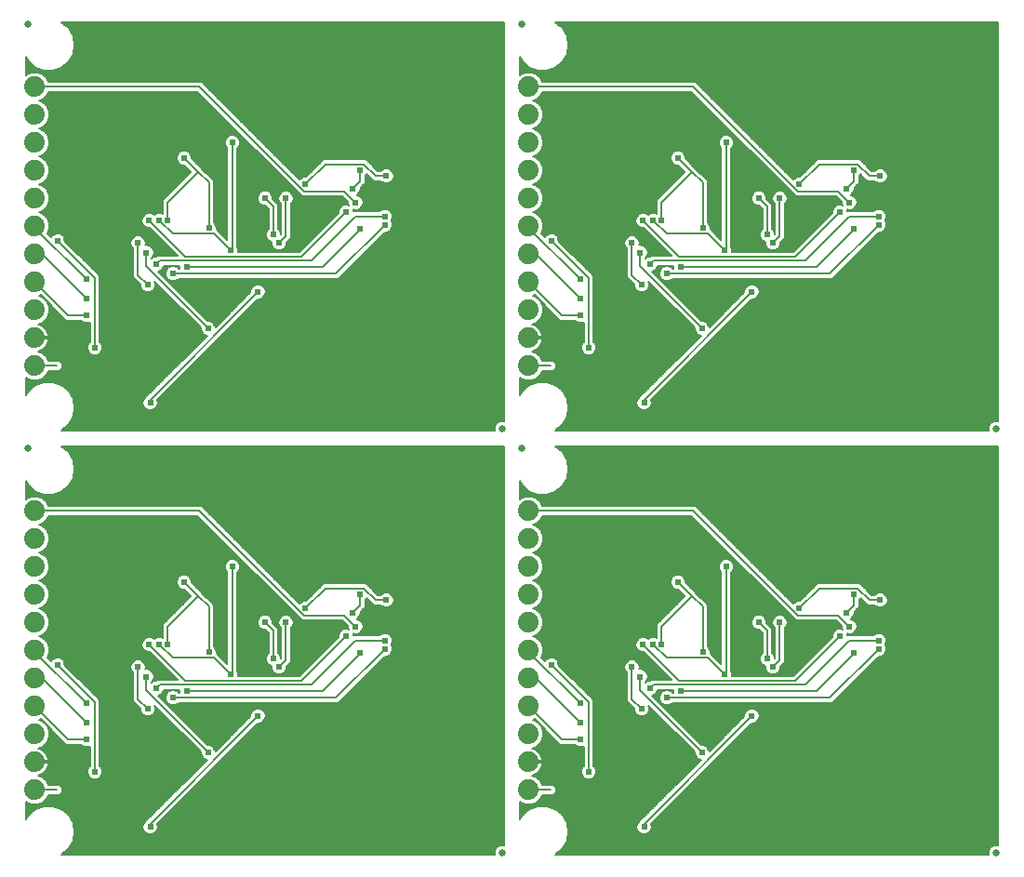
<source format=gbl>
G75*
%MOIN*%
%OFA0B0*%
%FSLAX25Y25*%
%IPPOS*%
%LPD*%
%AMOC8*
5,1,8,0,0,1.08239X$1,22.5*
%
%ADD10C,0.02500*%
%ADD11C,0.07400*%
%ADD12C,0.02400*%
%ADD13C,0.00600*%
D10*
X0205842Y0031250D03*
X0382842Y0031250D03*
X0212842Y0176250D03*
X0205842Y0183250D03*
X0035842Y0176250D03*
X0035842Y0328250D03*
X0212842Y0328250D03*
X0382842Y0183250D03*
D11*
X0215342Y0205750D03*
X0215342Y0215750D03*
X0215342Y0225750D03*
X0215342Y0235750D03*
X0215342Y0245750D03*
X0215342Y0255750D03*
X0215342Y0265750D03*
X0215342Y0275750D03*
X0215342Y0285750D03*
X0215342Y0295750D03*
X0215342Y0305750D03*
X0038342Y0305750D03*
X0038342Y0295750D03*
X0038342Y0285750D03*
X0038342Y0275750D03*
X0038342Y0265750D03*
X0038342Y0255750D03*
X0038342Y0245750D03*
X0038342Y0235750D03*
X0038342Y0225750D03*
X0038342Y0215750D03*
X0038342Y0205750D03*
X0038342Y0153750D03*
X0038342Y0143750D03*
X0038342Y0133750D03*
X0038342Y0123750D03*
X0038342Y0113750D03*
X0038342Y0103750D03*
X0038342Y0093750D03*
X0038342Y0083750D03*
X0038342Y0073750D03*
X0038342Y0063750D03*
X0038342Y0053750D03*
X0215342Y0053750D03*
X0215342Y0063750D03*
X0215342Y0073750D03*
X0215342Y0083750D03*
X0215342Y0093750D03*
X0215342Y0103750D03*
X0215342Y0113750D03*
X0215342Y0123750D03*
X0215342Y0133750D03*
X0215342Y0143750D03*
X0215342Y0153750D03*
D12*
X0235842Y0190750D03*
X0245342Y0207250D03*
X0236842Y0212250D03*
X0233842Y0223750D03*
X0233842Y0229750D03*
X0233842Y0236750D03*
X0226607Y0251515D03*
X0223577Y0250485D03*
X0252342Y0249750D03*
X0255342Y0246338D03*
X0258842Y0242138D03*
X0264842Y0238750D03*
X0269842Y0241250D03*
X0255842Y0234750D03*
X0277442Y0219250D03*
X0280342Y0220750D03*
X0280842Y0213250D03*
X0260592Y0211000D03*
X0256688Y0192404D03*
X0302842Y0212250D03*
X0302842Y0223750D03*
X0295342Y0232250D03*
X0285537Y0247015D03*
X0277706Y0255115D03*
X0262921Y0257769D03*
X0259921Y0257750D03*
X0256342Y0257750D03*
X0268842Y0280250D03*
X0281842Y0291250D03*
X0286129Y0285750D03*
X0301342Y0283250D03*
X0299842Y0275750D03*
X0312342Y0270750D03*
X0305342Y0265750D03*
X0297842Y0265750D03*
X0300842Y0252750D03*
X0302842Y0249750D03*
X0311842Y0252250D03*
X0311842Y0258250D03*
X0322342Y0265750D03*
X0326855Y0260763D03*
X0330342Y0264250D03*
X0329342Y0269250D03*
X0331925Y0275833D03*
X0341342Y0273750D03*
X0340843Y0259250D03*
X0340842Y0256250D03*
X0331842Y0254878D03*
X0327342Y0228368D03*
X0316342Y0288250D03*
X0164342Y0273750D03*
X0154925Y0275833D03*
X0152342Y0269250D03*
X0153342Y0264250D03*
X0149855Y0260763D03*
X0145342Y0265750D03*
X0135342Y0270750D03*
X0128342Y0265750D03*
X0120842Y0265750D03*
X0122842Y0275750D03*
X0124342Y0283250D03*
X0109129Y0285750D03*
X0104842Y0291250D03*
X0091842Y0280250D03*
X0085921Y0257769D03*
X0082921Y0257750D03*
X0079342Y0257750D03*
X0075342Y0249750D03*
X0078342Y0246338D03*
X0081842Y0242138D03*
X0087842Y0238750D03*
X0078842Y0234750D03*
X0092842Y0241250D03*
X0100706Y0255115D03*
X0108537Y0247015D03*
X0123842Y0252750D03*
X0125842Y0249750D03*
X0134842Y0252250D03*
X0134842Y0258250D03*
X0154842Y0254878D03*
X0163842Y0256250D03*
X0163843Y0259250D03*
X0150342Y0228368D03*
X0125842Y0223750D03*
X0118342Y0232250D03*
X0103342Y0220750D03*
X0100442Y0219250D03*
X0103842Y0213250D03*
X0083592Y0211000D03*
X0068342Y0207250D03*
X0059842Y0212250D03*
X0056842Y0223750D03*
X0056842Y0229750D03*
X0056842Y0236750D03*
X0049607Y0251515D03*
X0046577Y0250485D03*
X0079688Y0192404D03*
X0058842Y0190750D03*
X0104842Y0139250D03*
X0109129Y0133750D03*
X0124342Y0131250D03*
X0122842Y0123750D03*
X0120842Y0113750D03*
X0128342Y0113750D03*
X0135342Y0118750D03*
X0145342Y0113750D03*
X0149855Y0108763D03*
X0153342Y0112250D03*
X0152342Y0117250D03*
X0154925Y0123833D03*
X0164342Y0121750D03*
X0163843Y0107250D03*
X0163842Y0104250D03*
X0154842Y0102878D03*
X0134842Y0100250D03*
X0134842Y0106250D03*
X0123842Y0100750D03*
X0125842Y0097750D03*
X0108537Y0095015D03*
X0100706Y0103115D03*
X0085921Y0105769D03*
X0082921Y0105750D03*
X0079342Y0105750D03*
X0075342Y0097750D03*
X0078342Y0094338D03*
X0081842Y0090138D03*
X0087842Y0086750D03*
X0078842Y0082750D03*
X0092842Y0089250D03*
X0103342Y0068750D03*
X0100442Y0067250D03*
X0103842Y0061250D03*
X0083592Y0059000D03*
X0068342Y0055250D03*
X0059842Y0060250D03*
X0056842Y0071750D03*
X0056842Y0077750D03*
X0056842Y0084750D03*
X0049607Y0099515D03*
X0046577Y0098485D03*
X0091842Y0128250D03*
X0139342Y0136250D03*
X0118342Y0080250D03*
X0125842Y0071750D03*
X0125842Y0060250D03*
X0150342Y0076368D03*
X0079688Y0040404D03*
X0058842Y0038750D03*
X0223577Y0098485D03*
X0226607Y0099515D03*
X0233842Y0084750D03*
X0233842Y0077750D03*
X0233842Y0071750D03*
X0236842Y0060250D03*
X0245342Y0055250D03*
X0260592Y0059000D03*
X0277442Y0067250D03*
X0280342Y0068750D03*
X0280842Y0061250D03*
X0302842Y0060250D03*
X0302842Y0071750D03*
X0295342Y0080250D03*
X0285537Y0095015D03*
X0277706Y0103115D03*
X0262921Y0105769D03*
X0259921Y0105750D03*
X0256342Y0105750D03*
X0252342Y0097750D03*
X0255342Y0094338D03*
X0258842Y0090138D03*
X0264842Y0086750D03*
X0269842Y0089250D03*
X0255842Y0082750D03*
X0297842Y0113750D03*
X0305342Y0113750D03*
X0312342Y0118750D03*
X0322342Y0113750D03*
X0326855Y0108763D03*
X0330342Y0112250D03*
X0329342Y0117250D03*
X0331925Y0123833D03*
X0341342Y0121750D03*
X0340843Y0107250D03*
X0340842Y0104250D03*
X0331842Y0102878D03*
X0311842Y0100250D03*
X0311842Y0106250D03*
X0300842Y0100750D03*
X0302842Y0097750D03*
X0327342Y0076368D03*
X0299842Y0123750D03*
X0301342Y0131250D03*
X0286129Y0133750D03*
X0281842Y0139250D03*
X0268842Y0128250D03*
X0316342Y0136250D03*
X0256688Y0040404D03*
X0235842Y0038750D03*
X0125842Y0212250D03*
X0139342Y0288250D03*
D13*
X0048013Y0030660D02*
X0047986Y0030650D01*
X0203114Y0030650D01*
X0203092Y0030703D01*
X0203092Y0031797D01*
X0203510Y0032808D01*
X0204284Y0033581D01*
X0205295Y0034000D01*
X0206389Y0034000D01*
X0206442Y0033978D01*
X0206442Y0176850D01*
X0047986Y0176850D01*
X0048013Y0176840D01*
X0048013Y0176840D01*
X0050498Y0174755D01*
X0050498Y0174755D01*
X0052120Y0171945D01*
X0052120Y0171945D01*
X0052684Y0168750D01*
X0052684Y0168750D01*
X0052120Y0165555D01*
X0052120Y0165555D01*
X0050498Y0162745D01*
X0050498Y0162745D01*
X0050498Y0162745D01*
X0048013Y0160660D01*
X0048013Y0160660D01*
X0044964Y0159550D01*
X0041720Y0159550D01*
X0038671Y0160660D01*
X0038671Y0160660D01*
X0036185Y0162745D01*
X0036185Y0162745D01*
X0035242Y0164380D01*
X0035242Y0158004D01*
X0035396Y0158158D01*
X0037307Y0158950D01*
X0039376Y0158950D01*
X0041287Y0158158D01*
X0042750Y0156696D01*
X0043225Y0155550D01*
X0098087Y0155550D01*
X0099142Y0154496D01*
X0133205Y0120432D01*
X0133812Y0121039D01*
X0134805Y0121450D01*
X0135496Y0121450D01*
X0141780Y0127733D01*
X0157041Y0127733D01*
X0158095Y0126679D01*
X0161224Y0123550D01*
X0162323Y0123550D01*
X0162812Y0124039D01*
X0163805Y0124450D01*
X0164879Y0124450D01*
X0165871Y0124039D01*
X0166631Y0123279D01*
X0167042Y0122287D01*
X0167042Y0121213D01*
X0166631Y0120221D01*
X0165871Y0119461D01*
X0164879Y0119050D01*
X0163805Y0119050D01*
X0162812Y0119461D01*
X0162323Y0119950D01*
X0159733Y0119950D01*
X0157262Y0122421D01*
X0157214Y0122304D01*
X0156725Y0121815D01*
X0156725Y0119088D01*
X0155671Y0118033D01*
X0155671Y0118033D01*
X0155042Y0117404D01*
X0155042Y0116713D01*
X0154631Y0115721D01*
X0153871Y0114961D01*
X0153845Y0114950D01*
X0153879Y0114950D01*
X0154871Y0114539D01*
X0155631Y0113779D01*
X0156042Y0112787D01*
X0156042Y0111713D01*
X0155631Y0110721D01*
X0154871Y0109961D01*
X0153879Y0109550D01*
X0152805Y0109550D01*
X0152378Y0109727D01*
X0152555Y0109300D01*
X0152555Y0109039D01*
X0152566Y0109050D01*
X0161824Y0109050D01*
X0162313Y0109539D01*
X0163306Y0109950D01*
X0164380Y0109950D01*
X0165372Y0109539D01*
X0166132Y0108779D01*
X0166543Y0107787D01*
X0166543Y0106713D01*
X0166143Y0105749D01*
X0166542Y0104787D01*
X0166542Y0103713D01*
X0166131Y0102721D01*
X0165371Y0101961D01*
X0164379Y0101550D01*
X0163687Y0101550D01*
X0148142Y0086004D01*
X0147087Y0084950D01*
X0089860Y0084950D01*
X0089371Y0084461D01*
X0088379Y0084050D01*
X0087305Y0084050D01*
X0086312Y0084461D01*
X0085553Y0085221D01*
X0085142Y0086213D01*
X0085142Y0087287D01*
X0085553Y0088279D01*
X0086312Y0089039D01*
X0087305Y0089450D01*
X0088379Y0089450D01*
X0089371Y0089039D01*
X0089860Y0088550D01*
X0090209Y0088550D01*
X0090142Y0088713D01*
X0090142Y0089550D01*
X0084521Y0089550D01*
X0084131Y0088609D01*
X0083371Y0087849D01*
X0082676Y0087561D01*
X0100287Y0069950D01*
X0100979Y0069950D01*
X0101971Y0069539D01*
X0102731Y0068779D01*
X0103142Y0067787D01*
X0103142Y0067596D01*
X0115642Y0080096D01*
X0115642Y0080787D01*
X0116053Y0081779D01*
X0116812Y0082539D01*
X0117805Y0082950D01*
X0118879Y0082950D01*
X0119871Y0082539D01*
X0120631Y0081779D01*
X0121042Y0080787D01*
X0121042Y0079713D01*
X0120631Y0078721D01*
X0119871Y0077961D01*
X0118879Y0077550D01*
X0118187Y0077550D01*
X0082151Y0041514D01*
X0082388Y0040941D01*
X0082388Y0039866D01*
X0081977Y0038874D01*
X0081218Y0038115D01*
X0080225Y0037704D01*
X0079151Y0037704D01*
X0078159Y0038115D01*
X0077399Y0038874D01*
X0076988Y0039866D01*
X0076988Y0040941D01*
X0077399Y0041933D01*
X0078159Y0042692D01*
X0078295Y0042749D01*
X0078943Y0043396D01*
X0078943Y0043396D01*
X0100096Y0064550D01*
X0099905Y0064550D01*
X0098912Y0064961D01*
X0098153Y0065721D01*
X0097742Y0066713D01*
X0097742Y0067404D01*
X0081317Y0083829D01*
X0081542Y0083287D01*
X0081542Y0082213D01*
X0081131Y0081221D01*
X0080371Y0080461D01*
X0079379Y0080050D01*
X0078305Y0080050D01*
X0077312Y0080461D01*
X0076553Y0081221D01*
X0076142Y0082213D01*
X0076142Y0082904D01*
X0074596Y0084450D01*
X0073542Y0085504D01*
X0073542Y0095732D01*
X0073053Y0096221D01*
X0072642Y0097213D01*
X0072642Y0098287D01*
X0073053Y0099279D01*
X0073812Y0100039D01*
X0074805Y0100450D01*
X0075879Y0100450D01*
X0076871Y0100039D01*
X0077631Y0099279D01*
X0078042Y0098287D01*
X0078042Y0097213D01*
X0077969Y0097038D01*
X0078879Y0097038D01*
X0079871Y0096627D01*
X0080631Y0095868D01*
X0081042Y0094875D01*
X0081042Y0093801D01*
X0080631Y0092809D01*
X0080142Y0092320D01*
X0080142Y0092257D01*
X0080312Y0092427D01*
X0081305Y0092838D01*
X0081996Y0092838D01*
X0082308Y0093150D01*
X0089396Y0093150D01*
X0079496Y0103050D01*
X0078805Y0103050D01*
X0077812Y0103461D01*
X0077053Y0104221D01*
X0076642Y0105213D01*
X0076642Y0106287D01*
X0077053Y0107279D01*
X0077812Y0108039D01*
X0078805Y0108450D01*
X0079879Y0108450D01*
X0080871Y0108039D01*
X0081131Y0107779D01*
X0081392Y0108039D01*
X0082384Y0108450D01*
X0083458Y0108450D01*
X0084121Y0108175D01*
X0084121Y0113075D01*
X0094296Y0123250D01*
X0091996Y0125550D01*
X0091305Y0125550D01*
X0090312Y0125961D01*
X0089553Y0126721D01*
X0089142Y0127713D01*
X0089142Y0128787D01*
X0089553Y0129779D01*
X0090312Y0130539D01*
X0091305Y0130950D01*
X0092379Y0130950D01*
X0093371Y0130539D01*
X0094131Y0129779D01*
X0094542Y0128787D01*
X0094542Y0128096D01*
X0097587Y0125050D01*
X0097587Y0125050D01*
X0098642Y0123996D01*
X0098642Y0123996D01*
X0102506Y0120131D01*
X0102506Y0105133D01*
X0102995Y0104644D01*
X0103406Y0103652D01*
X0103406Y0102690D01*
X0104337Y0101760D01*
X0107329Y0098767D01*
X0107329Y0131732D01*
X0106840Y0132221D01*
X0106429Y0133213D01*
X0106429Y0134287D01*
X0106840Y0135279D01*
X0107600Y0136039D01*
X0108592Y0136450D01*
X0109666Y0136450D01*
X0110659Y0136039D01*
X0111418Y0135279D01*
X0111829Y0134287D01*
X0111829Y0133213D01*
X0111418Y0132221D01*
X0110929Y0131732D01*
X0110929Y0096294D01*
X0111237Y0095552D01*
X0111237Y0094550D01*
X0133096Y0094550D01*
X0147155Y0108609D01*
X0147155Y0109300D01*
X0147566Y0110292D01*
X0148325Y0111052D01*
X0149318Y0111463D01*
X0150392Y0111463D01*
X0150819Y0111286D01*
X0150642Y0111713D01*
X0150642Y0112404D01*
X0148581Y0114465D01*
X0134111Y0114465D01*
X0133057Y0115519D01*
X0133057Y0115519D01*
X0132126Y0116450D01*
X0132096Y0116450D01*
X0096596Y0151950D01*
X0043225Y0151950D01*
X0042750Y0150804D01*
X0041287Y0149342D01*
X0039859Y0148750D01*
X0041287Y0148158D01*
X0042750Y0146696D01*
X0043542Y0144784D01*
X0043542Y0142716D01*
X0042750Y0140804D01*
X0041287Y0139342D01*
X0039859Y0138750D01*
X0041287Y0138158D01*
X0042750Y0136696D01*
X0043542Y0134784D01*
X0043542Y0132716D01*
X0042750Y0130804D01*
X0041287Y0129342D01*
X0039859Y0128750D01*
X0041287Y0128158D01*
X0042750Y0126696D01*
X0043542Y0124784D01*
X0043542Y0122716D01*
X0093762Y0122716D01*
X0094231Y0123315D02*
X0043542Y0123315D01*
X0043542Y0123913D02*
X0093633Y0123913D01*
X0093034Y0124512D02*
X0043542Y0124512D01*
X0043407Y0125110D02*
X0092436Y0125110D01*
X0090921Y0125709D02*
X0043159Y0125709D01*
X0042911Y0126307D02*
X0089966Y0126307D01*
X0089476Y0126906D02*
X0042540Y0126906D01*
X0041941Y0127504D02*
X0089228Y0127504D01*
X0089142Y0128103D02*
X0041343Y0128103D01*
X0041187Y0129300D02*
X0089354Y0129300D01*
X0089142Y0128701D02*
X0039976Y0128701D01*
X0041844Y0129898D02*
X0089672Y0129898D01*
X0090270Y0130497D02*
X0042443Y0130497D01*
X0042871Y0131095D02*
X0107329Y0131095D01*
X0107329Y0130497D02*
X0093413Y0130497D01*
X0094012Y0129898D02*
X0107329Y0129898D01*
X0107329Y0129300D02*
X0094329Y0129300D01*
X0094542Y0128701D02*
X0107329Y0128701D01*
X0107329Y0128103D02*
X0094542Y0128103D01*
X0095133Y0127504D02*
X0107329Y0127504D01*
X0107329Y0126906D02*
X0095732Y0126906D01*
X0096330Y0126307D02*
X0107329Y0126307D01*
X0107329Y0125709D02*
X0096929Y0125709D01*
X0097527Y0125110D02*
X0107329Y0125110D01*
X0107329Y0124512D02*
X0098126Y0124512D01*
X0098724Y0123913D02*
X0107329Y0123913D01*
X0107329Y0123315D02*
X0099323Y0123315D01*
X0099921Y0122716D02*
X0107329Y0122716D01*
X0107329Y0122118D02*
X0100520Y0122118D01*
X0101118Y0121519D02*
X0107329Y0121519D01*
X0107329Y0120921D02*
X0101717Y0120921D01*
X0102315Y0120322D02*
X0107329Y0120322D01*
X0107329Y0119724D02*
X0102506Y0119724D01*
X0102506Y0119125D02*
X0107329Y0119125D01*
X0107329Y0118527D02*
X0102506Y0118527D01*
X0102506Y0117928D02*
X0107329Y0117928D01*
X0107329Y0117330D02*
X0102506Y0117330D01*
X0102506Y0116731D02*
X0107329Y0116731D01*
X0107329Y0116133D02*
X0102506Y0116133D01*
X0102506Y0115534D02*
X0107329Y0115534D01*
X0107329Y0114936D02*
X0102506Y0114936D01*
X0102506Y0114337D02*
X0107329Y0114337D01*
X0107329Y0113739D02*
X0102506Y0113739D01*
X0102506Y0113140D02*
X0107329Y0113140D01*
X0107329Y0112542D02*
X0102506Y0112542D01*
X0102506Y0111943D02*
X0107329Y0111943D01*
X0107329Y0111345D02*
X0102506Y0111345D01*
X0102506Y0110746D02*
X0107329Y0110746D01*
X0107329Y0110148D02*
X0102506Y0110148D01*
X0102506Y0109549D02*
X0107329Y0109549D01*
X0107329Y0108951D02*
X0102506Y0108951D01*
X0102506Y0108352D02*
X0107329Y0108352D01*
X0107329Y0107753D02*
X0102506Y0107753D01*
X0102506Y0107155D02*
X0107329Y0107155D01*
X0107329Y0106556D02*
X0102506Y0106556D01*
X0102506Y0105958D02*
X0107329Y0105958D01*
X0107329Y0105359D02*
X0102506Y0105359D01*
X0102878Y0104761D02*
X0107329Y0104761D01*
X0107329Y0104162D02*
X0103195Y0104162D01*
X0103406Y0103564D02*
X0107329Y0103564D01*
X0107329Y0102965D02*
X0103406Y0102965D01*
X0103730Y0102367D02*
X0107329Y0102367D01*
X0107329Y0101768D02*
X0104328Y0101768D01*
X0104927Y0101170D02*
X0107329Y0101170D01*
X0107329Y0100571D02*
X0105525Y0100571D01*
X0106124Y0099973D02*
X0107329Y0099973D01*
X0107329Y0099374D02*
X0106722Y0099374D01*
X0107321Y0098776D02*
X0107329Y0098776D01*
X0110929Y0098776D02*
X0121998Y0098776D01*
X0122312Y0098461D02*
X0121553Y0099221D01*
X0121142Y0100213D01*
X0121142Y0101287D01*
X0121553Y0102279D01*
X0122042Y0102768D01*
X0122042Y0110004D01*
X0120996Y0111050D01*
X0120305Y0111050D01*
X0119312Y0111461D01*
X0118553Y0112221D01*
X0118142Y0113213D01*
X0118142Y0114287D01*
X0118553Y0115279D01*
X0119312Y0116039D01*
X0120305Y0116450D01*
X0121379Y0116450D01*
X0122371Y0116039D01*
X0123131Y0115279D01*
X0123542Y0114287D01*
X0123542Y0113596D01*
X0125642Y0111496D01*
X0125642Y0102768D01*
X0126131Y0102279D01*
X0126542Y0101287D01*
X0126542Y0100996D01*
X0126542Y0100996D01*
X0126542Y0111732D01*
X0126053Y0112221D01*
X0125642Y0113213D01*
X0125642Y0114287D01*
X0126053Y0115279D01*
X0126812Y0116039D01*
X0127805Y0116450D01*
X0128879Y0116450D01*
X0129871Y0116039D01*
X0130631Y0115279D01*
X0131042Y0114287D01*
X0131042Y0113213D01*
X0130631Y0112221D01*
X0130142Y0111732D01*
X0130142Y0099504D01*
X0129087Y0098450D01*
X0128542Y0097904D01*
X0128542Y0097213D01*
X0128131Y0096221D01*
X0127371Y0095461D01*
X0126379Y0095050D01*
X0125305Y0095050D01*
X0124312Y0095461D01*
X0123553Y0096221D01*
X0123142Y0097213D01*
X0123142Y0098117D01*
X0122312Y0098461D01*
X0122997Y0098177D02*
X0110929Y0098177D01*
X0110929Y0097579D02*
X0123142Y0097579D01*
X0123238Y0096980D02*
X0110929Y0096980D01*
X0110929Y0096382D02*
X0123486Y0096382D01*
X0123990Y0095783D02*
X0111141Y0095783D01*
X0111237Y0095185D02*
X0124979Y0095185D01*
X0126704Y0095185D02*
X0133731Y0095185D01*
X0134329Y0095783D02*
X0127693Y0095783D01*
X0128198Y0096382D02*
X0134928Y0096382D01*
X0135527Y0096980D02*
X0128445Y0096980D01*
X0128542Y0097579D02*
X0136125Y0097579D01*
X0136724Y0098177D02*
X0128815Y0098177D01*
X0129413Y0098776D02*
X0137322Y0098776D01*
X0137921Y0099374D02*
X0130012Y0099374D01*
X0130142Y0099973D02*
X0138519Y0099973D01*
X0139118Y0100571D02*
X0130142Y0100571D01*
X0130142Y0101170D02*
X0139716Y0101170D01*
X0140315Y0101768D02*
X0130142Y0101768D01*
X0130142Y0102367D02*
X0140913Y0102367D01*
X0141512Y0102965D02*
X0130142Y0102965D01*
X0130142Y0103564D02*
X0142110Y0103564D01*
X0142709Y0104162D02*
X0130142Y0104162D01*
X0130142Y0104761D02*
X0143307Y0104761D01*
X0143906Y0105359D02*
X0130142Y0105359D01*
X0130142Y0105958D02*
X0144504Y0105958D01*
X0145103Y0106556D02*
X0130142Y0106556D01*
X0130142Y0107155D02*
X0145701Y0107155D01*
X0146300Y0107753D02*
X0130142Y0107753D01*
X0130142Y0108352D02*
X0146898Y0108352D01*
X0147155Y0108951D02*
X0130142Y0108951D01*
X0130142Y0109549D02*
X0147258Y0109549D01*
X0147506Y0110148D02*
X0130142Y0110148D01*
X0130142Y0110746D02*
X0148019Y0110746D01*
X0149032Y0111345D02*
X0130142Y0111345D01*
X0130353Y0111943D02*
X0150642Y0111943D01*
X0150678Y0111345D02*
X0150794Y0111345D01*
X0150505Y0112542D02*
X0130764Y0112542D01*
X0131012Y0113140D02*
X0149906Y0113140D01*
X0149308Y0113739D02*
X0131042Y0113739D01*
X0131021Y0114337D02*
X0148709Y0114337D01*
X0149327Y0116265D02*
X0134857Y0116265D01*
X0132872Y0118250D01*
X0132842Y0118250D01*
X0097342Y0153750D01*
X0038342Y0153750D01*
X0042016Y0157430D02*
X0206442Y0157430D01*
X0206442Y0158028D02*
X0041417Y0158028D01*
X0040156Y0158627D02*
X0206442Y0158627D01*
X0206442Y0159225D02*
X0035242Y0159225D01*
X0035242Y0158627D02*
X0036528Y0158627D01*
X0035266Y0158028D02*
X0035242Y0158028D01*
X0035242Y0159824D02*
X0040967Y0159824D01*
X0039322Y0160422D02*
X0035242Y0160422D01*
X0035242Y0161021D02*
X0038240Y0161021D01*
X0037527Y0161620D02*
X0035242Y0161620D01*
X0035242Y0162218D02*
X0036814Y0162218D01*
X0036144Y0162817D02*
X0035242Y0162817D01*
X0035242Y0163415D02*
X0035799Y0163415D01*
X0035453Y0164014D02*
X0035242Y0164014D01*
X0042614Y0156831D02*
X0206442Y0156831D01*
X0206442Y0156233D02*
X0042942Y0156233D01*
X0043190Y0155634D02*
X0206442Y0155634D01*
X0206442Y0155036D02*
X0098601Y0155036D01*
X0099200Y0154437D02*
X0206442Y0154437D01*
X0206442Y0153839D02*
X0099799Y0153839D01*
X0100397Y0153240D02*
X0206442Y0153240D01*
X0206442Y0152642D02*
X0100996Y0152642D01*
X0101594Y0152043D02*
X0206442Y0152043D01*
X0206442Y0151445D02*
X0102193Y0151445D01*
X0102791Y0150846D02*
X0206442Y0150846D01*
X0206442Y0150248D02*
X0103390Y0150248D01*
X0103988Y0149649D02*
X0206442Y0149649D01*
X0206442Y0149051D02*
X0104587Y0149051D01*
X0105185Y0148452D02*
X0206442Y0148452D01*
X0206442Y0147854D02*
X0105784Y0147854D01*
X0106382Y0147255D02*
X0206442Y0147255D01*
X0206442Y0146657D02*
X0106981Y0146657D01*
X0107579Y0146058D02*
X0206442Y0146058D01*
X0206442Y0145460D02*
X0108178Y0145460D01*
X0108776Y0144861D02*
X0206442Y0144861D01*
X0206442Y0144263D02*
X0109375Y0144263D01*
X0109973Y0143664D02*
X0206442Y0143664D01*
X0206442Y0143066D02*
X0110572Y0143066D01*
X0111170Y0142467D02*
X0206442Y0142467D01*
X0206442Y0141869D02*
X0111769Y0141869D01*
X0112367Y0141270D02*
X0206442Y0141270D01*
X0206442Y0140672D02*
X0112966Y0140672D01*
X0113564Y0140073D02*
X0206442Y0140073D01*
X0206442Y0139475D02*
X0114163Y0139475D01*
X0114761Y0138876D02*
X0206442Y0138876D01*
X0206442Y0138278D02*
X0115360Y0138278D01*
X0115958Y0137679D02*
X0206442Y0137679D01*
X0206442Y0137081D02*
X0116557Y0137081D01*
X0117155Y0136482D02*
X0206442Y0136482D01*
X0206442Y0135884D02*
X0117754Y0135884D01*
X0118352Y0135285D02*
X0206442Y0135285D01*
X0206442Y0134687D02*
X0118951Y0134687D01*
X0119549Y0134088D02*
X0206442Y0134088D01*
X0206442Y0133489D02*
X0120148Y0133489D01*
X0120746Y0132891D02*
X0206442Y0132891D01*
X0206442Y0132292D02*
X0121345Y0132292D01*
X0121943Y0131694D02*
X0206442Y0131694D01*
X0206442Y0131095D02*
X0122542Y0131095D01*
X0123140Y0130497D02*
X0206442Y0130497D01*
X0206442Y0129898D02*
X0123739Y0129898D01*
X0124337Y0129300D02*
X0206442Y0129300D01*
X0206442Y0128701D02*
X0124936Y0128701D01*
X0125534Y0128103D02*
X0206442Y0128103D01*
X0206442Y0127504D02*
X0157270Y0127504D01*
X0157868Y0126906D02*
X0206442Y0126906D01*
X0206442Y0126307D02*
X0158467Y0126307D01*
X0159065Y0125709D02*
X0206442Y0125709D01*
X0206442Y0125110D02*
X0159664Y0125110D01*
X0160262Y0124512D02*
X0206442Y0124512D01*
X0206442Y0123913D02*
X0165997Y0123913D01*
X0166595Y0123315D02*
X0206442Y0123315D01*
X0206442Y0122716D02*
X0166864Y0122716D01*
X0167042Y0122118D02*
X0206442Y0122118D01*
X0206442Y0121519D02*
X0167042Y0121519D01*
X0166921Y0120921D02*
X0206442Y0120921D01*
X0206442Y0120322D02*
X0166673Y0120322D01*
X0166134Y0119724D02*
X0206442Y0119724D01*
X0206442Y0119125D02*
X0165060Y0119125D01*
X0163623Y0119125D02*
X0156725Y0119125D01*
X0156725Y0119724D02*
X0162550Y0119724D01*
X0164342Y0121750D02*
X0160479Y0121750D01*
X0156295Y0125933D01*
X0142525Y0125933D01*
X0135342Y0118750D01*
X0133694Y0120921D02*
X0132717Y0120921D01*
X0132118Y0121519D02*
X0135565Y0121519D01*
X0136164Y0122118D02*
X0131520Y0122118D01*
X0130921Y0122716D02*
X0136763Y0122716D01*
X0137361Y0123315D02*
X0130323Y0123315D01*
X0129724Y0123913D02*
X0137960Y0123913D01*
X0138558Y0124512D02*
X0129126Y0124512D01*
X0128527Y0125110D02*
X0139157Y0125110D01*
X0139755Y0125709D02*
X0127929Y0125709D01*
X0127330Y0126307D02*
X0140354Y0126307D01*
X0140952Y0126906D02*
X0126732Y0126906D01*
X0126133Y0127504D02*
X0141551Y0127504D01*
X0149327Y0116265D02*
X0153342Y0112250D01*
X0155889Y0111345D02*
X0206442Y0111345D01*
X0206442Y0111943D02*
X0156042Y0111943D01*
X0156042Y0112542D02*
X0206442Y0112542D01*
X0206442Y0113140D02*
X0155896Y0113140D01*
X0155648Y0113739D02*
X0206442Y0113739D01*
X0206442Y0114337D02*
X0155073Y0114337D01*
X0153914Y0114936D02*
X0206442Y0114936D01*
X0206442Y0115534D02*
X0154444Y0115534D01*
X0154801Y0116133D02*
X0206442Y0116133D01*
X0206442Y0116731D02*
X0155042Y0116731D01*
X0155042Y0117330D02*
X0206442Y0117330D01*
X0206442Y0117928D02*
X0155566Y0117928D01*
X0156164Y0118527D02*
X0206442Y0118527D01*
X0206442Y0110746D02*
X0155641Y0110746D01*
X0155058Y0110148D02*
X0206442Y0110148D01*
X0206442Y0109549D02*
X0165348Y0109549D01*
X0165960Y0108951D02*
X0206442Y0108951D01*
X0206442Y0108352D02*
X0166309Y0108352D01*
X0166543Y0107753D02*
X0206442Y0107753D01*
X0206442Y0107155D02*
X0166543Y0107155D01*
X0166478Y0106556D02*
X0206442Y0106556D01*
X0206442Y0105958D02*
X0166230Y0105958D01*
X0166305Y0105359D02*
X0206442Y0105359D01*
X0206442Y0104761D02*
X0166542Y0104761D01*
X0166542Y0104162D02*
X0206442Y0104162D01*
X0206442Y0103564D02*
X0166480Y0103564D01*
X0166232Y0102965D02*
X0206442Y0102965D01*
X0206442Y0102367D02*
X0165777Y0102367D01*
X0164906Y0101768D02*
X0206442Y0101768D01*
X0206442Y0101170D02*
X0163307Y0101170D01*
X0162709Y0100571D02*
X0206442Y0100571D01*
X0206442Y0099973D02*
X0162110Y0099973D01*
X0161512Y0099374D02*
X0206442Y0099374D01*
X0206442Y0098776D02*
X0160913Y0098776D01*
X0160315Y0098177D02*
X0206442Y0098177D01*
X0206442Y0097579D02*
X0159716Y0097579D01*
X0159118Y0096980D02*
X0206442Y0096980D01*
X0206442Y0096382D02*
X0158519Y0096382D01*
X0157921Y0095783D02*
X0206442Y0095783D01*
X0206442Y0095185D02*
X0157322Y0095185D01*
X0156724Y0094586D02*
X0206442Y0094586D01*
X0206442Y0093988D02*
X0156125Y0093988D01*
X0155527Y0093389D02*
X0206442Y0093389D01*
X0206442Y0092791D02*
X0154928Y0092791D01*
X0154330Y0092192D02*
X0206442Y0092192D01*
X0206442Y0091594D02*
X0153731Y0091594D01*
X0153133Y0090995D02*
X0206442Y0090995D01*
X0206442Y0090397D02*
X0152534Y0090397D01*
X0151936Y0089798D02*
X0206442Y0089798D01*
X0206442Y0089200D02*
X0151337Y0089200D01*
X0150739Y0088601D02*
X0206442Y0088601D01*
X0206442Y0088003D02*
X0150140Y0088003D01*
X0149541Y0087404D02*
X0206442Y0087404D01*
X0206442Y0086806D02*
X0148943Y0086806D01*
X0148344Y0086207D02*
X0206442Y0086207D01*
X0206442Y0085609D02*
X0147746Y0085609D01*
X0147147Y0085010D02*
X0206442Y0085010D01*
X0206442Y0084412D02*
X0089252Y0084412D01*
X0087621Y0082616D02*
X0116998Y0082616D01*
X0116291Y0082018D02*
X0088220Y0082018D01*
X0088818Y0081419D02*
X0115904Y0081419D01*
X0115656Y0080820D02*
X0089417Y0080820D01*
X0090015Y0080222D02*
X0115642Y0080222D01*
X0115170Y0079623D02*
X0090614Y0079623D01*
X0091212Y0079025D02*
X0114571Y0079025D01*
X0113973Y0078426D02*
X0091811Y0078426D01*
X0092409Y0077828D02*
X0113374Y0077828D01*
X0112776Y0077229D02*
X0093008Y0077229D01*
X0093606Y0076631D02*
X0112177Y0076631D01*
X0111579Y0076032D02*
X0094205Y0076032D01*
X0094803Y0075434D02*
X0110980Y0075434D01*
X0110382Y0074835D02*
X0095402Y0074835D01*
X0096001Y0074237D02*
X0109783Y0074237D01*
X0109185Y0073638D02*
X0096599Y0073638D01*
X0097198Y0073040D02*
X0108586Y0073040D01*
X0107988Y0072441D02*
X0097796Y0072441D01*
X0098395Y0071843D02*
X0107389Y0071843D01*
X0106791Y0071244D02*
X0098993Y0071244D01*
X0099592Y0070646D02*
X0106192Y0070646D01*
X0105594Y0070047D02*
X0100190Y0070047D01*
X0102061Y0069449D02*
X0104995Y0069449D01*
X0104396Y0068850D02*
X0102660Y0068850D01*
X0102949Y0068252D02*
X0103798Y0068252D01*
X0103199Y0067653D02*
X0103142Y0067653D01*
X0100442Y0067250D02*
X0078342Y0089350D01*
X0078342Y0094338D01*
X0080871Y0093389D02*
X0089157Y0093389D01*
X0088558Y0093988D02*
X0081042Y0093988D01*
X0081042Y0094586D02*
X0087960Y0094586D01*
X0087361Y0095185D02*
X0080914Y0095185D01*
X0080666Y0095783D02*
X0086763Y0095783D01*
X0086164Y0096382D02*
X0080117Y0096382D01*
X0079019Y0096980D02*
X0085566Y0096980D01*
X0084967Y0097579D02*
X0078042Y0097579D01*
X0078042Y0098177D02*
X0084369Y0098177D01*
X0083770Y0098776D02*
X0077839Y0098776D01*
X0077536Y0099374D02*
X0083172Y0099374D01*
X0082573Y0099973D02*
X0076937Y0099973D01*
X0075342Y0097750D02*
X0075342Y0086250D01*
X0078842Y0082750D01*
X0081324Y0083813D02*
X0081333Y0083813D01*
X0081542Y0083215D02*
X0081932Y0083215D01*
X0081542Y0082616D02*
X0082530Y0082616D01*
X0083129Y0082018D02*
X0081461Y0082018D01*
X0081213Y0081419D02*
X0083727Y0081419D01*
X0084326Y0080820D02*
X0080731Y0080820D01*
X0079794Y0080222D02*
X0084924Y0080222D01*
X0085523Y0079623D02*
X0061642Y0079623D01*
X0061642Y0079025D02*
X0086121Y0079025D01*
X0086720Y0078426D02*
X0061642Y0078426D01*
X0061642Y0077828D02*
X0087318Y0077828D01*
X0087917Y0077229D02*
X0061642Y0077229D01*
X0061642Y0076631D02*
X0088515Y0076631D01*
X0089114Y0076032D02*
X0061642Y0076032D01*
X0061642Y0075434D02*
X0089712Y0075434D01*
X0090311Y0074835D02*
X0061642Y0074835D01*
X0061642Y0074237D02*
X0090909Y0074237D01*
X0091508Y0073638D02*
X0061642Y0073638D01*
X0061642Y0073040D02*
X0092106Y0073040D01*
X0092705Y0072441D02*
X0061642Y0072441D01*
X0061642Y0071843D02*
X0093303Y0071843D01*
X0093902Y0071244D02*
X0061642Y0071244D01*
X0061642Y0070646D02*
X0094500Y0070646D01*
X0095099Y0070047D02*
X0061642Y0070047D01*
X0061642Y0069449D02*
X0095697Y0069449D01*
X0096296Y0068850D02*
X0061642Y0068850D01*
X0061642Y0068252D02*
X0096894Y0068252D01*
X0097493Y0067653D02*
X0061642Y0067653D01*
X0061642Y0067055D02*
X0097742Y0067055D01*
X0097848Y0066456D02*
X0061642Y0066456D01*
X0061642Y0065858D02*
X0098096Y0065858D01*
X0098614Y0065259D02*
X0061642Y0065259D01*
X0061642Y0064661D02*
X0099638Y0064661D01*
X0099608Y0064062D02*
X0061642Y0064062D01*
X0061642Y0063464D02*
X0099010Y0063464D01*
X0098411Y0062865D02*
X0061642Y0062865D01*
X0061642Y0062268D02*
X0061642Y0085965D01*
X0060587Y0087020D01*
X0049277Y0098331D01*
X0049277Y0099022D01*
X0048866Y0100014D01*
X0048106Y0100774D01*
X0047114Y0101185D01*
X0046040Y0101185D01*
X0045047Y0100774D01*
X0044288Y0100014D01*
X0044240Y0099898D01*
X0042921Y0101217D01*
X0043542Y0102716D01*
X0043542Y0104784D01*
X0042750Y0106696D01*
X0041287Y0108158D01*
X0039859Y0108750D01*
X0041287Y0109342D01*
X0042750Y0110804D01*
X0043542Y0112716D01*
X0043542Y0114784D01*
X0042750Y0116696D01*
X0041287Y0118158D01*
X0039859Y0118750D01*
X0041287Y0119342D01*
X0042750Y0120804D01*
X0043542Y0122716D01*
X0043294Y0122118D02*
X0093164Y0122118D01*
X0092565Y0121519D02*
X0043046Y0121519D01*
X0042798Y0120921D02*
X0091967Y0120921D01*
X0091368Y0120322D02*
X0042268Y0120322D01*
X0041669Y0119724D02*
X0090770Y0119724D01*
X0090171Y0119125D02*
X0040765Y0119125D01*
X0040398Y0118527D02*
X0089573Y0118527D01*
X0088974Y0117928D02*
X0041518Y0117928D01*
X0042116Y0117330D02*
X0088376Y0117330D01*
X0087777Y0116731D02*
X0042715Y0116731D01*
X0042983Y0116133D02*
X0087179Y0116133D01*
X0086580Y0115534D02*
X0043231Y0115534D01*
X0043479Y0114936D02*
X0085982Y0114936D01*
X0085383Y0114337D02*
X0043542Y0114337D01*
X0043542Y0113739D02*
X0084785Y0113739D01*
X0084186Y0113140D02*
X0043542Y0113140D01*
X0043470Y0112542D02*
X0084121Y0112542D01*
X0084121Y0111943D02*
X0043222Y0111943D01*
X0042974Y0111345D02*
X0084121Y0111345D01*
X0084121Y0110746D02*
X0042692Y0110746D01*
X0042093Y0110148D02*
X0084121Y0110148D01*
X0084121Y0109549D02*
X0041495Y0109549D01*
X0040343Y0108951D02*
X0084121Y0108951D01*
X0084121Y0108352D02*
X0083695Y0108352D01*
X0082147Y0108352D02*
X0080115Y0108352D01*
X0078568Y0108352D02*
X0040820Y0108352D01*
X0041692Y0107753D02*
X0077527Y0107753D01*
X0077001Y0107155D02*
X0042291Y0107155D01*
X0042808Y0106556D02*
X0076753Y0106556D01*
X0076642Y0105958D02*
X0043056Y0105958D01*
X0043304Y0105359D02*
X0076642Y0105359D01*
X0076829Y0104761D02*
X0043542Y0104761D01*
X0043542Y0104162D02*
X0077111Y0104162D01*
X0077710Y0103564D02*
X0043542Y0103564D01*
X0043542Y0102965D02*
X0079581Y0102965D01*
X0080179Y0102367D02*
X0043397Y0102367D01*
X0043149Y0101768D02*
X0080778Y0101768D01*
X0081376Y0101170D02*
X0047150Y0101170D01*
X0046003Y0101170D02*
X0042968Y0101170D01*
X0043566Y0100571D02*
X0044845Y0100571D01*
X0044271Y0099973D02*
X0044165Y0099973D01*
X0046577Y0098485D02*
X0059842Y0085220D01*
X0059842Y0060250D01*
X0062360Y0059274D02*
X0094820Y0059274D01*
X0094222Y0058676D02*
X0062086Y0058676D01*
X0062131Y0058721D02*
X0062542Y0059713D01*
X0062542Y0060787D01*
X0062131Y0061779D01*
X0061642Y0062268D01*
X0061644Y0062267D02*
X0097813Y0062267D01*
X0097214Y0061668D02*
X0062177Y0061668D01*
X0062425Y0061070D02*
X0096616Y0061070D01*
X0096017Y0060471D02*
X0062542Y0060471D01*
X0062542Y0059873D02*
X0095419Y0059873D01*
X0093623Y0058077D02*
X0061487Y0058077D01*
X0061371Y0057961D02*
X0062131Y0058721D01*
X0061371Y0057961D02*
X0060379Y0057550D01*
X0059305Y0057550D01*
X0058312Y0057961D01*
X0057553Y0058721D01*
X0057142Y0059713D01*
X0057142Y0060787D01*
X0057553Y0061779D01*
X0058042Y0062268D01*
X0058042Y0069325D01*
X0057379Y0069050D01*
X0056305Y0069050D01*
X0055312Y0069461D01*
X0054823Y0069950D01*
X0049596Y0069950D01*
X0040522Y0079025D01*
X0039859Y0078750D01*
X0041287Y0078158D01*
X0042750Y0076696D01*
X0043542Y0074784D01*
X0043542Y0072716D01*
X0042750Y0070804D01*
X0041287Y0069342D01*
X0039540Y0068618D01*
X0040261Y0068384D01*
X0040962Y0068026D01*
X0041599Y0067564D01*
X0042156Y0067007D01*
X0042618Y0066371D01*
X0042975Y0065669D01*
X0043219Y0064921D01*
X0043342Y0064144D01*
X0043342Y0064050D01*
X0038642Y0064050D01*
X0038642Y0063450D01*
X0043342Y0063450D01*
X0043342Y0063356D01*
X0043219Y0062579D01*
X0042975Y0061831D01*
X0042618Y0061129D01*
X0042156Y0060493D01*
X0041599Y0059936D01*
X0040962Y0059474D01*
X0040261Y0059116D01*
X0039540Y0058882D01*
X0041287Y0058158D01*
X0042750Y0056696D01*
X0043225Y0055550D01*
X0047094Y0055550D01*
X0048148Y0054496D01*
X0048148Y0053004D01*
X0047094Y0051950D01*
X0043225Y0051950D01*
X0042750Y0050804D01*
X0041287Y0049342D01*
X0039376Y0048550D01*
X0037307Y0048550D01*
X0035396Y0049342D01*
X0035242Y0049496D01*
X0035242Y0043120D01*
X0036185Y0044755D01*
X0036185Y0044755D01*
X0036185Y0044755D01*
X0038671Y0046840D01*
X0038671Y0046840D01*
X0041720Y0047950D01*
X0044964Y0047950D01*
X0048013Y0046840D01*
X0048013Y0046840D01*
X0050498Y0044755D01*
X0050498Y0044755D01*
X0052120Y0041945D01*
X0052120Y0041945D01*
X0052684Y0038750D01*
X0052684Y0038750D01*
X0052120Y0035555D01*
X0050498Y0032745D01*
X0050498Y0032745D01*
X0048013Y0030660D01*
X0048013Y0030660D01*
X0048590Y0031144D02*
X0203092Y0031144D01*
X0203092Y0031743D02*
X0049303Y0031743D01*
X0050017Y0032341D02*
X0203317Y0032341D01*
X0203642Y0032940D02*
X0050610Y0032940D01*
X0050956Y0033538D02*
X0204241Y0033538D01*
X0206442Y0034137D02*
X0051302Y0034137D01*
X0051647Y0034735D02*
X0206442Y0034735D01*
X0206442Y0035334D02*
X0051993Y0035334D01*
X0052187Y0035932D02*
X0206442Y0035932D01*
X0206442Y0036531D02*
X0052292Y0036531D01*
X0052398Y0037129D02*
X0206442Y0037129D01*
X0206442Y0037728D02*
X0080284Y0037728D01*
X0079093Y0037728D02*
X0052503Y0037728D01*
X0052609Y0038326D02*
X0077947Y0038326D01*
X0077378Y0038925D02*
X0052653Y0038925D01*
X0052547Y0039523D02*
X0077130Y0039523D01*
X0076988Y0040122D02*
X0052442Y0040122D01*
X0052336Y0040720D02*
X0076988Y0040720D01*
X0077145Y0041319D02*
X0052231Y0041319D01*
X0052125Y0041917D02*
X0077393Y0041917D01*
X0077982Y0042516D02*
X0051791Y0042516D01*
X0051445Y0043114D02*
X0078661Y0043114D01*
X0079259Y0043713D02*
X0051100Y0043713D01*
X0050754Y0044311D02*
X0079858Y0044311D01*
X0080456Y0044910D02*
X0050313Y0044910D01*
X0049600Y0045508D02*
X0081055Y0045508D01*
X0081653Y0046107D02*
X0048887Y0046107D01*
X0048174Y0046705D02*
X0082252Y0046705D01*
X0082850Y0047304D02*
X0046739Y0047304D01*
X0045095Y0047902D02*
X0083449Y0047902D01*
X0084047Y0048501D02*
X0035242Y0048501D01*
X0035242Y0049099D02*
X0035981Y0049099D01*
X0035242Y0047902D02*
X0041589Y0047902D01*
X0040702Y0049099D02*
X0084646Y0049099D01*
X0085244Y0049698D02*
X0041644Y0049698D01*
X0042242Y0050296D02*
X0085843Y0050296D01*
X0086441Y0050895D02*
X0042788Y0050895D01*
X0043036Y0051493D02*
X0087040Y0051493D01*
X0087638Y0052092D02*
X0047236Y0052092D01*
X0047834Y0052690D02*
X0088237Y0052690D01*
X0088835Y0053289D02*
X0048148Y0053289D01*
X0048148Y0053887D02*
X0089434Y0053887D01*
X0090032Y0054486D02*
X0048148Y0054486D01*
X0047559Y0055084D02*
X0090631Y0055084D01*
X0091229Y0055683D02*
X0043170Y0055683D01*
X0042922Y0056282D02*
X0091828Y0056282D01*
X0092426Y0056880D02*
X0042566Y0056880D01*
X0041967Y0057479D02*
X0093025Y0057479D01*
X0095722Y0055084D02*
X0206442Y0055084D01*
X0206442Y0054486D02*
X0095123Y0054486D01*
X0094525Y0053887D02*
X0206442Y0053887D01*
X0206442Y0053289D02*
X0093926Y0053289D01*
X0093328Y0052690D02*
X0206442Y0052690D01*
X0206442Y0052092D02*
X0092729Y0052092D01*
X0092131Y0051493D02*
X0206442Y0051493D01*
X0206442Y0050895D02*
X0091532Y0050895D01*
X0090934Y0050296D02*
X0206442Y0050296D01*
X0206442Y0049698D02*
X0090335Y0049698D01*
X0089737Y0049099D02*
X0206442Y0049099D01*
X0206442Y0048501D02*
X0089138Y0048501D01*
X0088540Y0047902D02*
X0206442Y0047902D01*
X0206442Y0047304D02*
X0087941Y0047304D01*
X0087343Y0046705D02*
X0206442Y0046705D01*
X0206442Y0046107D02*
X0086744Y0046107D01*
X0086146Y0045508D02*
X0206442Y0045508D01*
X0206442Y0044910D02*
X0085547Y0044910D01*
X0084949Y0044311D02*
X0206442Y0044311D01*
X0206442Y0043713D02*
X0084350Y0043713D01*
X0083752Y0043114D02*
X0206442Y0043114D01*
X0206442Y0042516D02*
X0083153Y0042516D01*
X0082555Y0041917D02*
X0206442Y0041917D01*
X0206442Y0041319D02*
X0082232Y0041319D01*
X0082388Y0040720D02*
X0206442Y0040720D01*
X0206442Y0040122D02*
X0082388Y0040122D01*
X0082246Y0039523D02*
X0206442Y0039523D01*
X0206442Y0038925D02*
X0081998Y0038925D01*
X0081429Y0038326D02*
X0206442Y0038326D01*
X0212242Y0043120D02*
X0212242Y0049496D01*
X0212396Y0049342D01*
X0214307Y0048550D01*
X0216376Y0048550D01*
X0218287Y0049342D01*
X0219750Y0050804D01*
X0220225Y0051950D01*
X0224094Y0051950D01*
X0225148Y0053004D01*
X0225148Y0054496D01*
X0224094Y0055550D01*
X0220225Y0055550D01*
X0219750Y0056696D01*
X0218287Y0058158D01*
X0216540Y0058882D01*
X0217261Y0059116D01*
X0217962Y0059474D01*
X0218599Y0059936D01*
X0219156Y0060493D01*
X0219618Y0061129D01*
X0219975Y0061831D01*
X0220219Y0062579D01*
X0220342Y0063356D01*
X0220342Y0063450D01*
X0215642Y0063450D01*
X0215642Y0064050D01*
X0220342Y0064050D01*
X0220342Y0064144D01*
X0220219Y0064921D01*
X0219975Y0065669D01*
X0219618Y0066371D01*
X0219156Y0067007D01*
X0218599Y0067564D01*
X0217962Y0068026D01*
X0217261Y0068384D01*
X0216540Y0068618D01*
X0218287Y0069342D01*
X0219750Y0070804D01*
X0220542Y0072716D01*
X0220542Y0074784D01*
X0219750Y0076696D01*
X0218287Y0078158D01*
X0216859Y0078750D01*
X0217522Y0079025D01*
X0226596Y0069950D01*
X0231823Y0069950D01*
X0232312Y0069461D01*
X0233305Y0069050D01*
X0234379Y0069050D01*
X0235042Y0069325D01*
X0235042Y0062268D01*
X0234553Y0061779D01*
X0234142Y0060787D01*
X0234142Y0059713D01*
X0234553Y0058721D01*
X0235312Y0057961D01*
X0236305Y0057550D01*
X0237379Y0057550D01*
X0238371Y0057961D01*
X0239131Y0058721D01*
X0239542Y0059713D01*
X0239542Y0060787D01*
X0239131Y0061779D01*
X0238642Y0062268D01*
X0238642Y0085965D01*
X0237587Y0087020D01*
X0226277Y0098331D01*
X0226277Y0099022D01*
X0225866Y0100014D01*
X0225106Y0100774D01*
X0224114Y0101185D01*
X0223040Y0101185D01*
X0222047Y0100774D01*
X0221288Y0100014D01*
X0221240Y0099898D01*
X0219921Y0101217D01*
X0220542Y0102716D01*
X0220542Y0104784D01*
X0219750Y0106696D01*
X0218287Y0108158D01*
X0216859Y0108750D01*
X0218287Y0109342D01*
X0219750Y0110804D01*
X0220542Y0112716D01*
X0220542Y0114784D01*
X0219750Y0116696D01*
X0218287Y0118158D01*
X0216859Y0118750D01*
X0218287Y0119342D01*
X0219750Y0120804D01*
X0220542Y0122716D01*
X0270763Y0122716D01*
X0271296Y0123250D02*
X0261121Y0113075D01*
X0261121Y0108175D01*
X0260458Y0108450D01*
X0259384Y0108450D01*
X0258392Y0108039D01*
X0258131Y0107779D01*
X0257871Y0108039D01*
X0256879Y0108450D01*
X0255805Y0108450D01*
X0254812Y0108039D01*
X0254053Y0107279D01*
X0253642Y0106287D01*
X0253642Y0105213D01*
X0254053Y0104221D01*
X0254812Y0103461D01*
X0255805Y0103050D01*
X0256496Y0103050D01*
X0266396Y0093150D01*
X0259308Y0093150D01*
X0258996Y0092838D01*
X0258305Y0092838D01*
X0257312Y0092427D01*
X0257142Y0092257D01*
X0257142Y0092320D01*
X0257631Y0092809D01*
X0258042Y0093801D01*
X0258042Y0094875D01*
X0257631Y0095868D01*
X0256871Y0096627D01*
X0255879Y0097038D01*
X0254969Y0097038D01*
X0255042Y0097213D01*
X0255042Y0098287D01*
X0254631Y0099279D01*
X0253871Y0100039D01*
X0252879Y0100450D01*
X0251805Y0100450D01*
X0250812Y0100039D01*
X0250053Y0099279D01*
X0249642Y0098287D01*
X0249642Y0097213D01*
X0250053Y0096221D01*
X0250542Y0095732D01*
X0250542Y0085504D01*
X0251596Y0084450D01*
X0253142Y0082904D01*
X0253142Y0082213D01*
X0253553Y0081221D01*
X0254312Y0080461D01*
X0255305Y0080050D01*
X0256379Y0080050D01*
X0257371Y0080461D01*
X0258131Y0081221D01*
X0258542Y0082213D01*
X0258542Y0083287D01*
X0258317Y0083829D01*
X0274742Y0067404D01*
X0274742Y0066713D01*
X0275153Y0065721D01*
X0275912Y0064961D01*
X0276905Y0064550D01*
X0277096Y0064550D01*
X0255295Y0042749D01*
X0255159Y0042692D01*
X0254399Y0041933D01*
X0253988Y0040941D01*
X0253988Y0039866D01*
X0254399Y0038874D01*
X0255159Y0038115D01*
X0256151Y0037704D01*
X0257225Y0037704D01*
X0258218Y0038115D01*
X0258977Y0038874D01*
X0259388Y0039866D01*
X0259388Y0040941D01*
X0259151Y0041514D01*
X0295187Y0077550D01*
X0295879Y0077550D01*
X0296871Y0077961D01*
X0297631Y0078721D01*
X0298042Y0079713D01*
X0298042Y0080787D01*
X0297631Y0081779D01*
X0296871Y0082539D01*
X0295879Y0082950D01*
X0294805Y0082950D01*
X0293812Y0082539D01*
X0293053Y0081779D01*
X0292642Y0080787D01*
X0292642Y0080096D01*
X0280142Y0067596D01*
X0280142Y0067787D01*
X0279731Y0068779D01*
X0278971Y0069539D01*
X0277979Y0069950D01*
X0277287Y0069950D01*
X0259676Y0087561D01*
X0260371Y0087849D01*
X0261131Y0088609D01*
X0261521Y0089550D01*
X0267142Y0089550D01*
X0267142Y0088713D01*
X0267209Y0088550D01*
X0266860Y0088550D01*
X0266371Y0089039D01*
X0265379Y0089450D01*
X0264305Y0089450D01*
X0263312Y0089039D01*
X0262553Y0088279D01*
X0262142Y0087287D01*
X0262142Y0086213D01*
X0262553Y0085221D01*
X0263312Y0084461D01*
X0264305Y0084050D01*
X0265379Y0084050D01*
X0266371Y0084461D01*
X0266860Y0084950D01*
X0324087Y0084950D01*
X0325142Y0086004D01*
X0340687Y0101550D01*
X0341379Y0101550D01*
X0342371Y0101961D01*
X0343131Y0102721D01*
X0343542Y0103713D01*
X0343542Y0104787D01*
X0343143Y0105749D01*
X0343543Y0106713D01*
X0343543Y0107787D01*
X0343132Y0108779D01*
X0342372Y0109539D01*
X0341380Y0109950D01*
X0340306Y0109950D01*
X0339313Y0109539D01*
X0338824Y0109050D01*
X0329566Y0109050D01*
X0329555Y0109039D01*
X0329555Y0109300D01*
X0329378Y0109727D01*
X0329805Y0109550D01*
X0330879Y0109550D01*
X0331871Y0109961D01*
X0332631Y0110721D01*
X0333042Y0111713D01*
X0333042Y0112787D01*
X0332631Y0113779D01*
X0331871Y0114539D01*
X0330879Y0114950D01*
X0330845Y0114950D01*
X0330871Y0114961D01*
X0331631Y0115721D01*
X0332042Y0116713D01*
X0332042Y0117404D01*
X0332671Y0118033D01*
X0333725Y0119088D01*
X0333725Y0121815D01*
X0334214Y0122304D01*
X0334262Y0122421D01*
X0336733Y0119950D01*
X0339323Y0119950D01*
X0339812Y0119461D01*
X0340805Y0119050D01*
X0341879Y0119050D01*
X0342871Y0119461D01*
X0343631Y0120221D01*
X0344042Y0121213D01*
X0344042Y0122287D01*
X0343631Y0123279D01*
X0342871Y0124039D01*
X0341879Y0124450D01*
X0340805Y0124450D01*
X0339812Y0124039D01*
X0339323Y0123550D01*
X0338224Y0123550D01*
X0335095Y0126679D01*
X0334041Y0127733D01*
X0318780Y0127733D01*
X0312496Y0121450D01*
X0311805Y0121450D01*
X0310812Y0121039D01*
X0310205Y0120432D01*
X0276142Y0154496D01*
X0275087Y0155550D01*
X0220225Y0155550D01*
X0219750Y0156696D01*
X0218287Y0158158D01*
X0216376Y0158950D01*
X0214307Y0158950D01*
X0212396Y0158158D01*
X0212242Y0158004D01*
X0212242Y0164380D01*
X0213185Y0162745D01*
X0215671Y0160660D01*
X0218720Y0159550D01*
X0221964Y0159550D01*
X0225013Y0160660D01*
X0227498Y0162745D01*
X0227498Y0162745D01*
X0227498Y0162745D01*
X0229120Y0165555D01*
X0229684Y0168750D01*
X0229120Y0171945D01*
X0227498Y0174755D01*
X0225013Y0176840D01*
X0225013Y0176840D01*
X0224986Y0176850D01*
X0383442Y0176850D01*
X0383442Y0033978D01*
X0383389Y0034000D01*
X0382295Y0034000D01*
X0381284Y0033581D01*
X0380510Y0032808D01*
X0380092Y0031797D01*
X0380092Y0030703D01*
X0380114Y0030650D01*
X0224986Y0030650D01*
X0225013Y0030660D01*
X0227498Y0032745D01*
X0227498Y0032745D01*
X0227498Y0032745D01*
X0229120Y0035555D01*
X0229684Y0038750D01*
X0229120Y0041945D01*
X0227498Y0044755D01*
X0225013Y0046840D01*
X0225013Y0046840D01*
X0221964Y0047950D01*
X0218720Y0047950D01*
X0215671Y0046840D01*
X0213185Y0044755D01*
X0212242Y0043120D01*
X0212242Y0043713D02*
X0212584Y0043713D01*
X0212242Y0044311D02*
X0212929Y0044311D01*
X0213185Y0044755D02*
X0213185Y0044755D01*
X0213185Y0044755D01*
X0213370Y0044910D02*
X0212242Y0044910D01*
X0212242Y0045508D02*
X0214083Y0045508D01*
X0214797Y0046107D02*
X0212242Y0046107D01*
X0212242Y0046705D02*
X0215510Y0046705D01*
X0215671Y0046840D02*
X0215671Y0046840D01*
X0216944Y0047304D02*
X0212242Y0047304D01*
X0212242Y0047902D02*
X0218589Y0047902D01*
X0217702Y0049099D02*
X0261646Y0049099D01*
X0262244Y0049698D02*
X0218644Y0049698D01*
X0219242Y0050296D02*
X0262843Y0050296D01*
X0263441Y0050895D02*
X0219788Y0050895D01*
X0220036Y0051493D02*
X0264040Y0051493D01*
X0264638Y0052092D02*
X0224236Y0052092D01*
X0224834Y0052690D02*
X0265237Y0052690D01*
X0265835Y0053289D02*
X0225148Y0053289D01*
X0225148Y0053887D02*
X0266434Y0053887D01*
X0267032Y0054486D02*
X0225148Y0054486D01*
X0224559Y0055084D02*
X0267631Y0055084D01*
X0268229Y0055683D02*
X0220170Y0055683D01*
X0219922Y0056282D02*
X0268828Y0056282D01*
X0269426Y0056880D02*
X0219566Y0056880D01*
X0218967Y0057479D02*
X0270025Y0057479D01*
X0270623Y0058077D02*
X0238487Y0058077D01*
X0239086Y0058676D02*
X0271222Y0058676D01*
X0271820Y0059274D02*
X0239360Y0059274D01*
X0239542Y0059873D02*
X0272419Y0059873D01*
X0273017Y0060471D02*
X0239542Y0060471D01*
X0239425Y0061070D02*
X0273616Y0061070D01*
X0274214Y0061668D02*
X0239177Y0061668D01*
X0238644Y0062267D02*
X0274813Y0062267D01*
X0275411Y0062865D02*
X0238642Y0062865D01*
X0238642Y0063464D02*
X0276010Y0063464D01*
X0276608Y0064062D02*
X0238642Y0064062D01*
X0238642Y0064661D02*
X0276638Y0064661D01*
X0275614Y0065259D02*
X0238642Y0065259D01*
X0238642Y0065858D02*
X0275096Y0065858D01*
X0274848Y0066456D02*
X0238642Y0066456D01*
X0238642Y0067055D02*
X0274742Y0067055D01*
X0274493Y0067653D02*
X0238642Y0067653D01*
X0238642Y0068252D02*
X0273894Y0068252D01*
X0273296Y0068850D02*
X0238642Y0068850D01*
X0238642Y0069449D02*
X0272697Y0069449D01*
X0272099Y0070047D02*
X0238642Y0070047D01*
X0238642Y0070646D02*
X0271500Y0070646D01*
X0270902Y0071244D02*
X0238642Y0071244D01*
X0238642Y0071843D02*
X0270303Y0071843D01*
X0269705Y0072441D02*
X0238642Y0072441D01*
X0238642Y0073040D02*
X0269106Y0073040D01*
X0268508Y0073638D02*
X0238642Y0073638D01*
X0238642Y0074237D02*
X0267909Y0074237D01*
X0267311Y0074835D02*
X0238642Y0074835D01*
X0238642Y0075434D02*
X0266712Y0075434D01*
X0266114Y0076032D02*
X0238642Y0076032D01*
X0238642Y0076631D02*
X0265515Y0076631D01*
X0264917Y0077229D02*
X0238642Y0077229D01*
X0238642Y0077828D02*
X0264318Y0077828D01*
X0263720Y0078426D02*
X0238642Y0078426D01*
X0238642Y0079025D02*
X0263121Y0079025D01*
X0262523Y0079623D02*
X0238642Y0079623D01*
X0238642Y0080222D02*
X0254890Y0080222D01*
X0253953Y0080820D02*
X0238642Y0080820D01*
X0238642Y0081419D02*
X0253471Y0081419D01*
X0253223Y0082018D02*
X0238642Y0082018D01*
X0238642Y0082616D02*
X0253142Y0082616D01*
X0252832Y0083215D02*
X0238642Y0083215D01*
X0238642Y0083813D02*
X0252233Y0083813D01*
X0251635Y0084412D02*
X0238642Y0084412D01*
X0238642Y0085010D02*
X0251036Y0085010D01*
X0250542Y0085609D02*
X0238642Y0085609D01*
X0238400Y0086207D02*
X0250542Y0086207D01*
X0250542Y0086806D02*
X0237802Y0086806D01*
X0237203Y0087404D02*
X0250542Y0087404D01*
X0250542Y0088003D02*
X0236605Y0088003D01*
X0236006Y0088601D02*
X0250542Y0088601D01*
X0250542Y0089200D02*
X0235408Y0089200D01*
X0234809Y0089798D02*
X0250542Y0089798D01*
X0250542Y0090397D02*
X0234211Y0090397D01*
X0233612Y0090995D02*
X0250542Y0090995D01*
X0250542Y0091594D02*
X0233014Y0091594D01*
X0232415Y0092192D02*
X0250542Y0092192D01*
X0250542Y0092791D02*
X0231817Y0092791D01*
X0231218Y0093389D02*
X0250542Y0093389D01*
X0250542Y0093988D02*
X0230620Y0093988D01*
X0230021Y0094586D02*
X0250542Y0094586D01*
X0250542Y0095185D02*
X0229422Y0095185D01*
X0228824Y0095783D02*
X0250490Y0095783D01*
X0249986Y0096382D02*
X0228225Y0096382D01*
X0227627Y0096980D02*
X0249738Y0096980D01*
X0249642Y0097579D02*
X0227028Y0097579D01*
X0226430Y0098177D02*
X0249642Y0098177D01*
X0249844Y0098776D02*
X0226277Y0098776D01*
X0226131Y0099374D02*
X0250148Y0099374D01*
X0250746Y0099973D02*
X0225883Y0099973D01*
X0225309Y0100571D02*
X0258975Y0100571D01*
X0259573Y0099973D02*
X0253937Y0099973D01*
X0254536Y0099374D02*
X0260172Y0099374D01*
X0260770Y0098776D02*
X0254839Y0098776D01*
X0255042Y0098177D02*
X0261369Y0098177D01*
X0261967Y0097579D02*
X0255042Y0097579D01*
X0256019Y0096980D02*
X0262566Y0096980D01*
X0263164Y0096382D02*
X0257117Y0096382D01*
X0257666Y0095783D02*
X0263763Y0095783D01*
X0264361Y0095185D02*
X0257914Y0095185D01*
X0258042Y0094586D02*
X0264960Y0094586D01*
X0265558Y0093988D02*
X0258042Y0093988D01*
X0257871Y0093389D02*
X0266157Y0093389D01*
X0269342Y0092750D02*
X0256342Y0105750D01*
X0253829Y0104761D02*
X0220542Y0104761D01*
X0220542Y0104162D02*
X0254111Y0104162D01*
X0254710Y0103564D02*
X0220542Y0103564D01*
X0220542Y0102965D02*
X0256581Y0102965D01*
X0257179Y0102367D02*
X0220397Y0102367D01*
X0220149Y0101768D02*
X0257778Y0101768D01*
X0258376Y0101170D02*
X0224150Y0101170D01*
X0223003Y0101170D02*
X0219968Y0101170D01*
X0220566Y0100571D02*
X0221845Y0100571D01*
X0221271Y0099973D02*
X0221165Y0099973D01*
X0223577Y0098485D02*
X0236842Y0085220D01*
X0236842Y0060250D01*
X0234324Y0059274D02*
X0217571Y0059274D01*
X0217039Y0058676D02*
X0234598Y0058676D01*
X0235196Y0058077D02*
X0218369Y0058077D01*
X0218512Y0059873D02*
X0234142Y0059873D01*
X0234142Y0060471D02*
X0219134Y0060471D01*
X0219575Y0061070D02*
X0234259Y0061070D01*
X0234507Y0061668D02*
X0219893Y0061668D01*
X0220117Y0062267D02*
X0235040Y0062267D01*
X0235042Y0062865D02*
X0220264Y0062865D01*
X0220342Y0064062D02*
X0235042Y0064062D01*
X0235042Y0063464D02*
X0215642Y0063464D01*
X0220260Y0064661D02*
X0235042Y0064661D01*
X0235042Y0065259D02*
X0220109Y0065259D01*
X0219880Y0065858D02*
X0235042Y0065858D01*
X0235042Y0066456D02*
X0219556Y0066456D01*
X0219108Y0067055D02*
X0235042Y0067055D01*
X0235042Y0067653D02*
X0218476Y0067653D01*
X0217520Y0068252D02*
X0235042Y0068252D01*
X0235042Y0068850D02*
X0217101Y0068850D01*
X0218394Y0069449D02*
X0232342Y0069449D01*
X0233842Y0071750D02*
X0227342Y0071750D01*
X0215342Y0083750D01*
X0217640Y0078426D02*
X0218120Y0078426D01*
X0218618Y0077828D02*
X0218718Y0077828D01*
X0219216Y0077229D02*
X0219317Y0077229D01*
X0219777Y0076631D02*
X0219915Y0076631D01*
X0220025Y0076032D02*
X0220514Y0076032D01*
X0220273Y0075434D02*
X0221112Y0075434D01*
X0220521Y0074835D02*
X0221711Y0074835D01*
X0222309Y0074237D02*
X0220542Y0074237D01*
X0220542Y0073638D02*
X0222908Y0073638D01*
X0223506Y0073040D02*
X0220542Y0073040D01*
X0220428Y0072441D02*
X0224105Y0072441D01*
X0224703Y0071843D02*
X0220180Y0071843D01*
X0219932Y0071244D02*
X0225302Y0071244D01*
X0225900Y0070646D02*
X0219592Y0070646D01*
X0218993Y0070047D02*
X0226499Y0070047D01*
X0233842Y0077750D02*
X0217842Y0093750D01*
X0215342Y0093750D01*
X0215342Y0103250D02*
X0215342Y0103750D01*
X0215342Y0103250D02*
X0233842Y0084750D01*
X0252342Y0086250D02*
X0252342Y0097750D01*
X0255342Y0094338D02*
X0255342Y0089350D01*
X0277442Y0067250D01*
X0279949Y0068252D02*
X0280798Y0068252D01*
X0281396Y0068850D02*
X0279660Y0068850D01*
X0279061Y0069449D02*
X0281995Y0069449D01*
X0282594Y0070047D02*
X0277190Y0070047D01*
X0276592Y0070646D02*
X0283192Y0070646D01*
X0283791Y0071244D02*
X0275993Y0071244D01*
X0275395Y0071843D02*
X0284389Y0071843D01*
X0284988Y0072441D02*
X0274796Y0072441D01*
X0274198Y0073040D02*
X0285586Y0073040D01*
X0286185Y0073638D02*
X0273599Y0073638D01*
X0273001Y0074237D02*
X0286783Y0074237D01*
X0287382Y0074835D02*
X0272402Y0074835D01*
X0271803Y0075434D02*
X0287980Y0075434D01*
X0288579Y0076032D02*
X0271205Y0076032D01*
X0270606Y0076631D02*
X0289177Y0076631D01*
X0289776Y0077229D02*
X0270008Y0077229D01*
X0269409Y0077828D02*
X0290374Y0077828D01*
X0290973Y0078426D02*
X0268811Y0078426D01*
X0268212Y0079025D02*
X0291571Y0079025D01*
X0292170Y0079623D02*
X0267614Y0079623D01*
X0267015Y0080222D02*
X0292642Y0080222D01*
X0292656Y0080820D02*
X0266417Y0080820D01*
X0265818Y0081419D02*
X0292904Y0081419D01*
X0293291Y0082018D02*
X0265220Y0082018D01*
X0264621Y0082616D02*
X0293998Y0082616D01*
X0296685Y0082616D02*
X0383442Y0082616D01*
X0383442Y0082018D02*
X0297393Y0082018D01*
X0297780Y0081419D02*
X0383442Y0081419D01*
X0383442Y0080820D02*
X0298028Y0080820D01*
X0298042Y0080222D02*
X0383442Y0080222D01*
X0383442Y0079623D02*
X0298005Y0079623D01*
X0297757Y0079025D02*
X0383442Y0079025D01*
X0383442Y0078426D02*
X0297337Y0078426D01*
X0296550Y0077828D02*
X0383442Y0077828D01*
X0383442Y0077229D02*
X0294867Y0077229D01*
X0294268Y0076631D02*
X0383442Y0076631D01*
X0383442Y0076032D02*
X0293670Y0076032D01*
X0293071Y0075434D02*
X0383442Y0075434D01*
X0383442Y0074835D02*
X0292473Y0074835D01*
X0291874Y0074237D02*
X0383442Y0074237D01*
X0383442Y0073638D02*
X0291276Y0073638D01*
X0290677Y0073040D02*
X0383442Y0073040D01*
X0383442Y0072441D02*
X0290079Y0072441D01*
X0289480Y0071843D02*
X0383442Y0071843D01*
X0383442Y0071244D02*
X0288882Y0071244D01*
X0288283Y0070646D02*
X0383442Y0070646D01*
X0383442Y0070047D02*
X0287685Y0070047D01*
X0287086Y0069449D02*
X0383442Y0069449D01*
X0383442Y0068850D02*
X0286488Y0068850D01*
X0285889Y0068252D02*
X0383442Y0068252D01*
X0383442Y0067653D02*
X0285291Y0067653D01*
X0284692Y0067055D02*
X0383442Y0067055D01*
X0383442Y0066456D02*
X0284094Y0066456D01*
X0283495Y0065858D02*
X0383442Y0065858D01*
X0383442Y0065259D02*
X0282897Y0065259D01*
X0282298Y0064661D02*
X0383442Y0064661D01*
X0383442Y0064062D02*
X0281700Y0064062D01*
X0281101Y0063464D02*
X0383442Y0063464D01*
X0383442Y0062865D02*
X0280503Y0062865D01*
X0279904Y0062267D02*
X0383442Y0062267D01*
X0383442Y0061668D02*
X0279305Y0061668D01*
X0278707Y0061070D02*
X0383442Y0061070D01*
X0383442Y0060471D02*
X0278108Y0060471D01*
X0277510Y0059873D02*
X0383442Y0059873D01*
X0383442Y0059274D02*
X0276911Y0059274D01*
X0276313Y0058676D02*
X0383442Y0058676D01*
X0383442Y0058077D02*
X0275714Y0058077D01*
X0275116Y0057479D02*
X0383442Y0057479D01*
X0383442Y0056880D02*
X0274517Y0056880D01*
X0273919Y0056282D02*
X0383442Y0056282D01*
X0383442Y0055683D02*
X0273320Y0055683D01*
X0272722Y0055084D02*
X0383442Y0055084D01*
X0383442Y0054486D02*
X0272123Y0054486D01*
X0271525Y0053887D02*
X0383442Y0053887D01*
X0383442Y0053289D02*
X0270926Y0053289D01*
X0270328Y0052690D02*
X0383442Y0052690D01*
X0383442Y0052092D02*
X0269729Y0052092D01*
X0269131Y0051493D02*
X0383442Y0051493D01*
X0383442Y0050895D02*
X0268532Y0050895D01*
X0267934Y0050296D02*
X0383442Y0050296D01*
X0383442Y0049698D02*
X0267335Y0049698D01*
X0266737Y0049099D02*
X0383442Y0049099D01*
X0383442Y0048501D02*
X0266138Y0048501D01*
X0265540Y0047902D02*
X0383442Y0047902D01*
X0383442Y0047304D02*
X0264941Y0047304D01*
X0264343Y0046705D02*
X0383442Y0046705D01*
X0383442Y0046107D02*
X0263744Y0046107D01*
X0263146Y0045508D02*
X0383442Y0045508D01*
X0383442Y0044910D02*
X0262547Y0044910D01*
X0261949Y0044311D02*
X0383442Y0044311D01*
X0383442Y0043713D02*
X0261350Y0043713D01*
X0260752Y0043114D02*
X0383442Y0043114D01*
X0383442Y0042516D02*
X0260153Y0042516D01*
X0259555Y0041917D02*
X0383442Y0041917D01*
X0383442Y0041319D02*
X0259232Y0041319D01*
X0259388Y0040720D02*
X0383442Y0040720D01*
X0383442Y0040122D02*
X0259388Y0040122D01*
X0259246Y0039523D02*
X0383442Y0039523D01*
X0383442Y0038925D02*
X0258998Y0038925D01*
X0258429Y0038326D02*
X0383442Y0038326D01*
X0383442Y0037728D02*
X0257284Y0037728D01*
X0256093Y0037728D02*
X0229503Y0037728D01*
X0229609Y0038326D02*
X0254947Y0038326D01*
X0254378Y0038925D02*
X0229653Y0038925D01*
X0229684Y0038750D02*
X0229684Y0038750D01*
X0229547Y0039523D02*
X0254130Y0039523D01*
X0253988Y0040122D02*
X0229442Y0040122D01*
X0229336Y0040720D02*
X0253988Y0040720D01*
X0254145Y0041319D02*
X0229231Y0041319D01*
X0229125Y0041917D02*
X0254393Y0041917D01*
X0254982Y0042516D02*
X0228791Y0042516D01*
X0229120Y0041945D02*
X0229120Y0041945D01*
X0228445Y0043114D02*
X0255661Y0043114D01*
X0256259Y0043713D02*
X0228100Y0043713D01*
X0227754Y0044311D02*
X0256858Y0044311D01*
X0257456Y0044910D02*
X0227313Y0044910D01*
X0227498Y0044755D02*
X0227498Y0044755D01*
X0226600Y0045508D02*
X0258055Y0045508D01*
X0258653Y0046107D02*
X0225887Y0046107D01*
X0225174Y0046705D02*
X0259252Y0046705D01*
X0259850Y0047304D02*
X0223739Y0047304D01*
X0222095Y0047902D02*
X0260449Y0047902D01*
X0261047Y0048501D02*
X0212242Y0048501D01*
X0212242Y0049099D02*
X0212981Y0049099D01*
X0215342Y0053750D02*
X0223348Y0053750D01*
X0206442Y0055683D02*
X0096320Y0055683D01*
X0096919Y0056282D02*
X0206442Y0056282D01*
X0206442Y0056880D02*
X0097517Y0056880D01*
X0098116Y0057479D02*
X0206442Y0057479D01*
X0206442Y0058077D02*
X0098714Y0058077D01*
X0099313Y0058676D02*
X0206442Y0058676D01*
X0206442Y0059274D02*
X0099911Y0059274D01*
X0100510Y0059873D02*
X0206442Y0059873D01*
X0206442Y0060471D02*
X0101108Y0060471D01*
X0101707Y0061070D02*
X0206442Y0061070D01*
X0206442Y0061668D02*
X0102305Y0061668D01*
X0102904Y0062267D02*
X0206442Y0062267D01*
X0206442Y0062865D02*
X0103503Y0062865D01*
X0104101Y0063464D02*
X0206442Y0063464D01*
X0206442Y0064062D02*
X0104700Y0064062D01*
X0105298Y0064661D02*
X0206442Y0064661D01*
X0206442Y0065259D02*
X0105897Y0065259D01*
X0106495Y0065858D02*
X0206442Y0065858D01*
X0206442Y0066456D02*
X0107094Y0066456D01*
X0107692Y0067055D02*
X0206442Y0067055D01*
X0206442Y0067653D02*
X0108291Y0067653D01*
X0108889Y0068252D02*
X0206442Y0068252D01*
X0206442Y0068850D02*
X0109488Y0068850D01*
X0110086Y0069449D02*
X0206442Y0069449D01*
X0206442Y0070047D02*
X0110685Y0070047D01*
X0111283Y0070646D02*
X0206442Y0070646D01*
X0206442Y0071244D02*
X0111882Y0071244D01*
X0112480Y0071843D02*
X0206442Y0071843D01*
X0206442Y0072441D02*
X0113079Y0072441D01*
X0113677Y0073040D02*
X0206442Y0073040D01*
X0206442Y0073638D02*
X0114276Y0073638D01*
X0114874Y0074237D02*
X0206442Y0074237D01*
X0206442Y0074835D02*
X0115473Y0074835D01*
X0116071Y0075434D02*
X0206442Y0075434D01*
X0206442Y0076032D02*
X0116670Y0076032D01*
X0117268Y0076631D02*
X0206442Y0076631D01*
X0206442Y0077229D02*
X0117867Y0077229D01*
X0119550Y0077828D02*
X0206442Y0077828D01*
X0206442Y0078426D02*
X0120337Y0078426D01*
X0120757Y0079025D02*
X0206442Y0079025D01*
X0206442Y0079623D02*
X0121005Y0079623D01*
X0121042Y0080222D02*
X0206442Y0080222D01*
X0206442Y0080820D02*
X0121028Y0080820D01*
X0120780Y0081419D02*
X0206442Y0081419D01*
X0206442Y0082018D02*
X0120393Y0082018D01*
X0119685Y0082616D02*
X0206442Y0082616D01*
X0206442Y0083215D02*
X0087023Y0083215D01*
X0086424Y0083813D02*
X0206442Y0083813D01*
X0220304Y0105359D02*
X0253642Y0105359D01*
X0253642Y0105958D02*
X0220056Y0105958D01*
X0219808Y0106556D02*
X0253753Y0106556D01*
X0254001Y0107155D02*
X0219291Y0107155D01*
X0218692Y0107753D02*
X0254527Y0107753D01*
X0255568Y0108352D02*
X0217820Y0108352D01*
X0217343Y0108951D02*
X0261121Y0108951D01*
X0261121Y0109549D02*
X0218495Y0109549D01*
X0219093Y0110148D02*
X0261121Y0110148D01*
X0261121Y0110746D02*
X0219692Y0110746D01*
X0219974Y0111345D02*
X0261121Y0111345D01*
X0261121Y0111943D02*
X0220222Y0111943D01*
X0220470Y0112542D02*
X0261121Y0112542D01*
X0261186Y0113140D02*
X0220542Y0113140D01*
X0220542Y0113739D02*
X0261785Y0113739D01*
X0262383Y0114337D02*
X0220542Y0114337D01*
X0220479Y0114936D02*
X0262982Y0114936D01*
X0263580Y0115534D02*
X0220231Y0115534D01*
X0219983Y0116133D02*
X0264179Y0116133D01*
X0264777Y0116731D02*
X0219715Y0116731D01*
X0219116Y0117330D02*
X0265376Y0117330D01*
X0265974Y0117928D02*
X0218518Y0117928D01*
X0217398Y0118527D02*
X0266573Y0118527D01*
X0267171Y0119125D02*
X0217765Y0119125D01*
X0218669Y0119724D02*
X0267770Y0119724D01*
X0268368Y0120322D02*
X0219268Y0120322D01*
X0219798Y0120921D02*
X0268967Y0120921D01*
X0269565Y0121519D02*
X0220046Y0121519D01*
X0220294Y0122118D02*
X0270164Y0122118D01*
X0271296Y0123250D02*
X0268996Y0125550D01*
X0268305Y0125550D01*
X0267312Y0125961D01*
X0266553Y0126721D01*
X0266142Y0127713D01*
X0266142Y0128787D01*
X0266553Y0129779D01*
X0267312Y0130539D01*
X0268305Y0130950D01*
X0269379Y0130950D01*
X0270371Y0130539D01*
X0271131Y0129779D01*
X0271542Y0128787D01*
X0271542Y0128096D01*
X0274587Y0125050D01*
X0274587Y0125050D01*
X0275642Y0123996D01*
X0275642Y0123996D01*
X0279506Y0120131D01*
X0279506Y0105133D01*
X0279995Y0104644D01*
X0280406Y0103652D01*
X0280406Y0102690D01*
X0281337Y0101760D01*
X0281337Y0101760D01*
X0284329Y0098767D01*
X0284329Y0131732D01*
X0283840Y0132221D01*
X0283429Y0133213D01*
X0283429Y0134287D01*
X0283840Y0135279D01*
X0284600Y0136039D01*
X0285592Y0136450D01*
X0286666Y0136450D01*
X0287659Y0136039D01*
X0288418Y0135279D01*
X0288829Y0134287D01*
X0288829Y0133213D01*
X0288418Y0132221D01*
X0287929Y0131732D01*
X0287929Y0096294D01*
X0288237Y0095552D01*
X0288237Y0094550D01*
X0310096Y0094550D01*
X0324155Y0108609D01*
X0324155Y0109300D01*
X0324566Y0110292D01*
X0325325Y0111052D01*
X0326318Y0111463D01*
X0327392Y0111463D01*
X0327819Y0111286D01*
X0327642Y0111713D01*
X0327642Y0112404D01*
X0325581Y0114465D01*
X0311111Y0114465D01*
X0310057Y0115519D01*
X0310057Y0115519D01*
X0309126Y0116450D01*
X0309096Y0116450D01*
X0273596Y0151950D01*
X0220225Y0151950D01*
X0219750Y0150804D01*
X0218287Y0149342D01*
X0216859Y0148750D01*
X0218287Y0148158D01*
X0219750Y0146696D01*
X0220542Y0144784D01*
X0220542Y0142716D01*
X0219750Y0140804D01*
X0218287Y0139342D01*
X0216859Y0138750D01*
X0218287Y0138158D01*
X0219750Y0136696D01*
X0220542Y0134784D01*
X0220542Y0132716D01*
X0219750Y0130804D01*
X0218287Y0129342D01*
X0216859Y0128750D01*
X0218287Y0128158D01*
X0219750Y0126696D01*
X0220542Y0124784D01*
X0220542Y0122716D01*
X0220542Y0123315D02*
X0271231Y0123315D01*
X0270633Y0123913D02*
X0220542Y0123913D01*
X0220542Y0124512D02*
X0270034Y0124512D01*
X0269436Y0125110D02*
X0220407Y0125110D01*
X0220159Y0125709D02*
X0267921Y0125709D01*
X0266966Y0126307D02*
X0219911Y0126307D01*
X0219540Y0126906D02*
X0266476Y0126906D01*
X0266228Y0127504D02*
X0218941Y0127504D01*
X0218343Y0128103D02*
X0266142Y0128103D01*
X0266142Y0128701D02*
X0216976Y0128701D01*
X0218187Y0129300D02*
X0266354Y0129300D01*
X0266672Y0129898D02*
X0218844Y0129898D01*
X0219443Y0130497D02*
X0267270Y0130497D01*
X0268842Y0128250D02*
X0273842Y0123250D01*
X0262921Y0112329D01*
X0262921Y0105769D01*
X0259970Y0105750D02*
X0264705Y0101015D01*
X0279537Y0101015D01*
X0285537Y0095015D01*
X0286129Y0095607D01*
X0286129Y0133750D01*
X0286037Y0133657D01*
X0283563Y0132891D02*
X0220542Y0132891D01*
X0220542Y0133489D02*
X0283429Y0133489D01*
X0283429Y0134088D02*
X0220542Y0134088D01*
X0220542Y0134687D02*
X0283595Y0134687D01*
X0283846Y0135285D02*
X0220334Y0135285D01*
X0220087Y0135884D02*
X0284444Y0135884D01*
X0287814Y0135884D02*
X0289663Y0135884D01*
X0289064Y0136482D02*
X0219839Y0136482D01*
X0219365Y0137081D02*
X0288466Y0137081D01*
X0287867Y0137679D02*
X0218767Y0137679D01*
X0218000Y0138278D02*
X0287269Y0138278D01*
X0286670Y0138876D02*
X0217163Y0138876D01*
X0218420Y0139475D02*
X0286072Y0139475D01*
X0285473Y0140073D02*
X0219019Y0140073D01*
X0219617Y0140672D02*
X0284875Y0140672D01*
X0284276Y0141270D02*
X0219943Y0141270D01*
X0220191Y0141869D02*
X0283678Y0141869D01*
X0283079Y0142467D02*
X0220439Y0142467D01*
X0220542Y0143066D02*
X0282481Y0143066D01*
X0281882Y0143664D02*
X0220542Y0143664D01*
X0220542Y0144263D02*
X0281284Y0144263D01*
X0280685Y0144861D02*
X0220510Y0144861D01*
X0220262Y0145460D02*
X0280087Y0145460D01*
X0279488Y0146058D02*
X0220014Y0146058D01*
X0219766Y0146657D02*
X0278889Y0146657D01*
X0278291Y0147255D02*
X0219190Y0147255D01*
X0218592Y0147854D02*
X0277692Y0147854D01*
X0277094Y0148452D02*
X0217578Y0148452D01*
X0217585Y0149051D02*
X0276495Y0149051D01*
X0275897Y0149649D02*
X0218595Y0149649D01*
X0219194Y0150248D02*
X0275298Y0150248D01*
X0274700Y0150846D02*
X0219767Y0150846D01*
X0220015Y0151445D02*
X0274101Y0151445D01*
X0274342Y0153750D02*
X0215342Y0153750D01*
X0219016Y0157430D02*
X0383442Y0157430D01*
X0383442Y0158028D02*
X0218417Y0158028D01*
X0217156Y0158627D02*
X0383442Y0158627D01*
X0383442Y0159225D02*
X0212242Y0159225D01*
X0212242Y0158627D02*
X0213528Y0158627D01*
X0212266Y0158028D02*
X0212242Y0158028D01*
X0212242Y0159824D02*
X0217967Y0159824D01*
X0216322Y0160422D02*
X0212242Y0160422D01*
X0212242Y0161021D02*
X0215240Y0161021D01*
X0215671Y0160660D02*
X0215671Y0160660D01*
X0214527Y0161620D02*
X0212242Y0161620D01*
X0212242Y0162218D02*
X0213814Y0162218D01*
X0213185Y0162745D02*
X0213185Y0162745D01*
X0213144Y0162817D02*
X0212242Y0162817D01*
X0212242Y0163415D02*
X0212799Y0163415D01*
X0212453Y0164014D02*
X0212242Y0164014D01*
X0206442Y0164014D02*
X0051230Y0164014D01*
X0051576Y0164612D02*
X0206442Y0164612D01*
X0206442Y0165211D02*
X0051922Y0165211D01*
X0052165Y0165809D02*
X0206442Y0165809D01*
X0206442Y0166408D02*
X0052271Y0166408D01*
X0052376Y0167006D02*
X0206442Y0167006D01*
X0206442Y0167605D02*
X0052482Y0167605D01*
X0052587Y0168203D02*
X0206442Y0168203D01*
X0206442Y0168802D02*
X0052675Y0168802D01*
X0052569Y0169400D02*
X0206442Y0169400D01*
X0206442Y0169999D02*
X0052464Y0169999D01*
X0052358Y0170597D02*
X0206442Y0170597D01*
X0206442Y0171196D02*
X0052252Y0171196D01*
X0052147Y0171794D02*
X0206442Y0171794D01*
X0206442Y0172393D02*
X0051862Y0172393D01*
X0051516Y0172991D02*
X0206442Y0172991D01*
X0206442Y0173590D02*
X0051171Y0173590D01*
X0050825Y0174188D02*
X0206442Y0174188D01*
X0206442Y0174787D02*
X0050460Y0174787D01*
X0049747Y0175385D02*
X0206442Y0175385D01*
X0206442Y0175984D02*
X0049034Y0175984D01*
X0048320Y0176582D02*
X0206442Y0176582D01*
X0203114Y0182650D02*
X0047986Y0182650D01*
X0048013Y0182660D01*
X0050498Y0184745D01*
X0050498Y0184745D01*
X0050498Y0184745D01*
X0052120Y0187555D01*
X0052684Y0190750D01*
X0052120Y0193945D01*
X0050498Y0196755D01*
X0048013Y0198840D01*
X0048013Y0198840D01*
X0044964Y0199950D01*
X0041720Y0199950D01*
X0038671Y0198840D01*
X0036185Y0196755D01*
X0035242Y0195120D01*
X0035242Y0201496D01*
X0035396Y0201342D01*
X0037307Y0200550D01*
X0039376Y0200550D01*
X0041287Y0201342D01*
X0042750Y0202804D01*
X0043225Y0203950D01*
X0047094Y0203950D01*
X0048148Y0205004D01*
X0048148Y0206496D01*
X0047094Y0207550D01*
X0043225Y0207550D01*
X0042750Y0208696D01*
X0041287Y0210158D01*
X0039540Y0210882D01*
X0040261Y0211116D01*
X0040962Y0211474D01*
X0041599Y0211936D01*
X0042156Y0212493D01*
X0057142Y0212493D01*
X0057142Y0212787D02*
X0057142Y0211713D01*
X0057553Y0210721D01*
X0058312Y0209961D01*
X0059305Y0209550D01*
X0060379Y0209550D01*
X0061371Y0209961D01*
X0062131Y0210721D01*
X0062542Y0211713D01*
X0062542Y0212787D01*
X0062131Y0213779D01*
X0061642Y0214268D01*
X0061642Y0237965D01*
X0060587Y0239020D01*
X0049277Y0250331D01*
X0049277Y0251022D01*
X0048866Y0252014D01*
X0048106Y0252774D01*
X0047114Y0253185D01*
X0046040Y0253185D01*
X0045047Y0252774D01*
X0044288Y0252014D01*
X0044240Y0251898D01*
X0042921Y0253217D01*
X0043542Y0254716D01*
X0043542Y0256784D01*
X0042750Y0258696D01*
X0041287Y0260158D01*
X0039859Y0260750D01*
X0041287Y0261342D01*
X0042750Y0262804D01*
X0043542Y0264716D01*
X0043542Y0266784D01*
X0042750Y0268696D01*
X0041287Y0270158D01*
X0039859Y0270750D01*
X0041287Y0271342D01*
X0042750Y0272804D01*
X0043542Y0274716D01*
X0043542Y0276784D01*
X0042750Y0278696D01*
X0041287Y0280158D01*
X0039859Y0280750D01*
X0041287Y0281342D01*
X0042750Y0282804D01*
X0043542Y0284716D01*
X0043542Y0286784D01*
X0042750Y0288696D01*
X0041287Y0290158D01*
X0039859Y0290750D01*
X0041287Y0291342D01*
X0042750Y0292804D01*
X0043542Y0294716D01*
X0043542Y0296784D01*
X0042750Y0298696D01*
X0041287Y0300158D01*
X0039859Y0300750D01*
X0041287Y0301342D01*
X0042750Y0302804D01*
X0043225Y0303950D01*
X0096596Y0303950D01*
X0132096Y0268450D01*
X0132126Y0268450D01*
X0133057Y0267519D01*
X0134111Y0266465D01*
X0148581Y0266465D01*
X0150642Y0264404D01*
X0150642Y0263713D01*
X0150819Y0263286D01*
X0150392Y0263463D01*
X0149318Y0263463D01*
X0148325Y0263052D01*
X0147566Y0262292D01*
X0147155Y0261300D01*
X0147155Y0260609D01*
X0133096Y0246550D01*
X0111237Y0246550D01*
X0111237Y0247552D01*
X0110929Y0248294D01*
X0110929Y0283732D01*
X0111418Y0284221D01*
X0111829Y0285213D01*
X0111829Y0286287D01*
X0111418Y0287279D01*
X0110659Y0288039D01*
X0109666Y0288450D01*
X0108592Y0288450D01*
X0107600Y0288039D01*
X0106840Y0287279D01*
X0106429Y0286287D01*
X0106429Y0285213D01*
X0106840Y0284221D01*
X0107329Y0283732D01*
X0107329Y0250767D01*
X0104337Y0253760D01*
X0103406Y0254690D01*
X0103406Y0255652D01*
X0102995Y0256644D01*
X0102506Y0257133D01*
X0102506Y0272131D01*
X0101452Y0273185D01*
X0098642Y0275996D01*
X0097587Y0277050D01*
X0094542Y0280096D01*
X0094542Y0280787D01*
X0094131Y0281779D01*
X0093371Y0282539D01*
X0092379Y0282950D01*
X0091305Y0282950D01*
X0090312Y0282539D01*
X0089553Y0281779D01*
X0089142Y0280787D01*
X0089142Y0279713D01*
X0089553Y0278721D01*
X0090312Y0277961D01*
X0091305Y0277550D01*
X0091996Y0277550D01*
X0094296Y0275250D01*
X0084121Y0265075D01*
X0084121Y0260175D01*
X0083458Y0260450D01*
X0082384Y0260450D01*
X0081392Y0260039D01*
X0081131Y0259779D01*
X0080871Y0260039D01*
X0079879Y0260450D01*
X0078805Y0260450D01*
X0077812Y0260039D01*
X0077053Y0259279D01*
X0076642Y0258287D01*
X0076642Y0257213D01*
X0077053Y0256221D01*
X0077812Y0255461D01*
X0078805Y0255050D01*
X0079496Y0255050D01*
X0089396Y0245150D01*
X0082308Y0245150D01*
X0081996Y0244838D01*
X0081305Y0244838D01*
X0080312Y0244427D01*
X0080142Y0244257D01*
X0080142Y0244320D01*
X0080631Y0244809D01*
X0081042Y0245801D01*
X0081042Y0246875D01*
X0080631Y0247868D01*
X0079871Y0248627D01*
X0078879Y0249038D01*
X0077969Y0249038D01*
X0078042Y0249213D01*
X0078042Y0250287D01*
X0077631Y0251279D01*
X0076871Y0252039D01*
X0075879Y0252450D01*
X0074805Y0252450D01*
X0073812Y0252039D01*
X0073053Y0251279D01*
X0072642Y0250287D01*
X0072642Y0249213D01*
X0073053Y0248221D01*
X0073542Y0247732D01*
X0073542Y0237504D01*
X0074596Y0236450D01*
X0076142Y0234904D01*
X0076142Y0234213D01*
X0076553Y0233221D01*
X0077312Y0232461D01*
X0078305Y0232050D01*
X0079379Y0232050D01*
X0080371Y0232461D01*
X0081131Y0233221D01*
X0081542Y0234213D01*
X0081542Y0235287D01*
X0081317Y0235829D01*
X0097742Y0219404D01*
X0097742Y0218713D01*
X0098153Y0217721D01*
X0098912Y0216961D01*
X0099905Y0216550D01*
X0100096Y0216550D01*
X0078295Y0194749D01*
X0078159Y0194692D01*
X0077399Y0193933D01*
X0076988Y0192941D01*
X0076988Y0191866D01*
X0077399Y0190874D01*
X0078159Y0190115D01*
X0079151Y0189704D01*
X0080225Y0189704D01*
X0081218Y0190115D01*
X0081977Y0190874D01*
X0082388Y0191866D01*
X0082388Y0192941D01*
X0082151Y0193514D01*
X0118187Y0229550D01*
X0118879Y0229550D01*
X0119871Y0229961D01*
X0120631Y0230721D01*
X0121042Y0231713D01*
X0121042Y0232787D01*
X0120631Y0233779D01*
X0119871Y0234539D01*
X0118879Y0234950D01*
X0117805Y0234950D01*
X0116812Y0234539D01*
X0116053Y0233779D01*
X0115642Y0232787D01*
X0115642Y0232096D01*
X0103142Y0219596D01*
X0103142Y0219787D01*
X0102731Y0220779D01*
X0101971Y0221539D01*
X0100979Y0221950D01*
X0100287Y0221950D01*
X0082676Y0239561D01*
X0083371Y0239849D01*
X0084131Y0240609D01*
X0084521Y0241550D01*
X0090142Y0241550D01*
X0090142Y0240713D01*
X0090209Y0240550D01*
X0089860Y0240550D01*
X0089371Y0241039D01*
X0088379Y0241450D01*
X0087305Y0241450D01*
X0086312Y0241039D01*
X0085553Y0240279D01*
X0085142Y0239287D01*
X0085142Y0238213D01*
X0085553Y0237221D01*
X0086312Y0236461D01*
X0087305Y0236050D01*
X0088379Y0236050D01*
X0089371Y0236461D01*
X0089860Y0236950D01*
X0147087Y0236950D01*
X0148142Y0238004D01*
X0163687Y0253550D01*
X0164379Y0253550D01*
X0165371Y0253961D01*
X0166131Y0254721D01*
X0166542Y0255713D01*
X0166542Y0256787D01*
X0166143Y0257749D01*
X0166543Y0258713D01*
X0166543Y0259787D01*
X0166132Y0260779D01*
X0165372Y0261539D01*
X0164380Y0261950D01*
X0163306Y0261950D01*
X0162313Y0261539D01*
X0161824Y0261050D01*
X0152566Y0261050D01*
X0152555Y0261039D01*
X0152555Y0261300D01*
X0152378Y0261727D01*
X0152805Y0261550D01*
X0153879Y0261550D01*
X0154871Y0261961D01*
X0155631Y0262721D01*
X0156042Y0263713D01*
X0156042Y0264787D01*
X0155631Y0265779D01*
X0154871Y0266539D01*
X0153879Y0266950D01*
X0153845Y0266950D01*
X0153871Y0266961D01*
X0154631Y0267721D01*
X0155042Y0268713D01*
X0155042Y0269404D01*
X0155671Y0270033D01*
X0156725Y0271088D01*
X0156725Y0273815D01*
X0157214Y0274304D01*
X0157262Y0274421D01*
X0159733Y0271950D01*
X0162323Y0271950D01*
X0162812Y0271461D01*
X0163805Y0271050D01*
X0164879Y0271050D01*
X0165871Y0271461D01*
X0166631Y0272221D01*
X0167042Y0273213D01*
X0167042Y0274287D01*
X0166631Y0275279D01*
X0165871Y0276039D01*
X0164879Y0276450D01*
X0163805Y0276450D01*
X0162812Y0276039D01*
X0162323Y0275550D01*
X0161224Y0275550D01*
X0158095Y0278679D01*
X0157041Y0279733D01*
X0141780Y0279733D01*
X0135496Y0273450D01*
X0134805Y0273450D01*
X0133812Y0273039D01*
X0133205Y0272432D01*
X0099142Y0306496D01*
X0098087Y0307550D01*
X0043225Y0307550D01*
X0042750Y0308696D01*
X0041287Y0310158D01*
X0039376Y0310950D01*
X0037307Y0310950D01*
X0035396Y0310158D01*
X0035242Y0310004D01*
X0035242Y0316380D01*
X0036185Y0314745D01*
X0038671Y0312660D01*
X0041720Y0311550D01*
X0044964Y0311550D01*
X0048013Y0312660D01*
X0050498Y0314745D01*
X0050498Y0314745D01*
X0050498Y0314745D01*
X0052120Y0317555D01*
X0052684Y0320750D01*
X0052120Y0323945D01*
X0050498Y0326755D01*
X0048013Y0328840D01*
X0048013Y0328840D01*
X0047986Y0328850D01*
X0206442Y0328850D01*
X0206442Y0185978D01*
X0206389Y0186000D01*
X0205295Y0186000D01*
X0204284Y0185581D01*
X0203510Y0184808D01*
X0203092Y0183797D01*
X0203092Y0182703D01*
X0203114Y0182650D01*
X0203092Y0183166D02*
X0048616Y0183166D01*
X0048013Y0182660D02*
X0048013Y0182660D01*
X0049329Y0183764D02*
X0203092Y0183764D01*
X0203326Y0184363D02*
X0050043Y0184363D01*
X0050623Y0184961D02*
X0203664Y0184961D01*
X0204263Y0185560D02*
X0050969Y0185560D01*
X0051314Y0186158D02*
X0206442Y0186158D01*
X0206442Y0186757D02*
X0051660Y0186757D01*
X0052005Y0187355D02*
X0206442Y0187355D01*
X0206442Y0187954D02*
X0052191Y0187954D01*
X0052120Y0187555D02*
X0052120Y0187555D01*
X0052296Y0188553D02*
X0206442Y0188553D01*
X0206442Y0189151D02*
X0052402Y0189151D01*
X0052507Y0189750D02*
X0079040Y0189750D01*
X0077925Y0190348D02*
X0052613Y0190348D01*
X0052684Y0190750D02*
X0052684Y0190750D01*
X0052649Y0190947D02*
X0077369Y0190947D01*
X0077121Y0191545D02*
X0052544Y0191545D01*
X0052438Y0192144D02*
X0076988Y0192144D01*
X0076988Y0192742D02*
X0052332Y0192742D01*
X0052227Y0193341D02*
X0077154Y0193341D01*
X0077405Y0193939D02*
X0052121Y0193939D01*
X0052120Y0193945D02*
X0052120Y0193945D01*
X0051778Y0194538D02*
X0078004Y0194538D01*
X0078682Y0195136D02*
X0051433Y0195136D01*
X0051087Y0195735D02*
X0079281Y0195735D01*
X0079879Y0196333D02*
X0050742Y0196333D01*
X0050498Y0196755D02*
X0050498Y0196755D01*
X0050287Y0196932D02*
X0080478Y0196932D01*
X0081076Y0197530D02*
X0049574Y0197530D01*
X0048861Y0198129D02*
X0081675Y0198129D01*
X0082273Y0198727D02*
X0048148Y0198727D01*
X0046679Y0199326D02*
X0082872Y0199326D01*
X0083470Y0199924D02*
X0045035Y0199924D01*
X0041649Y0199924D02*
X0035242Y0199924D01*
X0035242Y0199326D02*
X0040004Y0199326D01*
X0038671Y0198840D02*
X0038671Y0198840D01*
X0038536Y0198727D02*
X0035242Y0198727D01*
X0035242Y0198129D02*
X0037823Y0198129D01*
X0037109Y0197530D02*
X0035242Y0197530D01*
X0035242Y0196932D02*
X0036396Y0196932D01*
X0036185Y0196755D02*
X0036185Y0196755D01*
X0036185Y0196755D01*
X0035942Y0196333D02*
X0035242Y0196333D01*
X0035242Y0195735D02*
X0035596Y0195735D01*
X0035251Y0195136D02*
X0035242Y0195136D01*
X0035242Y0200523D02*
X0084069Y0200523D01*
X0084667Y0201121D02*
X0040755Y0201121D01*
X0041665Y0201720D02*
X0085266Y0201720D01*
X0085865Y0202318D02*
X0042264Y0202318D01*
X0042797Y0202917D02*
X0086463Y0202917D01*
X0087062Y0203515D02*
X0043045Y0203515D01*
X0046348Y0205750D02*
X0038342Y0205750D01*
X0043160Y0207705D02*
X0091251Y0207705D01*
X0090653Y0207106D02*
X0047537Y0207106D01*
X0048136Y0206508D02*
X0090054Y0206508D01*
X0089456Y0205909D02*
X0048148Y0205909D01*
X0048148Y0205311D02*
X0088857Y0205311D01*
X0088259Y0204712D02*
X0047856Y0204712D01*
X0047258Y0204114D02*
X0087660Y0204114D01*
X0090357Y0201720D02*
X0206442Y0201720D01*
X0206442Y0202318D02*
X0090956Y0202318D01*
X0091554Y0202917D02*
X0206442Y0202917D01*
X0206442Y0203515D02*
X0092153Y0203515D01*
X0092751Y0204114D02*
X0206442Y0204114D01*
X0206442Y0204712D02*
X0093350Y0204712D01*
X0093948Y0205311D02*
X0206442Y0205311D01*
X0206442Y0205909D02*
X0094547Y0205909D01*
X0095145Y0206508D02*
X0206442Y0206508D01*
X0206442Y0207106D02*
X0095744Y0207106D01*
X0096342Y0207705D02*
X0206442Y0207705D01*
X0206442Y0208303D02*
X0096941Y0208303D01*
X0097539Y0208902D02*
X0206442Y0208902D01*
X0206442Y0209500D02*
X0098138Y0209500D01*
X0098736Y0210099D02*
X0206442Y0210099D01*
X0206442Y0210697D02*
X0099335Y0210697D01*
X0099933Y0211296D02*
X0206442Y0211296D01*
X0206442Y0211894D02*
X0100532Y0211894D01*
X0101130Y0212493D02*
X0206442Y0212493D01*
X0206442Y0213091D02*
X0101729Y0213091D01*
X0102327Y0213690D02*
X0206442Y0213690D01*
X0206442Y0214289D02*
X0102926Y0214289D01*
X0103524Y0214887D02*
X0206442Y0214887D01*
X0206442Y0215486D02*
X0104123Y0215486D01*
X0104721Y0216084D02*
X0206442Y0216084D01*
X0206442Y0216683D02*
X0105320Y0216683D01*
X0105918Y0217281D02*
X0206442Y0217281D01*
X0206442Y0217880D02*
X0106517Y0217880D01*
X0107115Y0218478D02*
X0206442Y0218478D01*
X0206442Y0219077D02*
X0107714Y0219077D01*
X0108312Y0219675D02*
X0206442Y0219675D01*
X0206442Y0220274D02*
X0108911Y0220274D01*
X0109510Y0220872D02*
X0206442Y0220872D01*
X0206442Y0221471D02*
X0110108Y0221471D01*
X0110707Y0222069D02*
X0206442Y0222069D01*
X0206442Y0222668D02*
X0111305Y0222668D01*
X0111904Y0223266D02*
X0206442Y0223266D01*
X0206442Y0223865D02*
X0112502Y0223865D01*
X0113101Y0224463D02*
X0206442Y0224463D01*
X0206442Y0225062D02*
X0113699Y0225062D01*
X0114298Y0225660D02*
X0206442Y0225660D01*
X0206442Y0226259D02*
X0114896Y0226259D01*
X0115495Y0226857D02*
X0206442Y0226857D01*
X0206442Y0227456D02*
X0116093Y0227456D01*
X0116692Y0228054D02*
X0206442Y0228054D01*
X0206442Y0228653D02*
X0117290Y0228653D01*
X0117889Y0229251D02*
X0206442Y0229251D01*
X0206442Y0229850D02*
X0119603Y0229850D01*
X0120358Y0230448D02*
X0206442Y0230448D01*
X0206442Y0231047D02*
X0120766Y0231047D01*
X0121014Y0231645D02*
X0206442Y0231645D01*
X0206442Y0232244D02*
X0121042Y0232244D01*
X0121019Y0232842D02*
X0206442Y0232842D01*
X0206442Y0233441D02*
X0120771Y0233441D01*
X0120371Y0234039D02*
X0206442Y0234039D01*
X0206442Y0234638D02*
X0119632Y0234638D01*
X0117051Y0234638D02*
X0087599Y0234638D01*
X0087001Y0235236D02*
X0206442Y0235236D01*
X0206442Y0235835D02*
X0086402Y0235835D01*
X0086379Y0236433D02*
X0085804Y0236433D01*
X0085741Y0237032D02*
X0085205Y0237032D01*
X0085383Y0237630D02*
X0084607Y0237630D01*
X0085142Y0238229D02*
X0084008Y0238229D01*
X0083410Y0238827D02*
X0085142Y0238827D01*
X0085199Y0239426D02*
X0082811Y0239426D01*
X0083546Y0240024D02*
X0085447Y0240024D01*
X0085896Y0240623D02*
X0084137Y0240623D01*
X0084385Y0241222D02*
X0086753Y0241222D01*
X0088930Y0241222D02*
X0090142Y0241222D01*
X0090179Y0240623D02*
X0089787Y0240623D01*
X0087842Y0238750D02*
X0146342Y0238750D01*
X0163842Y0256250D01*
X0166542Y0256184D02*
X0206442Y0256184D01*
X0206442Y0255586D02*
X0166489Y0255586D01*
X0166241Y0254987D02*
X0206442Y0254987D01*
X0206442Y0254389D02*
X0165799Y0254389D01*
X0164959Y0253790D02*
X0206442Y0253790D01*
X0206442Y0253192D02*
X0163329Y0253192D01*
X0162731Y0252593D02*
X0206442Y0252593D01*
X0206442Y0251995D02*
X0162132Y0251995D01*
X0161534Y0251396D02*
X0206442Y0251396D01*
X0206442Y0250798D02*
X0160935Y0250798D01*
X0160337Y0250199D02*
X0206442Y0250199D01*
X0206442Y0249601D02*
X0159738Y0249601D01*
X0159140Y0249002D02*
X0206442Y0249002D01*
X0206442Y0248404D02*
X0158541Y0248404D01*
X0157943Y0247805D02*
X0206442Y0247805D01*
X0206442Y0247207D02*
X0157344Y0247207D01*
X0156746Y0246608D02*
X0206442Y0246608D01*
X0206442Y0246010D02*
X0156147Y0246010D01*
X0155548Y0245411D02*
X0206442Y0245411D01*
X0206442Y0244813D02*
X0154950Y0244813D01*
X0154351Y0244214D02*
X0206442Y0244214D01*
X0206442Y0243616D02*
X0153753Y0243616D01*
X0153154Y0243017D02*
X0206442Y0243017D01*
X0206442Y0242419D02*
X0152556Y0242419D01*
X0151957Y0241820D02*
X0206442Y0241820D01*
X0206442Y0241222D02*
X0151359Y0241222D01*
X0150760Y0240623D02*
X0206442Y0240623D01*
X0206442Y0240024D02*
X0150162Y0240024D01*
X0149563Y0239426D02*
X0206442Y0239426D01*
X0206442Y0238827D02*
X0148965Y0238827D01*
X0148366Y0238229D02*
X0206442Y0238229D01*
X0206442Y0237630D02*
X0147768Y0237630D01*
X0147169Y0237032D02*
X0206442Y0237032D01*
X0206442Y0236433D02*
X0089305Y0236433D01*
X0088198Y0234039D02*
X0116313Y0234039D01*
X0115913Y0233441D02*
X0088797Y0233441D01*
X0089395Y0232842D02*
X0115665Y0232842D01*
X0115642Y0232244D02*
X0089994Y0232244D01*
X0090592Y0231645D02*
X0115192Y0231645D01*
X0114593Y0231047D02*
X0091191Y0231047D01*
X0091789Y0230448D02*
X0113995Y0230448D01*
X0113396Y0229850D02*
X0092388Y0229850D01*
X0092986Y0229251D02*
X0112798Y0229251D01*
X0112199Y0228653D02*
X0093585Y0228653D01*
X0094183Y0228054D02*
X0111601Y0228054D01*
X0111002Y0227456D02*
X0094782Y0227456D01*
X0095380Y0226857D02*
X0110403Y0226857D01*
X0109805Y0226259D02*
X0095979Y0226259D01*
X0096577Y0225660D02*
X0109206Y0225660D01*
X0108608Y0225062D02*
X0097176Y0225062D01*
X0097774Y0224463D02*
X0108009Y0224463D01*
X0107411Y0223865D02*
X0098373Y0223865D01*
X0098971Y0223266D02*
X0106812Y0223266D01*
X0106214Y0222668D02*
X0099570Y0222668D01*
X0100168Y0222069D02*
X0105615Y0222069D01*
X0105017Y0221471D02*
X0102040Y0221471D01*
X0102638Y0220872D02*
X0104418Y0220872D01*
X0103820Y0220274D02*
X0102940Y0220274D01*
X0103142Y0219675D02*
X0103221Y0219675D01*
X0100442Y0219250D02*
X0078342Y0241350D01*
X0078342Y0246338D01*
X0080880Y0245411D02*
X0089135Y0245411D01*
X0088537Y0246010D02*
X0081042Y0246010D01*
X0081042Y0246608D02*
X0087938Y0246608D01*
X0087340Y0247207D02*
X0080905Y0247207D01*
X0080657Y0247805D02*
X0086741Y0247805D01*
X0086143Y0248404D02*
X0080095Y0248404D01*
X0078966Y0249002D02*
X0085544Y0249002D01*
X0084946Y0249601D02*
X0078042Y0249601D01*
X0078042Y0250199D02*
X0084347Y0250199D01*
X0083749Y0250798D02*
X0077830Y0250798D01*
X0077514Y0251396D02*
X0083150Y0251396D01*
X0082551Y0251995D02*
X0076915Y0251995D01*
X0075342Y0249750D02*
X0075342Y0238250D01*
X0078842Y0234750D01*
X0080753Y0232842D02*
X0084304Y0232842D01*
X0084902Y0232244D02*
X0079847Y0232244D01*
X0081222Y0233441D02*
X0083705Y0233441D01*
X0083107Y0234039D02*
X0081470Y0234039D01*
X0081542Y0234638D02*
X0082508Y0234638D01*
X0081910Y0235236D02*
X0081542Y0235236D01*
X0077837Y0232244D02*
X0061642Y0232244D01*
X0061642Y0232842D02*
X0076931Y0232842D01*
X0076462Y0233441D02*
X0061642Y0233441D01*
X0061642Y0234039D02*
X0076214Y0234039D01*
X0076142Y0234638D02*
X0061642Y0234638D01*
X0061642Y0235236D02*
X0075810Y0235236D01*
X0075211Y0235835D02*
X0061642Y0235835D01*
X0061642Y0236433D02*
X0074613Y0236433D01*
X0074014Y0237032D02*
X0061642Y0237032D01*
X0061642Y0237630D02*
X0073542Y0237630D01*
X0073542Y0238229D02*
X0061378Y0238229D01*
X0060780Y0238827D02*
X0073542Y0238827D01*
X0073542Y0239426D02*
X0060181Y0239426D01*
X0059583Y0240024D02*
X0073542Y0240024D01*
X0073542Y0240623D02*
X0058984Y0240623D01*
X0058386Y0241222D02*
X0073542Y0241222D01*
X0073542Y0241820D02*
X0057787Y0241820D01*
X0057189Y0242419D02*
X0073542Y0242419D01*
X0073542Y0243017D02*
X0056590Y0243017D01*
X0055992Y0243616D02*
X0073542Y0243616D01*
X0073542Y0244214D02*
X0055393Y0244214D01*
X0054795Y0244813D02*
X0073542Y0244813D01*
X0073542Y0245411D02*
X0054196Y0245411D01*
X0053598Y0246010D02*
X0073542Y0246010D01*
X0073542Y0246608D02*
X0052999Y0246608D01*
X0052401Y0247207D02*
X0073542Y0247207D01*
X0073468Y0247805D02*
X0051802Y0247805D01*
X0051204Y0248404D02*
X0072977Y0248404D01*
X0072729Y0249002D02*
X0050605Y0249002D01*
X0050007Y0249601D02*
X0072642Y0249601D01*
X0072642Y0250199D02*
X0049408Y0250199D01*
X0049277Y0250798D02*
X0072853Y0250798D01*
X0073170Y0251396D02*
X0049122Y0251396D01*
X0048874Y0251995D02*
X0073768Y0251995D01*
X0077688Y0255586D02*
X0043542Y0255586D01*
X0043542Y0256184D02*
X0077089Y0256184D01*
X0076820Y0256783D02*
X0043542Y0256783D01*
X0043295Y0257381D02*
X0076642Y0257381D01*
X0076642Y0257980D02*
X0043047Y0257980D01*
X0042799Y0258578D02*
X0076762Y0258578D01*
X0077010Y0259177D02*
X0042269Y0259177D01*
X0041670Y0259775D02*
X0077549Y0259775D01*
X0078621Y0260374D02*
X0040767Y0260374D01*
X0040396Y0260972D02*
X0084121Y0260972D01*
X0084121Y0260374D02*
X0083642Y0260374D01*
X0084121Y0261571D02*
X0041517Y0261571D01*
X0042115Y0262169D02*
X0084121Y0262169D01*
X0084121Y0262768D02*
X0042714Y0262768D01*
X0042983Y0263366D02*
X0084121Y0263366D01*
X0084121Y0263965D02*
X0043231Y0263965D01*
X0043479Y0264563D02*
X0084121Y0264563D01*
X0084208Y0265162D02*
X0043542Y0265162D01*
X0043542Y0265760D02*
X0084807Y0265760D01*
X0085405Y0266359D02*
X0043542Y0266359D01*
X0043470Y0266958D02*
X0086004Y0266958D01*
X0086602Y0267556D02*
X0043222Y0267556D01*
X0042974Y0268155D02*
X0087201Y0268155D01*
X0087799Y0268753D02*
X0042693Y0268753D01*
X0042094Y0269352D02*
X0088398Y0269352D01*
X0088996Y0269950D02*
X0041496Y0269950D01*
X0040345Y0270549D02*
X0089595Y0270549D01*
X0090193Y0271147D02*
X0040818Y0271147D01*
X0041691Y0271746D02*
X0090792Y0271746D01*
X0091390Y0272344D02*
X0042290Y0272344D01*
X0042807Y0272943D02*
X0091989Y0272943D01*
X0092587Y0273541D02*
X0043055Y0273541D01*
X0043303Y0274140D02*
X0093186Y0274140D01*
X0093784Y0274738D02*
X0043542Y0274738D01*
X0043542Y0275337D02*
X0094210Y0275337D01*
X0093611Y0275935D02*
X0043542Y0275935D01*
X0043542Y0276534D02*
X0093013Y0276534D01*
X0092414Y0277132D02*
X0043398Y0277132D01*
X0043150Y0277731D02*
X0090868Y0277731D01*
X0089944Y0278329D02*
X0042902Y0278329D01*
X0042518Y0278928D02*
X0089467Y0278928D01*
X0089219Y0279526D02*
X0041919Y0279526D01*
X0041321Y0280125D02*
X0089142Y0280125D01*
X0089142Y0280723D02*
X0039924Y0280723D01*
X0041239Y0281322D02*
X0089363Y0281322D01*
X0089694Y0281920D02*
X0041866Y0281920D01*
X0042465Y0282519D02*
X0090292Y0282519D01*
X0091842Y0280250D02*
X0096842Y0275250D01*
X0085921Y0264329D01*
X0085921Y0257769D01*
X0082970Y0257750D02*
X0087705Y0253015D01*
X0102537Y0253015D01*
X0108537Y0247015D01*
X0109129Y0247607D01*
X0109129Y0285750D01*
X0109037Y0285657D01*
X0107329Y0283716D02*
X0043128Y0283716D01*
X0043376Y0284314D02*
X0106801Y0284314D01*
X0106554Y0284913D02*
X0043542Y0284913D01*
X0043542Y0285511D02*
X0106429Y0285511D01*
X0106429Y0286110D02*
X0043542Y0286110D01*
X0043542Y0286708D02*
X0106604Y0286708D01*
X0106868Y0287307D02*
X0043325Y0287307D01*
X0043077Y0287905D02*
X0107466Y0287905D01*
X0110792Y0287905D02*
X0112641Y0287905D01*
X0113239Y0287307D02*
X0111391Y0287307D01*
X0111655Y0286708D02*
X0113838Y0286708D01*
X0114436Y0286110D02*
X0111829Y0286110D01*
X0111829Y0285511D02*
X0115035Y0285511D01*
X0115633Y0284913D02*
X0111705Y0284913D01*
X0111457Y0284314D02*
X0116232Y0284314D01*
X0116830Y0283716D02*
X0110929Y0283716D01*
X0110929Y0283117D02*
X0117429Y0283117D01*
X0118027Y0282519D02*
X0110929Y0282519D01*
X0110929Y0281920D02*
X0118626Y0281920D01*
X0119224Y0281322D02*
X0110929Y0281322D01*
X0110929Y0280723D02*
X0119823Y0280723D01*
X0120421Y0280125D02*
X0110929Y0280125D01*
X0110929Y0279526D02*
X0121020Y0279526D01*
X0121618Y0278928D02*
X0110929Y0278928D01*
X0110929Y0278329D02*
X0122217Y0278329D01*
X0122816Y0277731D02*
X0110929Y0277731D01*
X0110929Y0277132D02*
X0123414Y0277132D01*
X0124013Y0276534D02*
X0110929Y0276534D01*
X0110929Y0275935D02*
X0124611Y0275935D01*
X0125210Y0275337D02*
X0110929Y0275337D01*
X0110929Y0274738D02*
X0125808Y0274738D01*
X0126407Y0274140D02*
X0110929Y0274140D01*
X0110929Y0273541D02*
X0127005Y0273541D01*
X0127604Y0272943D02*
X0110929Y0272943D01*
X0110929Y0272344D02*
X0128202Y0272344D01*
X0128801Y0271746D02*
X0110929Y0271746D01*
X0110929Y0271147D02*
X0129399Y0271147D01*
X0129998Y0270549D02*
X0110929Y0270549D01*
X0110929Y0269950D02*
X0130596Y0269950D01*
X0131195Y0269352D02*
X0110929Y0269352D01*
X0110929Y0268753D02*
X0131793Y0268753D01*
X0132422Y0268155D02*
X0129592Y0268155D01*
X0129871Y0268039D02*
X0128879Y0268450D01*
X0127805Y0268450D01*
X0126812Y0268039D01*
X0126053Y0267279D01*
X0125642Y0266287D01*
X0125642Y0265213D01*
X0126053Y0264221D01*
X0126542Y0263732D01*
X0126542Y0252996D01*
X0126542Y0252996D01*
X0126542Y0253287D01*
X0126131Y0254279D01*
X0125642Y0254768D01*
X0125642Y0263496D01*
X0123542Y0265596D01*
X0123542Y0266287D01*
X0123131Y0267279D01*
X0122371Y0268039D01*
X0121379Y0268450D01*
X0120305Y0268450D01*
X0119312Y0268039D01*
X0118553Y0267279D01*
X0118142Y0266287D01*
X0118142Y0265213D01*
X0118553Y0264221D01*
X0119312Y0263461D01*
X0120305Y0263050D01*
X0120996Y0263050D01*
X0122042Y0262004D01*
X0122042Y0254768D01*
X0121553Y0254279D01*
X0121142Y0253287D01*
X0121142Y0252213D01*
X0121553Y0251221D01*
X0122312Y0250461D01*
X0123142Y0250117D01*
X0123142Y0249213D01*
X0123553Y0248221D01*
X0124312Y0247461D01*
X0125305Y0247050D01*
X0126379Y0247050D01*
X0127371Y0247461D01*
X0128131Y0248221D01*
X0128542Y0249213D01*
X0128542Y0249904D01*
X0129087Y0250450D01*
X0130142Y0251504D01*
X0130142Y0263732D01*
X0130631Y0264221D01*
X0131042Y0265213D01*
X0131042Y0266287D01*
X0130631Y0267279D01*
X0129871Y0268039D01*
X0130354Y0267556D02*
X0133020Y0267556D01*
X0133057Y0267519D02*
X0133057Y0267519D01*
X0133619Y0266958D02*
X0130764Y0266958D01*
X0131012Y0266359D02*
X0148687Y0266359D01*
X0149286Y0265760D02*
X0131042Y0265760D01*
X0131021Y0265162D02*
X0149884Y0265162D01*
X0150483Y0264563D02*
X0130773Y0264563D01*
X0130375Y0263965D02*
X0150642Y0263965D01*
X0150625Y0263366D02*
X0150785Y0263366D01*
X0149085Y0263366D02*
X0130142Y0263366D01*
X0130142Y0262768D02*
X0148041Y0262768D01*
X0147515Y0262169D02*
X0130142Y0262169D01*
X0130142Y0261571D02*
X0147267Y0261571D01*
X0147155Y0260972D02*
X0130142Y0260972D01*
X0130142Y0260374D02*
X0146920Y0260374D01*
X0146322Y0259775D02*
X0130142Y0259775D01*
X0130142Y0259177D02*
X0145723Y0259177D01*
X0145125Y0258578D02*
X0130142Y0258578D01*
X0130142Y0257980D02*
X0144526Y0257980D01*
X0143928Y0257381D02*
X0130142Y0257381D01*
X0130142Y0256783D02*
X0143329Y0256783D01*
X0142731Y0256184D02*
X0130142Y0256184D01*
X0130142Y0255586D02*
X0142132Y0255586D01*
X0141534Y0254987D02*
X0130142Y0254987D01*
X0130142Y0254389D02*
X0140935Y0254389D01*
X0140336Y0253790D02*
X0130142Y0253790D01*
X0130142Y0253192D02*
X0139738Y0253192D01*
X0139139Y0252593D02*
X0130142Y0252593D01*
X0130142Y0251995D02*
X0138541Y0251995D01*
X0137942Y0251396D02*
X0130034Y0251396D01*
X0129435Y0250798D02*
X0137344Y0250798D01*
X0136745Y0250199D02*
X0128837Y0250199D01*
X0128542Y0249601D02*
X0136147Y0249601D01*
X0135548Y0249002D02*
X0128454Y0249002D01*
X0128207Y0248404D02*
X0134950Y0248404D01*
X0134351Y0247805D02*
X0127715Y0247805D01*
X0126757Y0247207D02*
X0133753Y0247207D01*
X0133154Y0246608D02*
X0111237Y0246608D01*
X0111237Y0247207D02*
X0124927Y0247207D01*
X0123968Y0247805D02*
X0111131Y0247805D01*
X0110929Y0248404D02*
X0123477Y0248404D01*
X0123229Y0249002D02*
X0110929Y0249002D01*
X0110929Y0249601D02*
X0123142Y0249601D01*
X0122945Y0250199D02*
X0110929Y0250199D01*
X0110929Y0250798D02*
X0121976Y0250798D01*
X0121480Y0251396D02*
X0110929Y0251396D01*
X0110929Y0251995D02*
X0121232Y0251995D01*
X0121142Y0252593D02*
X0110929Y0252593D01*
X0110929Y0253192D02*
X0121142Y0253192D01*
X0121350Y0253790D02*
X0110929Y0253790D01*
X0110929Y0254389D02*
X0121662Y0254389D01*
X0122042Y0254987D02*
X0110929Y0254987D01*
X0110929Y0255586D02*
X0122042Y0255586D01*
X0122042Y0256184D02*
X0110929Y0256184D01*
X0110929Y0256783D02*
X0122042Y0256783D01*
X0122042Y0257381D02*
X0110929Y0257381D01*
X0110929Y0257980D02*
X0122042Y0257980D01*
X0122042Y0258578D02*
X0110929Y0258578D01*
X0110929Y0259177D02*
X0122042Y0259177D01*
X0122042Y0259775D02*
X0110929Y0259775D01*
X0110929Y0260374D02*
X0122042Y0260374D01*
X0122042Y0260972D02*
X0110929Y0260972D01*
X0110929Y0261571D02*
X0122042Y0261571D01*
X0121877Y0262169D02*
X0110929Y0262169D01*
X0110929Y0262768D02*
X0121278Y0262768D01*
X0119541Y0263366D02*
X0110929Y0263366D01*
X0110929Y0263965D02*
X0118808Y0263965D01*
X0118411Y0264563D02*
X0110929Y0264563D01*
X0110929Y0265162D02*
X0118163Y0265162D01*
X0118142Y0265760D02*
X0110929Y0265760D01*
X0110929Y0266359D02*
X0118172Y0266359D01*
X0118420Y0266958D02*
X0110929Y0266958D01*
X0110929Y0267556D02*
X0118829Y0267556D01*
X0119591Y0268155D02*
X0110929Y0268155D01*
X0107329Y0268155D02*
X0102506Y0268155D01*
X0102506Y0268753D02*
X0107329Y0268753D01*
X0107329Y0269352D02*
X0102506Y0269352D01*
X0102506Y0269950D02*
X0107329Y0269950D01*
X0107329Y0270549D02*
X0102506Y0270549D01*
X0102506Y0271147D02*
X0107329Y0271147D01*
X0107329Y0271746D02*
X0102506Y0271746D01*
X0102293Y0272344D02*
X0107329Y0272344D01*
X0107329Y0272943D02*
X0101695Y0272943D01*
X0101452Y0273185D02*
X0101452Y0273185D01*
X0101096Y0273541D02*
X0107329Y0273541D01*
X0107329Y0274140D02*
X0100498Y0274140D01*
X0099899Y0274738D02*
X0107329Y0274738D01*
X0107329Y0275337D02*
X0099301Y0275337D01*
X0098702Y0275935D02*
X0107329Y0275935D01*
X0107329Y0276534D02*
X0098104Y0276534D01*
X0097587Y0277050D02*
X0097587Y0277050D01*
X0097505Y0277132D02*
X0107329Y0277132D01*
X0107329Y0277731D02*
X0096907Y0277731D01*
X0096308Y0278329D02*
X0107329Y0278329D01*
X0107329Y0278928D02*
X0095710Y0278928D01*
X0095111Y0279526D02*
X0107329Y0279526D01*
X0107329Y0280125D02*
X0094542Y0280125D01*
X0094542Y0280723D02*
X0107329Y0280723D01*
X0107329Y0281322D02*
X0094320Y0281322D01*
X0093990Y0281920D02*
X0107329Y0281920D01*
X0107329Y0282519D02*
X0093391Y0282519D01*
X0098642Y0275996D02*
X0098642Y0275996D01*
X0096842Y0275250D02*
X0100706Y0271385D01*
X0100706Y0255115D01*
X0103186Y0256184D02*
X0107329Y0256184D01*
X0107329Y0255586D02*
X0103406Y0255586D01*
X0103406Y0254987D02*
X0107329Y0254987D01*
X0107329Y0254389D02*
X0103708Y0254389D01*
X0104306Y0253790D02*
X0107329Y0253790D01*
X0107329Y0253192D02*
X0104905Y0253192D01*
X0104337Y0253760D02*
X0104337Y0253760D01*
X0105503Y0252593D02*
X0107329Y0252593D01*
X0107329Y0251995D02*
X0106102Y0251995D01*
X0106700Y0251396D02*
X0107329Y0251396D01*
X0107299Y0250798D02*
X0107329Y0250798D01*
X0107329Y0256783D02*
X0102856Y0256783D01*
X0102506Y0257381D02*
X0107329Y0257381D01*
X0107329Y0257980D02*
X0102506Y0257980D01*
X0102506Y0258578D02*
X0107329Y0258578D01*
X0107329Y0259177D02*
X0102506Y0259177D01*
X0102506Y0259775D02*
X0107329Y0259775D01*
X0107329Y0260374D02*
X0102506Y0260374D01*
X0102506Y0260972D02*
X0107329Y0260972D01*
X0107329Y0261571D02*
X0102506Y0261571D01*
X0102506Y0262169D02*
X0107329Y0262169D01*
X0107329Y0262768D02*
X0102506Y0262768D01*
X0102506Y0263366D02*
X0107329Y0263366D01*
X0107329Y0263965D02*
X0102506Y0263965D01*
X0102506Y0264563D02*
X0107329Y0264563D01*
X0107329Y0265162D02*
X0102506Y0265162D01*
X0102506Y0265760D02*
X0107329Y0265760D01*
X0107329Y0266359D02*
X0102506Y0266359D01*
X0102506Y0266958D02*
X0107329Y0266958D01*
X0107329Y0267556D02*
X0102506Y0267556D01*
X0107329Y0283117D02*
X0042880Y0283117D01*
X0042830Y0288504D02*
X0112042Y0288504D01*
X0111444Y0289102D02*
X0042343Y0289102D01*
X0041745Y0289701D02*
X0110845Y0289701D01*
X0110247Y0290299D02*
X0040947Y0290299D01*
X0040216Y0290898D02*
X0109648Y0290898D01*
X0109050Y0291496D02*
X0041442Y0291496D01*
X0042041Y0292095D02*
X0108451Y0292095D01*
X0107853Y0292693D02*
X0042639Y0292693D01*
X0042952Y0293292D02*
X0107254Y0293292D01*
X0106656Y0293891D02*
X0043200Y0293891D01*
X0043448Y0294489D02*
X0106057Y0294489D01*
X0105459Y0295088D02*
X0043542Y0295088D01*
X0043542Y0295686D02*
X0104860Y0295686D01*
X0104262Y0296285D02*
X0043542Y0296285D01*
X0043501Y0296883D02*
X0103663Y0296883D01*
X0103065Y0297482D02*
X0043253Y0297482D01*
X0043005Y0298080D02*
X0102466Y0298080D01*
X0101868Y0298679D02*
X0042757Y0298679D01*
X0042169Y0299277D02*
X0101269Y0299277D01*
X0100671Y0299876D02*
X0041570Y0299876D01*
X0040525Y0300474D02*
X0100072Y0300474D01*
X0099474Y0301073D02*
X0040638Y0301073D01*
X0041617Y0301671D02*
X0098875Y0301671D01*
X0098277Y0302270D02*
X0042215Y0302270D01*
X0042777Y0302868D02*
X0097678Y0302868D01*
X0097080Y0303467D02*
X0043024Y0303467D01*
X0038342Y0305750D02*
X0097342Y0305750D01*
X0132842Y0270250D01*
X0132872Y0270250D01*
X0134857Y0268265D01*
X0149327Y0268265D01*
X0153342Y0264250D01*
X0155887Y0265162D02*
X0206442Y0265162D01*
X0206442Y0265760D02*
X0155639Y0265760D01*
X0155051Y0266359D02*
X0206442Y0266359D01*
X0206442Y0266958D02*
X0153863Y0266958D01*
X0154466Y0267556D02*
X0206442Y0267556D01*
X0206442Y0268155D02*
X0154810Y0268155D01*
X0155042Y0268753D02*
X0206442Y0268753D01*
X0206442Y0269352D02*
X0155042Y0269352D01*
X0155587Y0269950D02*
X0206442Y0269950D01*
X0206442Y0270549D02*
X0156186Y0270549D01*
X0156725Y0271147D02*
X0163570Y0271147D01*
X0162528Y0271746D02*
X0156725Y0271746D01*
X0156725Y0272344D02*
X0159339Y0272344D01*
X0158740Y0272943D02*
X0156725Y0272943D01*
X0156725Y0273541D02*
X0158142Y0273541D01*
X0157543Y0274140D02*
X0157050Y0274140D01*
X0154925Y0275833D02*
X0154925Y0271833D01*
X0152342Y0269250D01*
X0156042Y0264563D02*
X0206442Y0264563D01*
X0206442Y0263965D02*
X0156042Y0263965D01*
X0155898Y0263366D02*
X0206442Y0263366D01*
X0206442Y0262768D02*
X0155650Y0262768D01*
X0155080Y0262169D02*
X0206442Y0262169D01*
X0206442Y0261571D02*
X0165295Y0261571D01*
X0165939Y0260972D02*
X0206442Y0260972D01*
X0206442Y0260374D02*
X0166300Y0260374D01*
X0166543Y0259775D02*
X0206442Y0259775D01*
X0206442Y0259177D02*
X0166543Y0259177D01*
X0166487Y0258578D02*
X0206442Y0258578D01*
X0206442Y0257980D02*
X0166239Y0257980D01*
X0166296Y0257381D02*
X0206442Y0257381D01*
X0206442Y0256783D02*
X0166542Y0256783D01*
X0163843Y0259250D02*
X0153312Y0259250D01*
X0137412Y0243350D01*
X0083054Y0243350D01*
X0081842Y0242138D01*
X0081243Y0244813D02*
X0080632Y0244813D01*
X0081953Y0252593D02*
X0048287Y0252593D01*
X0046577Y0250485D02*
X0059842Y0237220D01*
X0059842Y0212250D01*
X0062369Y0211296D02*
X0094842Y0211296D01*
X0094244Y0210697D02*
X0062108Y0210697D01*
X0061509Y0210099D02*
X0093645Y0210099D01*
X0093047Y0209500D02*
X0041945Y0209500D01*
X0042544Y0208902D02*
X0092448Y0208902D01*
X0091850Y0208303D02*
X0042913Y0208303D01*
X0041347Y0210099D02*
X0058174Y0210099D01*
X0057576Y0210697D02*
X0039986Y0210697D01*
X0040614Y0211296D02*
X0057315Y0211296D01*
X0057142Y0211894D02*
X0041542Y0211894D01*
X0042156Y0212493D02*
X0042618Y0213129D01*
X0042975Y0213831D01*
X0043219Y0214579D01*
X0043342Y0215356D01*
X0043342Y0215450D01*
X0038642Y0215450D01*
X0038642Y0216050D01*
X0043342Y0216050D01*
X0043342Y0216144D01*
X0043219Y0216921D01*
X0042975Y0217669D01*
X0042618Y0218371D01*
X0042156Y0219007D01*
X0041599Y0219564D01*
X0040962Y0220026D01*
X0040261Y0220384D01*
X0039540Y0220618D01*
X0041287Y0221342D01*
X0042750Y0222804D01*
X0043542Y0224716D01*
X0043542Y0226784D01*
X0042750Y0228696D01*
X0041287Y0230158D01*
X0039859Y0230750D01*
X0040522Y0231025D01*
X0049596Y0221950D01*
X0054823Y0221950D01*
X0055312Y0221461D01*
X0056305Y0221050D01*
X0057379Y0221050D01*
X0058042Y0221325D01*
X0058042Y0214268D01*
X0057553Y0213779D01*
X0057142Y0212787D01*
X0057268Y0213091D02*
X0042591Y0213091D01*
X0042904Y0213690D02*
X0057516Y0213690D01*
X0058042Y0214289D02*
X0043124Y0214289D01*
X0043267Y0214887D02*
X0058042Y0214887D01*
X0058042Y0215486D02*
X0038642Y0215486D01*
X0043342Y0216084D02*
X0058042Y0216084D01*
X0058042Y0216683D02*
X0043256Y0216683D01*
X0043102Y0217281D02*
X0058042Y0217281D01*
X0058042Y0217880D02*
X0042868Y0217880D01*
X0042540Y0218478D02*
X0058042Y0218478D01*
X0058042Y0219077D02*
X0042086Y0219077D01*
X0041446Y0219675D02*
X0058042Y0219675D01*
X0058042Y0220274D02*
X0040477Y0220274D01*
X0040154Y0220872D02*
X0058042Y0220872D01*
X0055303Y0221471D02*
X0041416Y0221471D01*
X0042015Y0222069D02*
X0049477Y0222069D01*
X0048879Y0222668D02*
X0042613Y0222668D01*
X0042941Y0223266D02*
X0048280Y0223266D01*
X0047682Y0223865D02*
X0043189Y0223865D01*
X0043437Y0224463D02*
X0047083Y0224463D01*
X0046484Y0225062D02*
X0043542Y0225062D01*
X0043542Y0225660D02*
X0045886Y0225660D01*
X0045287Y0226259D02*
X0043542Y0226259D01*
X0043512Y0226857D02*
X0044689Y0226857D01*
X0044090Y0227456D02*
X0043264Y0227456D01*
X0043492Y0228054D02*
X0043016Y0228054D01*
X0042893Y0228653D02*
X0042768Y0228653D01*
X0042295Y0229251D02*
X0042194Y0229251D01*
X0041696Y0229850D02*
X0041596Y0229850D01*
X0041098Y0230448D02*
X0040587Y0230448D01*
X0038342Y0235750D02*
X0050342Y0223750D01*
X0056842Y0223750D01*
X0061642Y0223865D02*
X0093282Y0223865D01*
X0093880Y0223266D02*
X0061642Y0223266D01*
X0061642Y0222668D02*
X0094479Y0222668D01*
X0095077Y0222069D02*
X0061642Y0222069D01*
X0061642Y0221471D02*
X0095676Y0221471D01*
X0096274Y0220872D02*
X0061642Y0220872D01*
X0061642Y0220274D02*
X0096873Y0220274D01*
X0097471Y0219675D02*
X0061642Y0219675D01*
X0061642Y0219077D02*
X0097742Y0219077D01*
X0097839Y0218478D02*
X0061642Y0218478D01*
X0061642Y0217880D02*
X0098087Y0217880D01*
X0098592Y0217281D02*
X0061642Y0217281D01*
X0061642Y0216683D02*
X0099585Y0216683D01*
X0099630Y0216084D02*
X0061642Y0216084D01*
X0061642Y0215486D02*
X0099032Y0215486D01*
X0098433Y0214887D02*
X0061642Y0214887D01*
X0061642Y0214289D02*
X0097835Y0214289D01*
X0097236Y0213690D02*
X0062168Y0213690D01*
X0062416Y0213091D02*
X0096638Y0213091D01*
X0096039Y0212493D02*
X0062542Y0212493D01*
X0062542Y0211894D02*
X0095441Y0211894D01*
X0089759Y0201121D02*
X0206442Y0201121D01*
X0206442Y0200523D02*
X0089160Y0200523D01*
X0088562Y0199924D02*
X0206442Y0199924D01*
X0206442Y0199326D02*
X0087963Y0199326D01*
X0087365Y0198727D02*
X0206442Y0198727D01*
X0206442Y0198129D02*
X0086766Y0198129D01*
X0086168Y0197530D02*
X0206442Y0197530D01*
X0206442Y0196932D02*
X0085569Y0196932D01*
X0084971Y0196333D02*
X0206442Y0196333D01*
X0206442Y0195735D02*
X0084372Y0195735D01*
X0083774Y0195136D02*
X0206442Y0195136D01*
X0206442Y0194538D02*
X0083175Y0194538D01*
X0082577Y0193939D02*
X0206442Y0193939D01*
X0206442Y0193341D02*
X0082223Y0193341D01*
X0082388Y0192742D02*
X0206442Y0192742D01*
X0206442Y0192144D02*
X0082388Y0192144D01*
X0082255Y0191545D02*
X0206442Y0191545D01*
X0206442Y0190947D02*
X0082007Y0190947D01*
X0081451Y0190348D02*
X0206442Y0190348D01*
X0206442Y0189750D02*
X0080336Y0189750D01*
X0079688Y0192404D02*
X0079688Y0193596D01*
X0118342Y0232250D01*
X0133842Y0244750D02*
X0149855Y0260763D01*
X0152443Y0261571D02*
X0152754Y0261571D01*
X0153929Y0261571D02*
X0162390Y0261571D01*
X0165113Y0271147D02*
X0206442Y0271147D01*
X0206442Y0271746D02*
X0166156Y0271746D01*
X0166682Y0272344D02*
X0206442Y0272344D01*
X0206442Y0272943D02*
X0166930Y0272943D01*
X0167042Y0273541D02*
X0206442Y0273541D01*
X0206442Y0274140D02*
X0167042Y0274140D01*
X0166855Y0274738D02*
X0206442Y0274738D01*
X0206442Y0275337D02*
X0166573Y0275337D01*
X0165975Y0275935D02*
X0206442Y0275935D01*
X0206442Y0276534D02*
X0160241Y0276534D01*
X0160839Y0275935D02*
X0162709Y0275935D01*
X0164342Y0273750D02*
X0160479Y0273750D01*
X0156295Y0277933D01*
X0142525Y0277933D01*
X0135342Y0270750D01*
X0133716Y0272943D02*
X0132695Y0272943D01*
X0132096Y0273541D02*
X0135587Y0273541D01*
X0136186Y0274140D02*
X0131498Y0274140D01*
X0130899Y0274738D02*
X0136784Y0274738D01*
X0137383Y0275337D02*
X0130301Y0275337D01*
X0129702Y0275935D02*
X0137981Y0275935D01*
X0138580Y0276534D02*
X0129104Y0276534D01*
X0128505Y0277132D02*
X0139178Y0277132D01*
X0139777Y0277731D02*
X0127907Y0277731D01*
X0127308Y0278329D02*
X0140375Y0278329D01*
X0140974Y0278928D02*
X0126710Y0278928D01*
X0126111Y0279526D02*
X0141572Y0279526D01*
X0127091Y0268155D02*
X0122092Y0268155D01*
X0122854Y0267556D02*
X0126329Y0267556D01*
X0125920Y0266958D02*
X0123264Y0266958D01*
X0123512Y0266359D02*
X0125672Y0266359D01*
X0125642Y0265760D02*
X0123542Y0265760D01*
X0123975Y0265162D02*
X0125663Y0265162D01*
X0125911Y0264563D02*
X0124574Y0264563D01*
X0125172Y0263965D02*
X0126308Y0263965D01*
X0126542Y0263366D02*
X0125642Y0263366D01*
X0125642Y0262768D02*
X0126542Y0262768D01*
X0126542Y0262169D02*
X0125642Y0262169D01*
X0125642Y0261571D02*
X0126542Y0261571D01*
X0126542Y0260972D02*
X0125642Y0260972D01*
X0125642Y0260374D02*
X0126542Y0260374D01*
X0126542Y0259775D02*
X0125642Y0259775D01*
X0125642Y0259177D02*
X0126542Y0259177D01*
X0126542Y0258578D02*
X0125642Y0258578D01*
X0125642Y0257980D02*
X0126542Y0257980D01*
X0126542Y0257381D02*
X0125642Y0257381D01*
X0125642Y0256783D02*
X0126542Y0256783D01*
X0126542Y0256184D02*
X0125642Y0256184D01*
X0125642Y0255586D02*
X0126542Y0255586D01*
X0126542Y0254987D02*
X0125642Y0254987D01*
X0126021Y0254389D02*
X0126542Y0254389D01*
X0126542Y0253790D02*
X0126333Y0253790D01*
X0126542Y0253192D02*
X0126542Y0253192D01*
X0128342Y0252250D02*
X0125842Y0249750D01*
X0128342Y0252250D02*
X0128342Y0265750D01*
X0123842Y0262750D02*
X0120842Y0265750D01*
X0123842Y0262750D02*
X0123842Y0252750D01*
X0133842Y0244750D02*
X0092342Y0244750D01*
X0079342Y0257750D01*
X0080063Y0260374D02*
X0082200Y0260374D01*
X0082921Y0257750D02*
X0082970Y0257750D01*
X0080157Y0254389D02*
X0043406Y0254389D01*
X0043542Y0254987D02*
X0079559Y0254987D01*
X0080756Y0253790D02*
X0043158Y0253790D01*
X0042946Y0253192D02*
X0081354Y0253192D01*
X0092842Y0241250D02*
X0141511Y0241250D01*
X0154842Y0254580D01*
X0154842Y0254878D01*
X0154842Y0254378D01*
X0159642Y0277132D02*
X0206442Y0277132D01*
X0206442Y0277731D02*
X0159044Y0277731D01*
X0158445Y0278329D02*
X0206442Y0278329D01*
X0206442Y0278928D02*
X0157846Y0278928D01*
X0157248Y0279526D02*
X0206442Y0279526D01*
X0206442Y0280125D02*
X0125513Y0280125D01*
X0124914Y0280723D02*
X0206442Y0280723D01*
X0206442Y0281322D02*
X0124316Y0281322D01*
X0123717Y0281920D02*
X0206442Y0281920D01*
X0206442Y0282519D02*
X0123119Y0282519D01*
X0122520Y0283117D02*
X0206442Y0283117D01*
X0206442Y0283716D02*
X0121922Y0283716D01*
X0121323Y0284314D02*
X0206442Y0284314D01*
X0206442Y0284913D02*
X0120725Y0284913D01*
X0120126Y0285511D02*
X0206442Y0285511D01*
X0206442Y0286110D02*
X0119528Y0286110D01*
X0118929Y0286708D02*
X0206442Y0286708D01*
X0206442Y0287307D02*
X0118330Y0287307D01*
X0117732Y0287905D02*
X0206442Y0287905D01*
X0206442Y0288504D02*
X0117133Y0288504D01*
X0116535Y0289102D02*
X0206442Y0289102D01*
X0206442Y0289701D02*
X0115936Y0289701D01*
X0115338Y0290299D02*
X0206442Y0290299D01*
X0206442Y0290898D02*
X0114739Y0290898D01*
X0114141Y0291496D02*
X0206442Y0291496D01*
X0206442Y0292095D02*
X0113542Y0292095D01*
X0112944Y0292693D02*
X0206442Y0292693D01*
X0206442Y0293292D02*
X0112345Y0293292D01*
X0111747Y0293891D02*
X0206442Y0293891D01*
X0206442Y0294489D02*
X0111148Y0294489D01*
X0110550Y0295088D02*
X0206442Y0295088D01*
X0206442Y0295686D02*
X0109951Y0295686D01*
X0109353Y0296285D02*
X0206442Y0296285D01*
X0206442Y0296883D02*
X0108754Y0296883D01*
X0108156Y0297482D02*
X0206442Y0297482D01*
X0206442Y0298080D02*
X0107557Y0298080D01*
X0106959Y0298679D02*
X0206442Y0298679D01*
X0206442Y0299277D02*
X0106360Y0299277D01*
X0105762Y0299876D02*
X0206442Y0299876D01*
X0206442Y0300474D02*
X0105163Y0300474D01*
X0104565Y0301073D02*
X0206442Y0301073D01*
X0206442Y0301671D02*
X0103966Y0301671D01*
X0103368Y0302270D02*
X0206442Y0302270D01*
X0206442Y0302868D02*
X0102769Y0302868D01*
X0102171Y0303467D02*
X0206442Y0303467D01*
X0206442Y0304065D02*
X0101572Y0304065D01*
X0100974Y0304664D02*
X0206442Y0304664D01*
X0206442Y0305262D02*
X0100375Y0305262D01*
X0099777Y0305861D02*
X0206442Y0305861D01*
X0206442Y0306459D02*
X0099178Y0306459D01*
X0098580Y0307058D02*
X0206442Y0307058D01*
X0206442Y0307656D02*
X0043181Y0307656D01*
X0042933Y0308255D02*
X0206442Y0308255D01*
X0206442Y0308853D02*
X0042592Y0308853D01*
X0041994Y0309452D02*
X0206442Y0309452D01*
X0206442Y0310050D02*
X0041395Y0310050D01*
X0040103Y0310649D02*
X0206442Y0310649D01*
X0206442Y0311247D02*
X0035242Y0311247D01*
X0035242Y0310649D02*
X0036580Y0310649D01*
X0035288Y0310050D02*
X0035242Y0310050D01*
X0035242Y0311846D02*
X0040907Y0311846D01*
X0039262Y0312444D02*
X0035242Y0312444D01*
X0035242Y0313043D02*
X0038214Y0313043D01*
X0038671Y0312660D02*
X0038671Y0312660D01*
X0037501Y0313641D02*
X0035242Y0313641D01*
X0035242Y0314240D02*
X0036788Y0314240D01*
X0036185Y0314745D02*
X0036185Y0314745D01*
X0036132Y0314838D02*
X0035242Y0314838D01*
X0035242Y0315437D02*
X0035786Y0315437D01*
X0035441Y0316035D02*
X0035242Y0316035D01*
X0045777Y0311846D02*
X0206442Y0311846D01*
X0206442Y0312444D02*
X0047421Y0312444D01*
X0048013Y0312660D02*
X0048013Y0312660D01*
X0048469Y0313043D02*
X0206442Y0313043D01*
X0206442Y0313641D02*
X0049183Y0313641D01*
X0049896Y0314240D02*
X0206442Y0314240D01*
X0206442Y0314838D02*
X0050552Y0314838D01*
X0050898Y0315437D02*
X0206442Y0315437D01*
X0206442Y0316035D02*
X0051243Y0316035D01*
X0051589Y0316634D02*
X0206442Y0316634D01*
X0206442Y0317232D02*
X0051934Y0317232D01*
X0052120Y0317555D02*
X0052120Y0317555D01*
X0052169Y0317831D02*
X0206442Y0317831D01*
X0206442Y0318429D02*
X0052275Y0318429D01*
X0052380Y0319028D02*
X0206442Y0319028D01*
X0206442Y0319627D02*
X0052486Y0319627D01*
X0052591Y0320225D02*
X0206442Y0320225D01*
X0206442Y0320824D02*
X0052671Y0320824D01*
X0052684Y0320750D02*
X0052684Y0320750D01*
X0052565Y0321422D02*
X0206442Y0321422D01*
X0206442Y0322021D02*
X0052460Y0322021D01*
X0052354Y0322619D02*
X0206442Y0322619D01*
X0206442Y0323218D02*
X0052249Y0323218D01*
X0052143Y0323816D02*
X0206442Y0323816D01*
X0206442Y0324415D02*
X0051849Y0324415D01*
X0052120Y0323945D02*
X0052120Y0323945D01*
X0051504Y0325013D02*
X0206442Y0325013D01*
X0206442Y0325612D02*
X0051158Y0325612D01*
X0050813Y0326210D02*
X0206442Y0326210D01*
X0206442Y0326809D02*
X0050434Y0326809D01*
X0050498Y0326755D02*
X0050498Y0326755D01*
X0049721Y0327407D02*
X0206442Y0327407D01*
X0206442Y0328006D02*
X0049007Y0328006D01*
X0048294Y0328604D02*
X0206442Y0328604D01*
X0212242Y0316380D02*
X0213185Y0314745D01*
X0215671Y0312660D01*
X0218720Y0311550D01*
X0221964Y0311550D01*
X0225013Y0312660D01*
X0227498Y0314745D01*
X0227498Y0314745D01*
X0227498Y0314745D01*
X0229120Y0317555D01*
X0229684Y0320750D01*
X0229120Y0323945D01*
X0227498Y0326755D01*
X0225013Y0328840D01*
X0225013Y0328840D01*
X0224986Y0328850D01*
X0383442Y0328850D01*
X0383442Y0185978D01*
X0383389Y0186000D01*
X0382295Y0186000D01*
X0381284Y0185581D01*
X0380510Y0184808D01*
X0380092Y0183797D01*
X0380092Y0182703D01*
X0380114Y0182650D01*
X0224986Y0182650D01*
X0225013Y0182660D01*
X0227498Y0184745D01*
X0227498Y0184745D01*
X0227498Y0184745D01*
X0229120Y0187555D01*
X0229684Y0190750D01*
X0229120Y0193945D01*
X0227498Y0196755D01*
X0225013Y0198840D01*
X0225013Y0198840D01*
X0221964Y0199950D01*
X0218720Y0199950D01*
X0215671Y0198840D01*
X0213185Y0196755D01*
X0212242Y0195120D01*
X0212242Y0201496D01*
X0212396Y0201342D01*
X0214307Y0200550D01*
X0216376Y0200550D01*
X0218287Y0201342D01*
X0219750Y0202804D01*
X0220225Y0203950D01*
X0224094Y0203950D01*
X0225148Y0205004D01*
X0225148Y0206496D01*
X0224094Y0207550D01*
X0220225Y0207550D01*
X0219750Y0208696D01*
X0218287Y0210158D01*
X0216540Y0210882D01*
X0217261Y0211116D01*
X0217962Y0211474D01*
X0218599Y0211936D01*
X0219156Y0212493D01*
X0234142Y0212493D01*
X0234142Y0212787D02*
X0234142Y0211713D01*
X0234553Y0210721D01*
X0235312Y0209961D01*
X0236305Y0209550D01*
X0237379Y0209550D01*
X0238371Y0209961D01*
X0239131Y0210721D01*
X0239542Y0211713D01*
X0239542Y0212787D01*
X0239131Y0213779D01*
X0238642Y0214268D01*
X0238642Y0237965D01*
X0237587Y0239020D01*
X0226277Y0250331D01*
X0226277Y0251022D01*
X0225866Y0252014D01*
X0225106Y0252774D01*
X0224114Y0253185D01*
X0223040Y0253185D01*
X0222047Y0252774D01*
X0221288Y0252014D01*
X0221240Y0251898D01*
X0219921Y0253217D01*
X0220542Y0254716D01*
X0220542Y0256784D01*
X0219750Y0258696D01*
X0218287Y0260158D01*
X0216859Y0260750D01*
X0218287Y0261342D01*
X0219750Y0262804D01*
X0220542Y0264716D01*
X0220542Y0266784D01*
X0219750Y0268696D01*
X0218287Y0270158D01*
X0216859Y0270750D01*
X0218287Y0271342D01*
X0219750Y0272804D01*
X0220542Y0274716D01*
X0220542Y0276784D01*
X0219750Y0278696D01*
X0218287Y0280158D01*
X0216859Y0280750D01*
X0218287Y0281342D01*
X0219750Y0282804D01*
X0220542Y0284716D01*
X0220542Y0286784D01*
X0219750Y0288696D01*
X0218287Y0290158D01*
X0216859Y0290750D01*
X0218287Y0291342D01*
X0219750Y0292804D01*
X0220542Y0294716D01*
X0220542Y0296784D01*
X0219750Y0298696D01*
X0218287Y0300158D01*
X0216859Y0300750D01*
X0218287Y0301342D01*
X0219750Y0302804D01*
X0220225Y0303950D01*
X0273596Y0303950D01*
X0309096Y0268450D01*
X0309126Y0268450D01*
X0310057Y0267519D01*
X0311111Y0266465D01*
X0325581Y0266465D01*
X0327642Y0264404D01*
X0327642Y0263713D01*
X0327819Y0263286D01*
X0327392Y0263463D01*
X0326318Y0263463D01*
X0325325Y0263052D01*
X0324566Y0262292D01*
X0324155Y0261300D01*
X0324155Y0260609D01*
X0310096Y0246550D01*
X0288237Y0246550D01*
X0288237Y0247552D01*
X0287929Y0248294D01*
X0287929Y0283732D01*
X0288418Y0284221D01*
X0288829Y0285213D01*
X0288829Y0286287D01*
X0288418Y0287279D01*
X0287659Y0288039D01*
X0286666Y0288450D01*
X0285592Y0288450D01*
X0284600Y0288039D01*
X0283840Y0287279D01*
X0283429Y0286287D01*
X0283429Y0285213D01*
X0283840Y0284221D01*
X0284329Y0283732D01*
X0284329Y0250767D01*
X0280406Y0254690D01*
X0280406Y0255652D01*
X0279995Y0256644D01*
X0279506Y0257133D01*
X0279506Y0272131D01*
X0275642Y0275996D01*
X0271542Y0280096D01*
X0271542Y0280787D01*
X0271131Y0281779D01*
X0270371Y0282539D01*
X0269379Y0282950D01*
X0268305Y0282950D01*
X0267312Y0282539D01*
X0266553Y0281779D01*
X0266142Y0280787D01*
X0266142Y0279713D01*
X0266553Y0278721D01*
X0267312Y0277961D01*
X0268305Y0277550D01*
X0268996Y0277550D01*
X0271296Y0275250D01*
X0261121Y0265075D01*
X0261121Y0260175D01*
X0260458Y0260450D01*
X0259384Y0260450D01*
X0258392Y0260039D01*
X0258131Y0259779D01*
X0257871Y0260039D01*
X0256879Y0260450D01*
X0255805Y0260450D01*
X0254812Y0260039D01*
X0254053Y0259279D01*
X0253642Y0258287D01*
X0253642Y0257213D01*
X0254053Y0256221D01*
X0254812Y0255461D01*
X0255805Y0255050D01*
X0256496Y0255050D01*
X0266396Y0245150D01*
X0259308Y0245150D01*
X0258996Y0244838D01*
X0258305Y0244838D01*
X0257312Y0244427D01*
X0257142Y0244257D01*
X0257142Y0244320D01*
X0257631Y0244809D01*
X0258042Y0245801D01*
X0258042Y0246875D01*
X0257631Y0247868D01*
X0256871Y0248627D01*
X0255879Y0249038D01*
X0254969Y0249038D01*
X0255042Y0249213D01*
X0255042Y0250287D01*
X0254631Y0251279D01*
X0253871Y0252039D01*
X0252879Y0252450D01*
X0251805Y0252450D01*
X0250812Y0252039D01*
X0250053Y0251279D01*
X0249642Y0250287D01*
X0249642Y0249213D01*
X0250053Y0248221D01*
X0250542Y0247732D01*
X0250542Y0237504D01*
X0251596Y0236450D01*
X0253142Y0234904D01*
X0253142Y0234213D01*
X0253553Y0233221D01*
X0254312Y0232461D01*
X0255305Y0232050D01*
X0256379Y0232050D01*
X0257371Y0232461D01*
X0258131Y0233221D01*
X0258542Y0234213D01*
X0258542Y0235287D01*
X0258317Y0235829D01*
X0274742Y0219404D01*
X0274742Y0218713D01*
X0275153Y0217721D01*
X0275912Y0216961D01*
X0276905Y0216550D01*
X0277096Y0216550D01*
X0255295Y0194749D01*
X0255159Y0194692D01*
X0254399Y0193933D01*
X0253988Y0192941D01*
X0253988Y0191866D01*
X0254399Y0190874D01*
X0255159Y0190115D01*
X0256151Y0189704D01*
X0257225Y0189704D01*
X0258218Y0190115D01*
X0258977Y0190874D01*
X0259388Y0191866D01*
X0259388Y0192941D01*
X0259151Y0193514D01*
X0295187Y0229550D01*
X0295879Y0229550D01*
X0296871Y0229961D01*
X0297631Y0230721D01*
X0298042Y0231713D01*
X0298042Y0232787D01*
X0297631Y0233779D01*
X0296871Y0234539D01*
X0295879Y0234950D01*
X0294805Y0234950D01*
X0293812Y0234539D01*
X0293053Y0233779D01*
X0292642Y0232787D01*
X0292642Y0232096D01*
X0280142Y0219596D01*
X0280142Y0219787D01*
X0279731Y0220779D01*
X0278971Y0221539D01*
X0277979Y0221950D01*
X0277287Y0221950D01*
X0259676Y0239561D01*
X0260371Y0239849D01*
X0261131Y0240609D01*
X0261521Y0241550D01*
X0267142Y0241550D01*
X0267142Y0240713D01*
X0267209Y0240550D01*
X0266860Y0240550D01*
X0266371Y0241039D01*
X0265379Y0241450D01*
X0264305Y0241450D01*
X0263312Y0241039D01*
X0262553Y0240279D01*
X0262142Y0239287D01*
X0262142Y0238213D01*
X0262553Y0237221D01*
X0263312Y0236461D01*
X0264305Y0236050D01*
X0265379Y0236050D01*
X0266371Y0236461D01*
X0266860Y0236950D01*
X0324087Y0236950D01*
X0325142Y0238004D01*
X0340687Y0253550D01*
X0341379Y0253550D01*
X0342371Y0253961D01*
X0343131Y0254721D01*
X0343542Y0255713D01*
X0343542Y0256787D01*
X0343143Y0257749D01*
X0343543Y0258713D01*
X0343543Y0259787D01*
X0343132Y0260779D01*
X0342372Y0261539D01*
X0341380Y0261950D01*
X0340306Y0261950D01*
X0339313Y0261539D01*
X0338824Y0261050D01*
X0329566Y0261050D01*
X0329555Y0261039D01*
X0329555Y0261300D01*
X0329378Y0261727D01*
X0329805Y0261550D01*
X0330879Y0261550D01*
X0331871Y0261961D01*
X0332631Y0262721D01*
X0333042Y0263713D01*
X0333042Y0264787D01*
X0332631Y0265779D01*
X0331871Y0266539D01*
X0330879Y0266950D01*
X0330845Y0266950D01*
X0330871Y0266961D01*
X0331631Y0267721D01*
X0332042Y0268713D01*
X0332042Y0269404D01*
X0332671Y0270033D01*
X0333725Y0271088D01*
X0333725Y0273815D01*
X0334214Y0274304D01*
X0334262Y0274421D01*
X0335679Y0273004D01*
X0336733Y0271950D01*
X0339323Y0271950D01*
X0339812Y0271461D01*
X0340805Y0271050D01*
X0341879Y0271050D01*
X0342871Y0271461D01*
X0343631Y0272221D01*
X0344042Y0273213D01*
X0344042Y0274287D01*
X0343631Y0275279D01*
X0342871Y0276039D01*
X0341879Y0276450D01*
X0340805Y0276450D01*
X0339812Y0276039D01*
X0339323Y0275550D01*
X0338224Y0275550D01*
X0335095Y0278679D01*
X0334041Y0279733D01*
X0318780Y0279733D01*
X0312496Y0273450D01*
X0311805Y0273450D01*
X0310812Y0273039D01*
X0310205Y0272432D01*
X0276142Y0306496D01*
X0275087Y0307550D01*
X0220225Y0307550D01*
X0219750Y0308696D01*
X0218287Y0310158D01*
X0216376Y0310950D01*
X0214307Y0310950D01*
X0212396Y0310158D01*
X0212242Y0310004D01*
X0212242Y0316380D01*
X0212242Y0316035D02*
X0212441Y0316035D01*
X0212242Y0315437D02*
X0212786Y0315437D01*
X0213132Y0314838D02*
X0212242Y0314838D01*
X0212242Y0314240D02*
X0213788Y0314240D01*
X0213185Y0314745D02*
X0213185Y0314745D01*
X0212242Y0313641D02*
X0214501Y0313641D01*
X0215214Y0313043D02*
X0212242Y0313043D01*
X0212242Y0312444D02*
X0216262Y0312444D01*
X0215671Y0312660D02*
X0215671Y0312660D01*
X0217907Y0311846D02*
X0212242Y0311846D01*
X0212242Y0311247D02*
X0383442Y0311247D01*
X0383442Y0310649D02*
X0217103Y0310649D01*
X0218395Y0310050D02*
X0383442Y0310050D01*
X0383442Y0309452D02*
X0218994Y0309452D01*
X0219592Y0308853D02*
X0383442Y0308853D01*
X0383442Y0308255D02*
X0219933Y0308255D01*
X0220181Y0307656D02*
X0383442Y0307656D01*
X0383442Y0307058D02*
X0275580Y0307058D01*
X0276178Y0306459D02*
X0383442Y0306459D01*
X0383442Y0305861D02*
X0276777Y0305861D01*
X0277375Y0305262D02*
X0383442Y0305262D01*
X0383442Y0304664D02*
X0277974Y0304664D01*
X0278572Y0304065D02*
X0383442Y0304065D01*
X0383442Y0303467D02*
X0279171Y0303467D01*
X0279769Y0302868D02*
X0383442Y0302868D01*
X0383442Y0302270D02*
X0280368Y0302270D01*
X0280966Y0301671D02*
X0383442Y0301671D01*
X0383442Y0301073D02*
X0281565Y0301073D01*
X0282163Y0300474D02*
X0383442Y0300474D01*
X0383442Y0299876D02*
X0282762Y0299876D01*
X0283360Y0299277D02*
X0383442Y0299277D01*
X0383442Y0298679D02*
X0283959Y0298679D01*
X0284557Y0298080D02*
X0383442Y0298080D01*
X0383442Y0297482D02*
X0285156Y0297482D01*
X0285754Y0296883D02*
X0383442Y0296883D01*
X0383442Y0296285D02*
X0286353Y0296285D01*
X0286951Y0295686D02*
X0383442Y0295686D01*
X0383442Y0295088D02*
X0287550Y0295088D01*
X0288148Y0294489D02*
X0383442Y0294489D01*
X0383442Y0293891D02*
X0288747Y0293891D01*
X0289345Y0293292D02*
X0383442Y0293292D01*
X0383442Y0292693D02*
X0289944Y0292693D01*
X0290542Y0292095D02*
X0383442Y0292095D01*
X0383442Y0291496D02*
X0291141Y0291496D01*
X0291739Y0290898D02*
X0383442Y0290898D01*
X0383442Y0290299D02*
X0292338Y0290299D01*
X0292936Y0289701D02*
X0383442Y0289701D01*
X0383442Y0289102D02*
X0293535Y0289102D01*
X0294133Y0288504D02*
X0383442Y0288504D01*
X0383442Y0287905D02*
X0294732Y0287905D01*
X0295330Y0287307D02*
X0383442Y0287307D01*
X0383442Y0286708D02*
X0295929Y0286708D01*
X0296528Y0286110D02*
X0383442Y0286110D01*
X0383442Y0285511D02*
X0297126Y0285511D01*
X0297725Y0284913D02*
X0383442Y0284913D01*
X0383442Y0284314D02*
X0298323Y0284314D01*
X0298922Y0283716D02*
X0383442Y0283716D01*
X0383442Y0283117D02*
X0299520Y0283117D01*
X0300119Y0282519D02*
X0383442Y0282519D01*
X0383442Y0281920D02*
X0300717Y0281920D01*
X0301316Y0281322D02*
X0383442Y0281322D01*
X0383442Y0280723D02*
X0301914Y0280723D01*
X0302513Y0280125D02*
X0383442Y0280125D01*
X0383442Y0279526D02*
X0334248Y0279526D01*
X0334846Y0278928D02*
X0383442Y0278928D01*
X0383442Y0278329D02*
X0335445Y0278329D01*
X0335095Y0278679D02*
X0335095Y0278679D01*
X0336043Y0277731D02*
X0383442Y0277731D01*
X0383442Y0277132D02*
X0336642Y0277132D01*
X0337241Y0276534D02*
X0383442Y0276534D01*
X0383442Y0275935D02*
X0342975Y0275935D01*
X0343573Y0275337D02*
X0383442Y0275337D01*
X0383442Y0274738D02*
X0343855Y0274738D01*
X0344042Y0274140D02*
X0383442Y0274140D01*
X0383442Y0273541D02*
X0344042Y0273541D01*
X0343930Y0272943D02*
X0383442Y0272943D01*
X0383442Y0272344D02*
X0343682Y0272344D01*
X0343156Y0271746D02*
X0383442Y0271746D01*
X0383442Y0271147D02*
X0342113Y0271147D01*
X0340570Y0271147D02*
X0333725Y0271147D01*
X0333725Y0271746D02*
X0339528Y0271746D01*
X0341342Y0273750D02*
X0337479Y0273750D01*
X0333295Y0277933D01*
X0319525Y0277933D01*
X0312342Y0270750D01*
X0309872Y0270250D02*
X0311857Y0268265D01*
X0326327Y0268265D01*
X0330342Y0264250D01*
X0332887Y0265162D02*
X0383442Y0265162D01*
X0383442Y0265760D02*
X0332639Y0265760D01*
X0332051Y0266359D02*
X0383442Y0266359D01*
X0383442Y0266958D02*
X0330863Y0266958D01*
X0331466Y0267556D02*
X0383442Y0267556D01*
X0383442Y0268155D02*
X0331810Y0268155D01*
X0332042Y0268753D02*
X0383442Y0268753D01*
X0383442Y0269352D02*
X0332042Y0269352D01*
X0332587Y0269950D02*
X0383442Y0269950D01*
X0383442Y0270549D02*
X0333186Y0270549D01*
X0331925Y0271833D02*
X0331925Y0275833D01*
X0334050Y0274140D02*
X0334543Y0274140D01*
X0335142Y0273541D02*
X0333725Y0273541D01*
X0333725Y0272943D02*
X0335740Y0272943D01*
X0335679Y0273004D02*
X0335679Y0273004D01*
X0336339Y0272344D02*
X0333725Y0272344D01*
X0331925Y0271833D02*
X0329342Y0269250D01*
X0326286Y0265760D02*
X0308042Y0265760D01*
X0308042Y0266287D02*
X0307631Y0267279D01*
X0306871Y0268039D01*
X0305879Y0268450D01*
X0304805Y0268450D01*
X0303812Y0268039D01*
X0303053Y0267279D01*
X0302642Y0266287D01*
X0302642Y0265213D01*
X0303053Y0264221D01*
X0303542Y0263732D01*
X0303542Y0252996D01*
X0303542Y0252996D01*
X0303542Y0253287D01*
X0303131Y0254279D01*
X0302642Y0254768D01*
X0302642Y0263496D01*
X0300542Y0265596D01*
X0300542Y0266287D01*
X0300131Y0267279D01*
X0299371Y0268039D01*
X0298379Y0268450D01*
X0297305Y0268450D01*
X0296312Y0268039D01*
X0295553Y0267279D01*
X0295142Y0266287D01*
X0295142Y0265213D01*
X0295553Y0264221D01*
X0296312Y0263461D01*
X0297305Y0263050D01*
X0297996Y0263050D01*
X0299042Y0262004D01*
X0299042Y0254768D01*
X0298553Y0254279D01*
X0298142Y0253287D01*
X0298142Y0252213D01*
X0298553Y0251221D01*
X0299312Y0250461D01*
X0300142Y0250117D01*
X0300142Y0249213D01*
X0300553Y0248221D01*
X0301312Y0247461D01*
X0302305Y0247050D01*
X0303379Y0247050D01*
X0304371Y0247461D01*
X0305131Y0248221D01*
X0305542Y0249213D01*
X0305542Y0249904D01*
X0306087Y0250450D01*
X0307142Y0251504D01*
X0307142Y0263732D01*
X0307631Y0264221D01*
X0308042Y0265213D01*
X0308042Y0266287D01*
X0308012Y0266359D02*
X0325687Y0266359D01*
X0326884Y0265162D02*
X0308021Y0265162D01*
X0307773Y0264563D02*
X0327483Y0264563D01*
X0327642Y0263965D02*
X0307375Y0263965D01*
X0307142Y0263366D02*
X0326085Y0263366D01*
X0325041Y0262768D02*
X0307142Y0262768D01*
X0307142Y0262169D02*
X0324515Y0262169D01*
X0324267Y0261571D02*
X0307142Y0261571D01*
X0307142Y0260972D02*
X0324155Y0260972D01*
X0323920Y0260374D02*
X0307142Y0260374D01*
X0307142Y0259775D02*
X0323322Y0259775D01*
X0322723Y0259177D02*
X0307142Y0259177D01*
X0307142Y0258578D02*
X0322125Y0258578D01*
X0321526Y0257980D02*
X0307142Y0257980D01*
X0307142Y0257381D02*
X0320928Y0257381D01*
X0320329Y0256783D02*
X0307142Y0256783D01*
X0307142Y0256184D02*
X0319731Y0256184D01*
X0319132Y0255586D02*
X0307142Y0255586D01*
X0307142Y0254987D02*
X0318534Y0254987D01*
X0317935Y0254389D02*
X0307142Y0254389D01*
X0307142Y0253790D02*
X0317336Y0253790D01*
X0316738Y0253192D02*
X0307142Y0253192D01*
X0307142Y0252593D02*
X0316139Y0252593D01*
X0315541Y0251995D02*
X0307142Y0251995D01*
X0307034Y0251396D02*
X0314942Y0251396D01*
X0314344Y0250798D02*
X0306435Y0250798D01*
X0305837Y0250199D02*
X0313745Y0250199D01*
X0313147Y0249601D02*
X0305542Y0249601D01*
X0305454Y0249002D02*
X0312548Y0249002D01*
X0311950Y0248404D02*
X0305207Y0248404D01*
X0304715Y0247805D02*
X0311351Y0247805D01*
X0310753Y0247207D02*
X0303757Y0247207D01*
X0301927Y0247207D02*
X0288237Y0247207D01*
X0288237Y0246608D02*
X0310154Y0246608D01*
X0310842Y0244750D02*
X0326855Y0260763D01*
X0329443Y0261571D02*
X0329754Y0261571D01*
X0330929Y0261571D02*
X0339390Y0261571D01*
X0340843Y0259250D02*
X0330312Y0259250D01*
X0314412Y0243350D01*
X0260054Y0243350D01*
X0258842Y0242138D01*
X0261385Y0241222D02*
X0263753Y0241222D01*
X0262896Y0240623D02*
X0261137Y0240623D01*
X0260546Y0240024D02*
X0262447Y0240024D01*
X0262199Y0239426D02*
X0259811Y0239426D01*
X0260410Y0238827D02*
X0262142Y0238827D01*
X0262142Y0238229D02*
X0261008Y0238229D01*
X0261607Y0237630D02*
X0262383Y0237630D01*
X0262205Y0237032D02*
X0262741Y0237032D01*
X0262804Y0236433D02*
X0263379Y0236433D01*
X0263402Y0235835D02*
X0383442Y0235835D01*
X0383442Y0236433D02*
X0266305Y0236433D01*
X0264599Y0234638D02*
X0294051Y0234638D01*
X0293313Y0234039D02*
X0265198Y0234039D01*
X0265797Y0233441D02*
X0292913Y0233441D01*
X0292665Y0232842D02*
X0266395Y0232842D01*
X0266994Y0232244D02*
X0292642Y0232244D01*
X0292192Y0231645D02*
X0267592Y0231645D01*
X0268191Y0231047D02*
X0291593Y0231047D01*
X0290995Y0230448D02*
X0268789Y0230448D01*
X0269388Y0229850D02*
X0290396Y0229850D01*
X0289798Y0229251D02*
X0269986Y0229251D01*
X0270585Y0228653D02*
X0289199Y0228653D01*
X0288601Y0228054D02*
X0271183Y0228054D01*
X0271782Y0227456D02*
X0288002Y0227456D01*
X0287403Y0226857D02*
X0272380Y0226857D01*
X0272979Y0226259D02*
X0286805Y0226259D01*
X0286206Y0225660D02*
X0273577Y0225660D01*
X0274176Y0225062D02*
X0285608Y0225062D01*
X0285009Y0224463D02*
X0274774Y0224463D01*
X0275373Y0223865D02*
X0284411Y0223865D01*
X0283812Y0223266D02*
X0275971Y0223266D01*
X0276570Y0222668D02*
X0283214Y0222668D01*
X0282615Y0222069D02*
X0277168Y0222069D01*
X0279040Y0221471D02*
X0282017Y0221471D01*
X0281418Y0220872D02*
X0279638Y0220872D01*
X0279940Y0220274D02*
X0280820Y0220274D01*
X0280221Y0219675D02*
X0280142Y0219675D01*
X0277442Y0219250D02*
X0255342Y0241350D01*
X0255342Y0246338D01*
X0257880Y0245411D02*
X0266135Y0245411D01*
X0265537Y0246010D02*
X0258042Y0246010D01*
X0258042Y0246608D02*
X0264938Y0246608D01*
X0264340Y0247207D02*
X0257905Y0247207D01*
X0257657Y0247805D02*
X0263741Y0247805D01*
X0263143Y0248404D02*
X0257095Y0248404D01*
X0255966Y0249002D02*
X0262544Y0249002D01*
X0261946Y0249601D02*
X0255042Y0249601D01*
X0255042Y0250199D02*
X0261347Y0250199D01*
X0260749Y0250798D02*
X0254830Y0250798D01*
X0254514Y0251396D02*
X0260150Y0251396D01*
X0259551Y0251995D02*
X0253915Y0251995D01*
X0252342Y0249750D02*
X0252342Y0238250D01*
X0255842Y0234750D01*
X0257753Y0232842D02*
X0261304Y0232842D01*
X0261902Y0232244D02*
X0256847Y0232244D01*
X0258222Y0233441D02*
X0260705Y0233441D01*
X0260107Y0234039D02*
X0258470Y0234039D01*
X0258542Y0234638D02*
X0259508Y0234638D01*
X0258910Y0235236D02*
X0258542Y0235236D01*
X0254837Y0232244D02*
X0238642Y0232244D01*
X0238642Y0232842D02*
X0253931Y0232842D01*
X0253462Y0233441D02*
X0238642Y0233441D01*
X0238642Y0234039D02*
X0253214Y0234039D01*
X0253142Y0234638D02*
X0238642Y0234638D01*
X0238642Y0235236D02*
X0252810Y0235236D01*
X0252211Y0235835D02*
X0238642Y0235835D01*
X0238642Y0236433D02*
X0251613Y0236433D01*
X0251014Y0237032D02*
X0238642Y0237032D01*
X0238642Y0237630D02*
X0250542Y0237630D01*
X0250542Y0238229D02*
X0238378Y0238229D01*
X0237780Y0238827D02*
X0250542Y0238827D01*
X0250542Y0239426D02*
X0237181Y0239426D01*
X0236583Y0240024D02*
X0250542Y0240024D01*
X0250542Y0240623D02*
X0235984Y0240623D01*
X0235386Y0241222D02*
X0250542Y0241222D01*
X0250542Y0241820D02*
X0234787Y0241820D01*
X0234189Y0242419D02*
X0250542Y0242419D01*
X0250542Y0243017D02*
X0233590Y0243017D01*
X0232992Y0243616D02*
X0250542Y0243616D01*
X0250542Y0244214D02*
X0232393Y0244214D01*
X0231795Y0244813D02*
X0250542Y0244813D01*
X0250542Y0245411D02*
X0231196Y0245411D01*
X0230598Y0246010D02*
X0250542Y0246010D01*
X0250542Y0246608D02*
X0229999Y0246608D01*
X0229401Y0247207D02*
X0250542Y0247207D01*
X0250468Y0247805D02*
X0228802Y0247805D01*
X0228204Y0248404D02*
X0249977Y0248404D01*
X0249729Y0249002D02*
X0227605Y0249002D01*
X0227007Y0249601D02*
X0249642Y0249601D01*
X0249642Y0250199D02*
X0226408Y0250199D01*
X0226277Y0250798D02*
X0249853Y0250798D01*
X0250170Y0251396D02*
X0226122Y0251396D01*
X0225874Y0251995D02*
X0250768Y0251995D01*
X0254688Y0255586D02*
X0220542Y0255586D01*
X0220542Y0256184D02*
X0254089Y0256184D01*
X0253820Y0256783D02*
X0220542Y0256783D01*
X0220295Y0257381D02*
X0253642Y0257381D01*
X0253642Y0257980D02*
X0220047Y0257980D01*
X0219799Y0258578D02*
X0253762Y0258578D01*
X0254010Y0259177D02*
X0219269Y0259177D01*
X0218670Y0259775D02*
X0254549Y0259775D01*
X0255621Y0260374D02*
X0217767Y0260374D01*
X0217396Y0260972D02*
X0261121Y0260972D01*
X0261121Y0260374D02*
X0260642Y0260374D01*
X0261121Y0261571D02*
X0218517Y0261571D01*
X0219115Y0262169D02*
X0261121Y0262169D01*
X0261121Y0262768D02*
X0219714Y0262768D01*
X0219983Y0263366D02*
X0261121Y0263366D01*
X0261121Y0263965D02*
X0220231Y0263965D01*
X0220479Y0264563D02*
X0261121Y0264563D01*
X0261208Y0265162D02*
X0220542Y0265162D01*
X0220542Y0265760D02*
X0261807Y0265760D01*
X0262405Y0266359D02*
X0220542Y0266359D01*
X0220470Y0266958D02*
X0263004Y0266958D01*
X0263602Y0267556D02*
X0220222Y0267556D01*
X0219974Y0268155D02*
X0264201Y0268155D01*
X0264799Y0268753D02*
X0219693Y0268753D01*
X0219094Y0269352D02*
X0265398Y0269352D01*
X0265996Y0269950D02*
X0218496Y0269950D01*
X0217345Y0270549D02*
X0266595Y0270549D01*
X0267193Y0271147D02*
X0217818Y0271147D01*
X0218691Y0271746D02*
X0267792Y0271746D01*
X0268390Y0272344D02*
X0219290Y0272344D01*
X0219807Y0272943D02*
X0268989Y0272943D01*
X0269587Y0273541D02*
X0220055Y0273541D01*
X0220303Y0274140D02*
X0270186Y0274140D01*
X0270784Y0274738D02*
X0220542Y0274738D01*
X0220542Y0275337D02*
X0271210Y0275337D01*
X0270611Y0275935D02*
X0220542Y0275935D01*
X0220542Y0276534D02*
X0270013Y0276534D01*
X0269414Y0277132D02*
X0220398Y0277132D01*
X0220150Y0277731D02*
X0267868Y0277731D01*
X0266944Y0278329D02*
X0219902Y0278329D01*
X0219518Y0278928D02*
X0266467Y0278928D01*
X0266219Y0279526D02*
X0218919Y0279526D01*
X0218321Y0280125D02*
X0266142Y0280125D01*
X0266142Y0280723D02*
X0216924Y0280723D01*
X0218239Y0281322D02*
X0266363Y0281322D01*
X0266694Y0281920D02*
X0218866Y0281920D01*
X0219465Y0282519D02*
X0267292Y0282519D01*
X0268842Y0280250D02*
X0273842Y0275250D01*
X0262921Y0264329D01*
X0262921Y0257769D01*
X0259970Y0257750D02*
X0264705Y0253015D01*
X0279537Y0253015D01*
X0285537Y0247015D01*
X0286129Y0247607D01*
X0286129Y0285750D01*
X0286037Y0285657D01*
X0284329Y0283716D02*
X0220128Y0283716D01*
X0220376Y0284314D02*
X0283801Y0284314D01*
X0283554Y0284913D02*
X0220542Y0284913D01*
X0220542Y0285511D02*
X0283429Y0285511D01*
X0283429Y0286110D02*
X0220542Y0286110D01*
X0220542Y0286708D02*
X0283604Y0286708D01*
X0283868Y0287307D02*
X0220325Y0287307D01*
X0220077Y0287905D02*
X0284466Y0287905D01*
X0287792Y0287905D02*
X0289641Y0287905D01*
X0290239Y0287307D02*
X0288391Y0287307D01*
X0288655Y0286708D02*
X0290838Y0286708D01*
X0291436Y0286110D02*
X0288829Y0286110D01*
X0288829Y0285511D02*
X0292035Y0285511D01*
X0292633Y0284913D02*
X0288705Y0284913D01*
X0288457Y0284314D02*
X0293232Y0284314D01*
X0293830Y0283716D02*
X0287929Y0283716D01*
X0287929Y0283117D02*
X0294429Y0283117D01*
X0295027Y0282519D02*
X0287929Y0282519D01*
X0287929Y0281920D02*
X0295626Y0281920D01*
X0296224Y0281322D02*
X0287929Y0281322D01*
X0287929Y0280723D02*
X0296823Y0280723D01*
X0297421Y0280125D02*
X0287929Y0280125D01*
X0287929Y0279526D02*
X0298020Y0279526D01*
X0298618Y0278928D02*
X0287929Y0278928D01*
X0287929Y0278329D02*
X0299217Y0278329D01*
X0299816Y0277731D02*
X0287929Y0277731D01*
X0287929Y0277132D02*
X0300414Y0277132D01*
X0301013Y0276534D02*
X0287929Y0276534D01*
X0287929Y0275935D02*
X0301611Y0275935D01*
X0302210Y0275337D02*
X0287929Y0275337D01*
X0287929Y0274738D02*
X0302808Y0274738D01*
X0303407Y0274140D02*
X0287929Y0274140D01*
X0287929Y0273541D02*
X0304005Y0273541D01*
X0304604Y0272943D02*
X0287929Y0272943D01*
X0287929Y0272344D02*
X0305202Y0272344D01*
X0305801Y0271746D02*
X0287929Y0271746D01*
X0287929Y0271147D02*
X0306399Y0271147D01*
X0306998Y0270549D02*
X0287929Y0270549D01*
X0287929Y0269950D02*
X0307596Y0269950D01*
X0308195Y0269352D02*
X0287929Y0269352D01*
X0287929Y0268753D02*
X0308793Y0268753D01*
X0309422Y0268155D02*
X0306592Y0268155D01*
X0307354Y0267556D02*
X0310020Y0267556D01*
X0310057Y0267519D02*
X0310057Y0267519D01*
X0310619Y0266958D02*
X0307764Y0266958D01*
X0305342Y0265750D02*
X0305342Y0252250D01*
X0302842Y0249750D01*
X0300968Y0247805D02*
X0288131Y0247805D01*
X0287929Y0248404D02*
X0300477Y0248404D01*
X0300229Y0249002D02*
X0287929Y0249002D01*
X0287929Y0249601D02*
X0300142Y0249601D01*
X0299945Y0250199D02*
X0287929Y0250199D01*
X0287929Y0250798D02*
X0298976Y0250798D01*
X0298480Y0251396D02*
X0287929Y0251396D01*
X0287929Y0251995D02*
X0298232Y0251995D01*
X0298142Y0252593D02*
X0287929Y0252593D01*
X0287929Y0253192D02*
X0298142Y0253192D01*
X0298350Y0253790D02*
X0287929Y0253790D01*
X0287929Y0254389D02*
X0298662Y0254389D01*
X0299042Y0254987D02*
X0287929Y0254987D01*
X0287929Y0255586D02*
X0299042Y0255586D01*
X0299042Y0256184D02*
X0287929Y0256184D01*
X0287929Y0256783D02*
X0299042Y0256783D01*
X0299042Y0257381D02*
X0287929Y0257381D01*
X0287929Y0257980D02*
X0299042Y0257980D01*
X0299042Y0258578D02*
X0287929Y0258578D01*
X0287929Y0259177D02*
X0299042Y0259177D01*
X0299042Y0259775D02*
X0287929Y0259775D01*
X0287929Y0260374D02*
X0299042Y0260374D01*
X0299042Y0260972D02*
X0287929Y0260972D01*
X0287929Y0261571D02*
X0299042Y0261571D01*
X0298877Y0262169D02*
X0287929Y0262169D01*
X0287929Y0262768D02*
X0298278Y0262768D01*
X0296541Y0263366D02*
X0287929Y0263366D01*
X0287929Y0263965D02*
X0295808Y0263965D01*
X0295411Y0264563D02*
X0287929Y0264563D01*
X0287929Y0265162D02*
X0295163Y0265162D01*
X0295142Y0265760D02*
X0287929Y0265760D01*
X0287929Y0266359D02*
X0295172Y0266359D01*
X0295420Y0266958D02*
X0287929Y0266958D01*
X0287929Y0267556D02*
X0295829Y0267556D01*
X0296591Y0268155D02*
X0287929Y0268155D01*
X0284329Y0268155D02*
X0279506Y0268155D01*
X0279506Y0268753D02*
X0284329Y0268753D01*
X0284329Y0269352D02*
X0279506Y0269352D01*
X0279506Y0269950D02*
X0284329Y0269950D01*
X0284329Y0270549D02*
X0279506Y0270549D01*
X0279506Y0271147D02*
X0284329Y0271147D01*
X0284329Y0271746D02*
X0279506Y0271746D01*
X0279293Y0272344D02*
X0284329Y0272344D01*
X0284329Y0272943D02*
X0278695Y0272943D01*
X0278096Y0273541D02*
X0284329Y0273541D01*
X0284329Y0274140D02*
X0277498Y0274140D01*
X0276899Y0274738D02*
X0284329Y0274738D01*
X0284329Y0275337D02*
X0276301Y0275337D01*
X0275702Y0275935D02*
X0284329Y0275935D01*
X0284329Y0276534D02*
X0275104Y0276534D01*
X0274505Y0277132D02*
X0284329Y0277132D01*
X0284329Y0277731D02*
X0273907Y0277731D01*
X0273308Y0278329D02*
X0284329Y0278329D01*
X0284329Y0278928D02*
X0272710Y0278928D01*
X0272111Y0279526D02*
X0284329Y0279526D01*
X0284329Y0280125D02*
X0271542Y0280125D01*
X0271542Y0280723D02*
X0284329Y0280723D01*
X0284329Y0281322D02*
X0271320Y0281322D01*
X0270990Y0281920D02*
X0284329Y0281920D01*
X0284329Y0282519D02*
X0270391Y0282519D01*
X0273842Y0275250D02*
X0277706Y0271385D01*
X0277706Y0255115D01*
X0280186Y0256184D02*
X0284329Y0256184D01*
X0284329Y0255586D02*
X0280406Y0255586D01*
X0280406Y0254987D02*
X0284329Y0254987D01*
X0284329Y0254389D02*
X0280708Y0254389D01*
X0281306Y0253790D02*
X0284329Y0253790D01*
X0284329Y0253192D02*
X0281905Y0253192D01*
X0282503Y0252593D02*
X0284329Y0252593D01*
X0284329Y0251995D02*
X0283102Y0251995D01*
X0283700Y0251396D02*
X0284329Y0251396D01*
X0284299Y0250798D02*
X0284329Y0250798D01*
X0284329Y0256783D02*
X0279856Y0256783D01*
X0279506Y0257381D02*
X0284329Y0257381D01*
X0284329Y0257980D02*
X0279506Y0257980D01*
X0279506Y0258578D02*
X0284329Y0258578D01*
X0284329Y0259177D02*
X0279506Y0259177D01*
X0279506Y0259775D02*
X0284329Y0259775D01*
X0284329Y0260374D02*
X0279506Y0260374D01*
X0279506Y0260972D02*
X0284329Y0260972D01*
X0284329Y0261571D02*
X0279506Y0261571D01*
X0279506Y0262169D02*
X0284329Y0262169D01*
X0284329Y0262768D02*
X0279506Y0262768D01*
X0279506Y0263366D02*
X0284329Y0263366D01*
X0284329Y0263965D02*
X0279506Y0263965D01*
X0279506Y0264563D02*
X0284329Y0264563D01*
X0284329Y0265162D02*
X0279506Y0265162D01*
X0279506Y0265760D02*
X0284329Y0265760D01*
X0284329Y0266359D02*
X0279506Y0266359D01*
X0279506Y0266958D02*
X0284329Y0266958D01*
X0284329Y0267556D02*
X0279506Y0267556D01*
X0284329Y0283117D02*
X0219880Y0283117D01*
X0219830Y0288504D02*
X0289042Y0288504D01*
X0288444Y0289102D02*
X0219343Y0289102D01*
X0218745Y0289701D02*
X0287845Y0289701D01*
X0287247Y0290299D02*
X0217947Y0290299D01*
X0217216Y0290898D02*
X0286648Y0290898D01*
X0286050Y0291496D02*
X0218442Y0291496D01*
X0219041Y0292095D02*
X0285451Y0292095D01*
X0284853Y0292693D02*
X0219639Y0292693D01*
X0219952Y0293292D02*
X0284254Y0293292D01*
X0283656Y0293891D02*
X0220200Y0293891D01*
X0220448Y0294489D02*
X0283057Y0294489D01*
X0282459Y0295088D02*
X0220542Y0295088D01*
X0220542Y0295686D02*
X0281860Y0295686D01*
X0281262Y0296285D02*
X0220542Y0296285D01*
X0220501Y0296883D02*
X0280663Y0296883D01*
X0280065Y0297482D02*
X0220253Y0297482D01*
X0220005Y0298080D02*
X0279466Y0298080D01*
X0278868Y0298679D02*
X0219757Y0298679D01*
X0219169Y0299277D02*
X0278269Y0299277D01*
X0277671Y0299876D02*
X0218570Y0299876D01*
X0217525Y0300474D02*
X0277072Y0300474D01*
X0276474Y0301073D02*
X0217638Y0301073D01*
X0218617Y0301671D02*
X0275875Y0301671D01*
X0275277Y0302270D02*
X0219215Y0302270D01*
X0219777Y0302868D02*
X0274678Y0302868D01*
X0274080Y0303467D02*
X0220024Y0303467D01*
X0215342Y0305750D02*
X0274342Y0305750D01*
X0309842Y0270250D01*
X0309872Y0270250D01*
X0309695Y0272943D02*
X0310716Y0272943D01*
X0309096Y0273541D02*
X0312587Y0273541D01*
X0313186Y0274140D02*
X0308498Y0274140D01*
X0307899Y0274738D02*
X0313784Y0274738D01*
X0314383Y0275337D02*
X0307301Y0275337D01*
X0306702Y0275935D02*
X0314981Y0275935D01*
X0315580Y0276534D02*
X0306104Y0276534D01*
X0305505Y0277132D02*
X0316178Y0277132D01*
X0316777Y0277731D02*
X0304907Y0277731D01*
X0304308Y0278329D02*
X0317375Y0278329D01*
X0317974Y0278928D02*
X0303710Y0278928D01*
X0303111Y0279526D02*
X0318572Y0279526D01*
X0304091Y0268155D02*
X0299092Y0268155D01*
X0299854Y0267556D02*
X0303329Y0267556D01*
X0302920Y0266958D02*
X0300264Y0266958D01*
X0300512Y0266359D02*
X0302672Y0266359D01*
X0302642Y0265760D02*
X0300542Y0265760D01*
X0300975Y0265162D02*
X0302663Y0265162D01*
X0302911Y0264563D02*
X0301574Y0264563D01*
X0302172Y0263965D02*
X0303308Y0263965D01*
X0303542Y0263366D02*
X0302642Y0263366D01*
X0302642Y0262768D02*
X0303542Y0262768D01*
X0303542Y0262169D02*
X0302642Y0262169D01*
X0302642Y0261571D02*
X0303542Y0261571D01*
X0303542Y0260972D02*
X0302642Y0260972D01*
X0302642Y0260374D02*
X0303542Y0260374D01*
X0303542Y0259775D02*
X0302642Y0259775D01*
X0302642Y0259177D02*
X0303542Y0259177D01*
X0303542Y0258578D02*
X0302642Y0258578D01*
X0302642Y0257980D02*
X0303542Y0257980D01*
X0303542Y0257381D02*
X0302642Y0257381D01*
X0302642Y0256783D02*
X0303542Y0256783D01*
X0303542Y0256184D02*
X0302642Y0256184D01*
X0302642Y0255586D02*
X0303542Y0255586D01*
X0303542Y0254987D02*
X0302642Y0254987D01*
X0303021Y0254389D02*
X0303542Y0254389D01*
X0303542Y0253790D02*
X0303333Y0253790D01*
X0303542Y0253192D02*
X0303542Y0253192D01*
X0300842Y0252750D02*
X0300842Y0262750D01*
X0297842Y0265750D01*
X0310842Y0244750D02*
X0269342Y0244750D01*
X0256342Y0257750D01*
X0257063Y0260374D02*
X0259200Y0260374D01*
X0259921Y0257750D02*
X0259970Y0257750D01*
X0257157Y0254389D02*
X0220406Y0254389D01*
X0220542Y0254987D02*
X0256559Y0254987D01*
X0257756Y0253790D02*
X0220158Y0253790D01*
X0219946Y0253192D02*
X0258354Y0253192D01*
X0258953Y0252593D02*
X0225287Y0252593D01*
X0223577Y0250485D02*
X0236842Y0237220D01*
X0236842Y0212250D01*
X0239369Y0211296D02*
X0271842Y0211296D01*
X0271244Y0210697D02*
X0239108Y0210697D01*
X0238509Y0210099D02*
X0270645Y0210099D01*
X0270047Y0209500D02*
X0218945Y0209500D01*
X0219544Y0208902D02*
X0269448Y0208902D01*
X0268850Y0208303D02*
X0219913Y0208303D01*
X0220161Y0207705D02*
X0268251Y0207705D01*
X0267653Y0207106D02*
X0224537Y0207106D01*
X0225136Y0206508D02*
X0267054Y0206508D01*
X0266456Y0205909D02*
X0225148Y0205909D01*
X0225148Y0205311D02*
X0265857Y0205311D01*
X0265259Y0204712D02*
X0224856Y0204712D01*
X0224258Y0204114D02*
X0264660Y0204114D01*
X0264062Y0203515D02*
X0220045Y0203515D01*
X0219797Y0202917D02*
X0263463Y0202917D01*
X0262865Y0202318D02*
X0219264Y0202318D01*
X0218665Y0201720D02*
X0262266Y0201720D01*
X0261667Y0201121D02*
X0217755Y0201121D01*
X0218649Y0199924D02*
X0212242Y0199924D01*
X0212242Y0199326D02*
X0217004Y0199326D01*
X0215671Y0198840D02*
X0215671Y0198840D01*
X0215536Y0198727D02*
X0212242Y0198727D01*
X0212242Y0198129D02*
X0214823Y0198129D01*
X0214109Y0197530D02*
X0212242Y0197530D01*
X0212242Y0196932D02*
X0213396Y0196932D01*
X0213185Y0196755D02*
X0213185Y0196755D01*
X0213185Y0196755D01*
X0212942Y0196333D02*
X0212242Y0196333D01*
X0212242Y0195735D02*
X0212596Y0195735D01*
X0212251Y0195136D02*
X0212242Y0195136D01*
X0212242Y0200523D02*
X0261069Y0200523D01*
X0260470Y0199924D02*
X0222035Y0199924D01*
X0223679Y0199326D02*
X0259872Y0199326D01*
X0259273Y0198727D02*
X0225148Y0198727D01*
X0225861Y0198129D02*
X0258675Y0198129D01*
X0258076Y0197530D02*
X0226574Y0197530D01*
X0227287Y0196932D02*
X0257478Y0196932D01*
X0256879Y0196333D02*
X0227742Y0196333D01*
X0227498Y0196755D02*
X0227498Y0196755D01*
X0228087Y0195735D02*
X0256281Y0195735D01*
X0255682Y0195136D02*
X0228433Y0195136D01*
X0228778Y0194538D02*
X0255004Y0194538D01*
X0254405Y0193939D02*
X0229121Y0193939D01*
X0229120Y0193945D02*
X0229120Y0193945D01*
X0229227Y0193341D02*
X0254154Y0193341D01*
X0253988Y0192742D02*
X0229332Y0192742D01*
X0229438Y0192144D02*
X0253988Y0192144D01*
X0254121Y0191545D02*
X0229544Y0191545D01*
X0229649Y0190947D02*
X0254369Y0190947D01*
X0254925Y0190348D02*
X0229613Y0190348D01*
X0229684Y0190750D02*
X0229684Y0190750D01*
X0229507Y0189750D02*
X0256040Y0189750D01*
X0257336Y0189750D02*
X0383442Y0189750D01*
X0383442Y0190348D02*
X0258451Y0190348D01*
X0259007Y0190947D02*
X0383442Y0190947D01*
X0383442Y0191545D02*
X0259255Y0191545D01*
X0259388Y0192144D02*
X0383442Y0192144D01*
X0383442Y0192742D02*
X0259388Y0192742D01*
X0259223Y0193341D02*
X0383442Y0193341D01*
X0383442Y0193939D02*
X0259577Y0193939D01*
X0260175Y0194538D02*
X0383442Y0194538D01*
X0383442Y0195136D02*
X0260774Y0195136D01*
X0261372Y0195735D02*
X0383442Y0195735D01*
X0383442Y0196333D02*
X0261971Y0196333D01*
X0262569Y0196932D02*
X0383442Y0196932D01*
X0383442Y0197530D02*
X0263168Y0197530D01*
X0263766Y0198129D02*
X0383442Y0198129D01*
X0383442Y0198727D02*
X0264365Y0198727D01*
X0264963Y0199326D02*
X0383442Y0199326D01*
X0383442Y0199924D02*
X0265562Y0199924D01*
X0266160Y0200523D02*
X0383442Y0200523D01*
X0383442Y0201121D02*
X0266759Y0201121D01*
X0267357Y0201720D02*
X0383442Y0201720D01*
X0383442Y0202318D02*
X0267956Y0202318D01*
X0268554Y0202917D02*
X0383442Y0202917D01*
X0383442Y0203515D02*
X0269153Y0203515D01*
X0269751Y0204114D02*
X0383442Y0204114D01*
X0383442Y0204712D02*
X0270350Y0204712D01*
X0270948Y0205311D02*
X0383442Y0205311D01*
X0383442Y0205909D02*
X0271547Y0205909D01*
X0272145Y0206508D02*
X0383442Y0206508D01*
X0383442Y0207106D02*
X0272744Y0207106D01*
X0273342Y0207705D02*
X0383442Y0207705D01*
X0383442Y0208303D02*
X0273941Y0208303D01*
X0274539Y0208902D02*
X0383442Y0208902D01*
X0383442Y0209500D02*
X0275138Y0209500D01*
X0275736Y0210099D02*
X0383442Y0210099D01*
X0383442Y0210697D02*
X0276335Y0210697D01*
X0276933Y0211296D02*
X0383442Y0211296D01*
X0383442Y0211894D02*
X0277532Y0211894D01*
X0278130Y0212493D02*
X0383442Y0212493D01*
X0383442Y0213091D02*
X0278729Y0213091D01*
X0279327Y0213690D02*
X0383442Y0213690D01*
X0383442Y0214289D02*
X0279926Y0214289D01*
X0280524Y0214887D02*
X0383442Y0214887D01*
X0383442Y0215486D02*
X0281123Y0215486D01*
X0281721Y0216084D02*
X0383442Y0216084D01*
X0383442Y0216683D02*
X0282320Y0216683D01*
X0282918Y0217281D02*
X0383442Y0217281D01*
X0383442Y0217880D02*
X0283517Y0217880D01*
X0284115Y0218478D02*
X0383442Y0218478D01*
X0383442Y0219077D02*
X0284714Y0219077D01*
X0285312Y0219675D02*
X0383442Y0219675D01*
X0383442Y0220274D02*
X0285911Y0220274D01*
X0286510Y0220872D02*
X0383442Y0220872D01*
X0383442Y0221471D02*
X0287108Y0221471D01*
X0287707Y0222069D02*
X0383442Y0222069D01*
X0383442Y0222668D02*
X0288305Y0222668D01*
X0288904Y0223266D02*
X0383442Y0223266D01*
X0383442Y0223865D02*
X0289502Y0223865D01*
X0290101Y0224463D02*
X0383442Y0224463D01*
X0383442Y0225062D02*
X0290699Y0225062D01*
X0291298Y0225660D02*
X0383442Y0225660D01*
X0383442Y0226259D02*
X0291896Y0226259D01*
X0292495Y0226857D02*
X0383442Y0226857D01*
X0383442Y0227456D02*
X0293093Y0227456D01*
X0293692Y0228054D02*
X0383442Y0228054D01*
X0383442Y0228653D02*
X0294290Y0228653D01*
X0294889Y0229251D02*
X0383442Y0229251D01*
X0383442Y0229850D02*
X0296603Y0229850D01*
X0297358Y0230448D02*
X0383442Y0230448D01*
X0383442Y0231047D02*
X0297766Y0231047D01*
X0298014Y0231645D02*
X0383442Y0231645D01*
X0383442Y0232244D02*
X0298042Y0232244D01*
X0298019Y0232842D02*
X0383442Y0232842D01*
X0383442Y0233441D02*
X0297771Y0233441D01*
X0297371Y0234039D02*
X0383442Y0234039D01*
X0383442Y0234638D02*
X0296632Y0234638D01*
X0295342Y0232250D02*
X0256688Y0193596D01*
X0256688Y0192404D01*
X0235174Y0210099D02*
X0218347Y0210099D01*
X0217614Y0211296D02*
X0234315Y0211296D01*
X0234142Y0211894D02*
X0218542Y0211894D01*
X0219156Y0212493D02*
X0219618Y0213129D01*
X0219975Y0213831D01*
X0220219Y0214579D01*
X0220342Y0215356D01*
X0220342Y0215450D01*
X0215642Y0215450D01*
X0215642Y0216050D01*
X0220342Y0216050D01*
X0220342Y0216144D01*
X0220219Y0216921D01*
X0219975Y0217669D01*
X0219618Y0218371D01*
X0219156Y0219007D01*
X0218599Y0219564D01*
X0217962Y0220026D01*
X0217261Y0220384D01*
X0216540Y0220618D01*
X0218287Y0221342D01*
X0219750Y0222804D01*
X0220542Y0224716D01*
X0220542Y0226784D01*
X0219750Y0228696D01*
X0218287Y0230158D01*
X0216859Y0230750D01*
X0217522Y0231025D01*
X0226596Y0221950D01*
X0231823Y0221950D01*
X0232312Y0221461D01*
X0233305Y0221050D01*
X0234379Y0221050D01*
X0235042Y0221325D01*
X0235042Y0214268D01*
X0234553Y0213779D01*
X0234142Y0212787D01*
X0234268Y0213091D02*
X0219591Y0213091D01*
X0219904Y0213690D02*
X0234516Y0213690D01*
X0235042Y0214289D02*
X0220124Y0214289D01*
X0220267Y0214887D02*
X0235042Y0214887D01*
X0235042Y0215486D02*
X0215642Y0215486D01*
X0220342Y0216084D02*
X0235042Y0216084D01*
X0235042Y0216683D02*
X0220256Y0216683D01*
X0220102Y0217281D02*
X0235042Y0217281D01*
X0235042Y0217880D02*
X0219868Y0217880D01*
X0219540Y0218478D02*
X0235042Y0218478D01*
X0235042Y0219077D02*
X0219086Y0219077D01*
X0218446Y0219675D02*
X0235042Y0219675D01*
X0235042Y0220274D02*
X0217477Y0220274D01*
X0217154Y0220872D02*
X0235042Y0220872D01*
X0232303Y0221471D02*
X0218416Y0221471D01*
X0219015Y0222069D02*
X0226477Y0222069D01*
X0225879Y0222668D02*
X0219613Y0222668D01*
X0219941Y0223266D02*
X0225280Y0223266D01*
X0224682Y0223865D02*
X0220189Y0223865D01*
X0220437Y0224463D02*
X0224083Y0224463D01*
X0223484Y0225062D02*
X0220542Y0225062D01*
X0220542Y0225660D02*
X0222886Y0225660D01*
X0222287Y0226259D02*
X0220542Y0226259D01*
X0220512Y0226857D02*
X0221689Y0226857D01*
X0221090Y0227456D02*
X0220264Y0227456D01*
X0220492Y0228054D02*
X0220016Y0228054D01*
X0219893Y0228653D02*
X0219768Y0228653D01*
X0219295Y0229251D02*
X0219194Y0229251D01*
X0218696Y0229850D02*
X0218596Y0229850D01*
X0218098Y0230448D02*
X0217587Y0230448D01*
X0215342Y0235750D02*
X0227342Y0223750D01*
X0233842Y0223750D01*
X0238642Y0223865D02*
X0270282Y0223865D01*
X0270880Y0223266D02*
X0238642Y0223266D01*
X0238642Y0222668D02*
X0271479Y0222668D01*
X0272077Y0222069D02*
X0238642Y0222069D01*
X0238642Y0221471D02*
X0272676Y0221471D01*
X0273274Y0220872D02*
X0238642Y0220872D01*
X0238642Y0220274D02*
X0273873Y0220274D01*
X0274471Y0219675D02*
X0238642Y0219675D01*
X0238642Y0219077D02*
X0274742Y0219077D01*
X0274839Y0218478D02*
X0238642Y0218478D01*
X0238642Y0217880D02*
X0275087Y0217880D01*
X0275592Y0217281D02*
X0238642Y0217281D01*
X0238642Y0216683D02*
X0276585Y0216683D01*
X0276630Y0216084D02*
X0238642Y0216084D01*
X0238642Y0215486D02*
X0276032Y0215486D01*
X0275433Y0214887D02*
X0238642Y0214887D01*
X0238642Y0214289D02*
X0274835Y0214289D01*
X0274236Y0213690D02*
X0239168Y0213690D01*
X0239416Y0213091D02*
X0273638Y0213091D01*
X0273039Y0212493D02*
X0239542Y0212493D01*
X0239542Y0211894D02*
X0272441Y0211894D01*
X0269683Y0224463D02*
X0238642Y0224463D01*
X0238642Y0225062D02*
X0269084Y0225062D01*
X0268486Y0225660D02*
X0238642Y0225660D01*
X0238642Y0226259D02*
X0267887Y0226259D01*
X0267289Y0226857D02*
X0238642Y0226857D01*
X0238642Y0227456D02*
X0266690Y0227456D01*
X0266092Y0228054D02*
X0238642Y0228054D01*
X0238642Y0228653D02*
X0265493Y0228653D01*
X0264895Y0229251D02*
X0238642Y0229251D01*
X0238642Y0229850D02*
X0264296Y0229850D01*
X0263698Y0230448D02*
X0238642Y0230448D01*
X0238642Y0231047D02*
X0263099Y0231047D01*
X0262501Y0231645D02*
X0238642Y0231645D01*
X0233842Y0229750D02*
X0217842Y0245750D01*
X0215342Y0245750D01*
X0221143Y0251995D02*
X0221280Y0251995D01*
X0221867Y0252593D02*
X0220544Y0252593D01*
X0215342Y0255250D02*
X0215342Y0255750D01*
X0215342Y0255250D02*
X0233842Y0236750D01*
X0257632Y0244813D02*
X0258243Y0244813D01*
X0265930Y0241222D02*
X0267142Y0241222D01*
X0267179Y0240623D02*
X0266787Y0240623D01*
X0264842Y0238750D02*
X0323342Y0238750D01*
X0340842Y0256250D01*
X0343542Y0256184D02*
X0383442Y0256184D01*
X0383442Y0255586D02*
X0343489Y0255586D01*
X0343241Y0254987D02*
X0383442Y0254987D01*
X0383442Y0254389D02*
X0342799Y0254389D01*
X0341959Y0253790D02*
X0383442Y0253790D01*
X0383442Y0253192D02*
X0340329Y0253192D01*
X0339731Y0252593D02*
X0383442Y0252593D01*
X0383442Y0251995D02*
X0339132Y0251995D01*
X0338534Y0251396D02*
X0383442Y0251396D01*
X0383442Y0250798D02*
X0337935Y0250798D01*
X0337337Y0250199D02*
X0383442Y0250199D01*
X0383442Y0249601D02*
X0336738Y0249601D01*
X0336140Y0249002D02*
X0383442Y0249002D01*
X0383442Y0248404D02*
X0335541Y0248404D01*
X0334943Y0247805D02*
X0383442Y0247805D01*
X0383442Y0247207D02*
X0334344Y0247207D01*
X0333746Y0246608D02*
X0383442Y0246608D01*
X0383442Y0246010D02*
X0333147Y0246010D01*
X0332548Y0245411D02*
X0383442Y0245411D01*
X0383442Y0244813D02*
X0331950Y0244813D01*
X0331351Y0244214D02*
X0383442Y0244214D01*
X0383442Y0243616D02*
X0330753Y0243616D01*
X0330154Y0243017D02*
X0383442Y0243017D01*
X0383442Y0242419D02*
X0329556Y0242419D01*
X0328957Y0241820D02*
X0383442Y0241820D01*
X0383442Y0241222D02*
X0328359Y0241222D01*
X0327760Y0240623D02*
X0383442Y0240623D01*
X0383442Y0240024D02*
X0327162Y0240024D01*
X0326563Y0239426D02*
X0383442Y0239426D01*
X0383442Y0238827D02*
X0325965Y0238827D01*
X0325366Y0238229D02*
X0383442Y0238229D01*
X0383442Y0237630D02*
X0324768Y0237630D01*
X0324169Y0237032D02*
X0383442Y0237032D01*
X0383442Y0235236D02*
X0264001Y0235236D01*
X0269842Y0241250D02*
X0318511Y0241250D01*
X0331842Y0254580D01*
X0331842Y0254878D01*
X0331842Y0254378D01*
X0332080Y0262169D02*
X0383442Y0262169D01*
X0383442Y0261571D02*
X0342295Y0261571D01*
X0342939Y0260972D02*
X0383442Y0260972D01*
X0383442Y0260374D02*
X0343300Y0260374D01*
X0343543Y0259775D02*
X0383442Y0259775D01*
X0383442Y0259177D02*
X0343543Y0259177D01*
X0343487Y0258578D02*
X0383442Y0258578D01*
X0383442Y0257980D02*
X0343239Y0257980D01*
X0343296Y0257381D02*
X0383442Y0257381D01*
X0383442Y0256783D02*
X0343542Y0256783D01*
X0332650Y0262768D02*
X0383442Y0262768D01*
X0383442Y0263366D02*
X0332898Y0263366D01*
X0333042Y0263965D02*
X0383442Y0263965D01*
X0383442Y0264563D02*
X0333042Y0264563D01*
X0327785Y0263366D02*
X0327625Y0263366D01*
X0337839Y0275935D02*
X0339709Y0275935D01*
X0383442Y0311846D02*
X0222777Y0311846D01*
X0224421Y0312444D02*
X0383442Y0312444D01*
X0383442Y0313043D02*
X0225469Y0313043D01*
X0225013Y0312660D02*
X0225013Y0312660D01*
X0226183Y0313641D02*
X0383442Y0313641D01*
X0383442Y0314240D02*
X0226896Y0314240D01*
X0227552Y0314838D02*
X0383442Y0314838D01*
X0383442Y0315437D02*
X0227898Y0315437D01*
X0228243Y0316035D02*
X0383442Y0316035D01*
X0383442Y0316634D02*
X0228589Y0316634D01*
X0228934Y0317232D02*
X0383442Y0317232D01*
X0383442Y0317831D02*
X0229169Y0317831D01*
X0229275Y0318429D02*
X0383442Y0318429D01*
X0383442Y0319028D02*
X0229380Y0319028D01*
X0229486Y0319627D02*
X0383442Y0319627D01*
X0383442Y0320225D02*
X0229591Y0320225D01*
X0229671Y0320824D02*
X0383442Y0320824D01*
X0383442Y0321422D02*
X0229565Y0321422D01*
X0229460Y0322021D02*
X0383442Y0322021D01*
X0383442Y0322619D02*
X0229354Y0322619D01*
X0229249Y0323218D02*
X0383442Y0323218D01*
X0383442Y0323816D02*
X0229143Y0323816D01*
X0228849Y0324415D02*
X0383442Y0324415D01*
X0383442Y0325013D02*
X0228504Y0325013D01*
X0228158Y0325612D02*
X0383442Y0325612D01*
X0383442Y0326210D02*
X0227813Y0326210D01*
X0227498Y0326755D02*
X0227498Y0326755D01*
X0227434Y0326809D02*
X0383442Y0326809D01*
X0383442Y0327407D02*
X0226721Y0327407D01*
X0226007Y0328006D02*
X0383442Y0328006D01*
X0383442Y0328604D02*
X0225294Y0328604D01*
X0213580Y0310649D02*
X0212242Y0310649D01*
X0212242Y0310050D02*
X0212288Y0310050D01*
X0216986Y0210697D02*
X0234576Y0210697D01*
X0223348Y0205750D02*
X0215342Y0205750D01*
X0212928Y0201121D02*
X0212242Y0201121D01*
X0229402Y0189151D02*
X0383442Y0189151D01*
X0383442Y0188553D02*
X0229296Y0188553D01*
X0229191Y0187954D02*
X0383442Y0187954D01*
X0383442Y0187355D02*
X0229005Y0187355D01*
X0229120Y0187555D02*
X0229120Y0187555D01*
X0228660Y0186757D02*
X0383442Y0186757D01*
X0383442Y0186158D02*
X0228314Y0186158D01*
X0227969Y0185560D02*
X0381263Y0185560D01*
X0380664Y0184961D02*
X0227623Y0184961D01*
X0227043Y0184363D02*
X0380326Y0184363D01*
X0380092Y0183764D02*
X0226329Y0183764D01*
X0225616Y0183166D02*
X0380092Y0183166D01*
X0383442Y0176582D02*
X0225320Y0176582D01*
X0226034Y0175984D02*
X0383442Y0175984D01*
X0383442Y0175385D02*
X0226747Y0175385D01*
X0227460Y0174787D02*
X0383442Y0174787D01*
X0383442Y0174188D02*
X0227825Y0174188D01*
X0227498Y0174755D02*
X0227498Y0174755D01*
X0228171Y0173590D02*
X0383442Y0173590D01*
X0383442Y0172991D02*
X0228516Y0172991D01*
X0228862Y0172393D02*
X0383442Y0172393D01*
X0383442Y0171794D02*
X0229147Y0171794D01*
X0229120Y0171945D02*
X0229120Y0171945D01*
X0229252Y0171196D02*
X0383442Y0171196D01*
X0383442Y0170597D02*
X0229358Y0170597D01*
X0229464Y0169999D02*
X0383442Y0169999D01*
X0383442Y0169400D02*
X0229569Y0169400D01*
X0229675Y0168802D02*
X0383442Y0168802D01*
X0383442Y0168203D02*
X0229587Y0168203D01*
X0229684Y0168750D02*
X0229684Y0168750D01*
X0229482Y0167605D02*
X0383442Y0167605D01*
X0383442Y0167006D02*
X0229376Y0167006D01*
X0229271Y0166408D02*
X0383442Y0166408D01*
X0383442Y0165809D02*
X0229165Y0165809D01*
X0229120Y0165555D02*
X0229120Y0165555D01*
X0228922Y0165211D02*
X0383442Y0165211D01*
X0383442Y0164612D02*
X0228576Y0164612D01*
X0228230Y0164014D02*
X0383442Y0164014D01*
X0383442Y0163415D02*
X0227885Y0163415D01*
X0227539Y0162817D02*
X0383442Y0162817D01*
X0383442Y0162218D02*
X0226870Y0162218D01*
X0226157Y0161620D02*
X0383442Y0161620D01*
X0383442Y0161021D02*
X0225443Y0161021D01*
X0225013Y0160660D02*
X0225013Y0160660D01*
X0224361Y0160422D02*
X0383442Y0160422D01*
X0383442Y0159824D02*
X0222717Y0159824D01*
X0219614Y0156831D02*
X0383442Y0156831D01*
X0383442Y0156233D02*
X0219942Y0156233D01*
X0220190Y0155634D02*
X0383442Y0155634D01*
X0383442Y0155036D02*
X0275601Y0155036D01*
X0276200Y0154437D02*
X0383442Y0154437D01*
X0383442Y0153839D02*
X0276799Y0153839D01*
X0277397Y0153240D02*
X0383442Y0153240D01*
X0383442Y0152642D02*
X0277996Y0152642D01*
X0278594Y0152043D02*
X0383442Y0152043D01*
X0383442Y0151445D02*
X0279193Y0151445D01*
X0279791Y0150846D02*
X0383442Y0150846D01*
X0383442Y0150248D02*
X0280390Y0150248D01*
X0280988Y0149649D02*
X0383442Y0149649D01*
X0383442Y0149051D02*
X0281587Y0149051D01*
X0282185Y0148452D02*
X0383442Y0148452D01*
X0383442Y0147854D02*
X0282784Y0147854D01*
X0283382Y0147255D02*
X0383442Y0147255D01*
X0383442Y0146657D02*
X0283981Y0146657D01*
X0284579Y0146058D02*
X0383442Y0146058D01*
X0383442Y0145460D02*
X0285178Y0145460D01*
X0285776Y0144861D02*
X0383442Y0144861D01*
X0383442Y0144263D02*
X0286375Y0144263D01*
X0286973Y0143664D02*
X0383442Y0143664D01*
X0383442Y0143066D02*
X0287572Y0143066D01*
X0288170Y0142467D02*
X0383442Y0142467D01*
X0383442Y0141869D02*
X0288769Y0141869D01*
X0289367Y0141270D02*
X0383442Y0141270D01*
X0383442Y0140672D02*
X0289966Y0140672D01*
X0290564Y0140073D02*
X0383442Y0140073D01*
X0383442Y0139475D02*
X0291163Y0139475D01*
X0291761Y0138876D02*
X0383442Y0138876D01*
X0383442Y0138278D02*
X0292360Y0138278D01*
X0292958Y0137679D02*
X0383442Y0137679D01*
X0383442Y0137081D02*
X0293557Y0137081D01*
X0294155Y0136482D02*
X0383442Y0136482D01*
X0383442Y0135884D02*
X0294754Y0135884D01*
X0295352Y0135285D02*
X0383442Y0135285D01*
X0383442Y0134687D02*
X0295951Y0134687D01*
X0296549Y0134088D02*
X0383442Y0134088D01*
X0383442Y0133489D02*
X0297148Y0133489D01*
X0297746Y0132891D02*
X0383442Y0132891D01*
X0383442Y0132292D02*
X0298345Y0132292D01*
X0298943Y0131694D02*
X0383442Y0131694D01*
X0383442Y0131095D02*
X0299542Y0131095D01*
X0300140Y0130497D02*
X0383442Y0130497D01*
X0383442Y0129898D02*
X0300739Y0129898D01*
X0301337Y0129300D02*
X0383442Y0129300D01*
X0383442Y0128701D02*
X0301936Y0128701D01*
X0302534Y0128103D02*
X0383442Y0128103D01*
X0383442Y0127504D02*
X0334270Y0127504D01*
X0334868Y0126906D02*
X0383442Y0126906D01*
X0383442Y0126307D02*
X0335467Y0126307D01*
X0336065Y0125709D02*
X0383442Y0125709D01*
X0383442Y0125110D02*
X0336664Y0125110D01*
X0337262Y0124512D02*
X0383442Y0124512D01*
X0383442Y0123913D02*
X0342997Y0123913D01*
X0343595Y0123315D02*
X0383442Y0123315D01*
X0383442Y0122716D02*
X0343864Y0122716D01*
X0344042Y0122118D02*
X0383442Y0122118D01*
X0383442Y0121519D02*
X0344042Y0121519D01*
X0343921Y0120921D02*
X0383442Y0120921D01*
X0383442Y0120322D02*
X0343673Y0120322D01*
X0343134Y0119724D02*
X0383442Y0119724D01*
X0383442Y0119125D02*
X0342060Y0119125D01*
X0340623Y0119125D02*
X0333725Y0119125D01*
X0333725Y0119724D02*
X0339550Y0119724D01*
X0341342Y0121750D02*
X0337479Y0121750D01*
X0333295Y0125933D01*
X0319525Y0125933D01*
X0312342Y0118750D01*
X0309872Y0118250D02*
X0311857Y0116265D01*
X0326327Y0116265D01*
X0330342Y0112250D01*
X0332889Y0111345D02*
X0383442Y0111345D01*
X0383442Y0111943D02*
X0333042Y0111943D01*
X0333042Y0112542D02*
X0383442Y0112542D01*
X0383442Y0113140D02*
X0332896Y0113140D01*
X0332648Y0113739D02*
X0383442Y0113739D01*
X0383442Y0114337D02*
X0332073Y0114337D01*
X0330914Y0114936D02*
X0383442Y0114936D01*
X0383442Y0115534D02*
X0331444Y0115534D01*
X0331801Y0116133D02*
X0383442Y0116133D01*
X0383442Y0116731D02*
X0332042Y0116731D01*
X0332042Y0117330D02*
X0383442Y0117330D01*
X0383442Y0117928D02*
X0332566Y0117928D01*
X0333164Y0118527D02*
X0383442Y0118527D01*
X0383442Y0110746D02*
X0332641Y0110746D01*
X0332058Y0110148D02*
X0383442Y0110148D01*
X0383442Y0109549D02*
X0342348Y0109549D01*
X0342960Y0108951D02*
X0383442Y0108951D01*
X0383442Y0108352D02*
X0343309Y0108352D01*
X0343543Y0107753D02*
X0383442Y0107753D01*
X0383442Y0107155D02*
X0343543Y0107155D01*
X0343478Y0106556D02*
X0383442Y0106556D01*
X0383442Y0105958D02*
X0343230Y0105958D01*
X0343305Y0105359D02*
X0383442Y0105359D01*
X0383442Y0104761D02*
X0343542Y0104761D01*
X0343542Y0104162D02*
X0383442Y0104162D01*
X0383442Y0103564D02*
X0343480Y0103564D01*
X0343232Y0102965D02*
X0383442Y0102965D01*
X0383442Y0102367D02*
X0342777Y0102367D01*
X0341906Y0101768D02*
X0383442Y0101768D01*
X0383442Y0101170D02*
X0340307Y0101170D01*
X0339709Y0100571D02*
X0383442Y0100571D01*
X0383442Y0099973D02*
X0339110Y0099973D01*
X0338512Y0099374D02*
X0383442Y0099374D01*
X0383442Y0098776D02*
X0337913Y0098776D01*
X0337315Y0098177D02*
X0383442Y0098177D01*
X0383442Y0097579D02*
X0336716Y0097579D01*
X0336118Y0096980D02*
X0383442Y0096980D01*
X0383442Y0096382D02*
X0335519Y0096382D01*
X0334921Y0095783D02*
X0383442Y0095783D01*
X0383442Y0095185D02*
X0334322Y0095185D01*
X0333724Y0094586D02*
X0383442Y0094586D01*
X0383442Y0093988D02*
X0333125Y0093988D01*
X0332527Y0093389D02*
X0383442Y0093389D01*
X0383442Y0092791D02*
X0331928Y0092791D01*
X0331330Y0092192D02*
X0383442Y0092192D01*
X0383442Y0091594D02*
X0330731Y0091594D01*
X0330133Y0090995D02*
X0383442Y0090995D01*
X0383442Y0090397D02*
X0329534Y0090397D01*
X0328936Y0089798D02*
X0383442Y0089798D01*
X0383442Y0089200D02*
X0328337Y0089200D01*
X0327739Y0088601D02*
X0383442Y0088601D01*
X0383442Y0088003D02*
X0327140Y0088003D01*
X0326541Y0087404D02*
X0383442Y0087404D01*
X0383442Y0086806D02*
X0325943Y0086806D01*
X0325344Y0086207D02*
X0383442Y0086207D01*
X0383442Y0085609D02*
X0324746Y0085609D01*
X0324147Y0085010D02*
X0383442Y0085010D01*
X0383442Y0084412D02*
X0266252Y0084412D01*
X0264023Y0083215D02*
X0383442Y0083215D01*
X0383442Y0083813D02*
X0263424Y0083813D01*
X0263432Y0084412D02*
X0262826Y0084412D01*
X0262763Y0085010D02*
X0262227Y0085010D01*
X0262392Y0085609D02*
X0261629Y0085609D01*
X0262144Y0086207D02*
X0261030Y0086207D01*
X0260432Y0086806D02*
X0262142Y0086806D01*
X0262190Y0087404D02*
X0259833Y0087404D01*
X0260525Y0088003D02*
X0262438Y0088003D01*
X0262875Y0088601D02*
X0261123Y0088601D01*
X0261375Y0089200D02*
X0263700Y0089200D01*
X0265983Y0089200D02*
X0267142Y0089200D01*
X0267188Y0088601D02*
X0266809Y0088601D01*
X0264842Y0086750D02*
X0323342Y0086750D01*
X0340842Y0104250D01*
X0340843Y0107250D02*
X0330312Y0107250D01*
X0314412Y0091350D01*
X0260054Y0091350D01*
X0258842Y0090138D01*
X0258190Y0092791D02*
X0257613Y0092791D01*
X0252342Y0086250D02*
X0255842Y0082750D01*
X0258324Y0083813D02*
X0258333Y0083813D01*
X0258542Y0083215D02*
X0258932Y0083215D01*
X0258542Y0082616D02*
X0259530Y0082616D01*
X0260129Y0082018D02*
X0258461Y0082018D01*
X0258213Y0081419D02*
X0260727Y0081419D01*
X0261326Y0080820D02*
X0257731Y0080820D01*
X0256794Y0080222D02*
X0261924Y0080222D01*
X0269842Y0089250D02*
X0318511Y0089250D01*
X0331842Y0102580D01*
X0331842Y0102878D01*
X0331842Y0102378D01*
X0323300Y0107753D02*
X0307142Y0107753D01*
X0307142Y0107155D02*
X0322701Y0107155D01*
X0322103Y0106556D02*
X0307142Y0106556D01*
X0307142Y0105958D02*
X0321504Y0105958D01*
X0320906Y0105359D02*
X0307142Y0105359D01*
X0307142Y0104761D02*
X0320307Y0104761D01*
X0319709Y0104162D02*
X0307142Y0104162D01*
X0307142Y0103564D02*
X0319110Y0103564D01*
X0318512Y0102965D02*
X0307142Y0102965D01*
X0307142Y0102367D02*
X0317913Y0102367D01*
X0317315Y0101768D02*
X0307142Y0101768D01*
X0307142Y0101170D02*
X0316716Y0101170D01*
X0316118Y0100571D02*
X0307142Y0100571D01*
X0307142Y0099973D02*
X0315519Y0099973D01*
X0314921Y0099374D02*
X0307012Y0099374D01*
X0307142Y0099504D02*
X0307142Y0111732D01*
X0307631Y0112221D01*
X0308042Y0113213D01*
X0308042Y0114287D01*
X0307631Y0115279D01*
X0306871Y0116039D01*
X0305879Y0116450D01*
X0304805Y0116450D01*
X0303812Y0116039D01*
X0303053Y0115279D01*
X0302642Y0114287D01*
X0302642Y0113213D01*
X0303053Y0112221D01*
X0303542Y0111732D01*
X0303542Y0100996D01*
X0303542Y0100996D01*
X0303542Y0101287D01*
X0303131Y0102279D01*
X0302642Y0102768D01*
X0302642Y0111496D01*
X0300542Y0113596D01*
X0300542Y0114287D01*
X0300131Y0115279D01*
X0299371Y0116039D01*
X0298379Y0116450D01*
X0297305Y0116450D01*
X0296312Y0116039D01*
X0295553Y0115279D01*
X0295142Y0114287D01*
X0295142Y0113213D01*
X0295553Y0112221D01*
X0296312Y0111461D01*
X0297305Y0111050D01*
X0297996Y0111050D01*
X0299042Y0110004D01*
X0299042Y0102768D01*
X0298553Y0102279D01*
X0298142Y0101287D01*
X0298142Y0100213D01*
X0298553Y0099221D01*
X0299312Y0098461D01*
X0300142Y0098117D01*
X0300142Y0097213D01*
X0300553Y0096221D01*
X0301312Y0095461D01*
X0302305Y0095050D01*
X0303379Y0095050D01*
X0304371Y0095461D01*
X0305131Y0096221D01*
X0305542Y0097213D01*
X0305542Y0097904D01*
X0306087Y0098450D01*
X0307142Y0099504D01*
X0306413Y0098776D02*
X0314322Y0098776D01*
X0313724Y0098177D02*
X0305815Y0098177D01*
X0305542Y0097579D02*
X0313125Y0097579D01*
X0312527Y0096980D02*
X0305445Y0096980D01*
X0305198Y0096382D02*
X0311928Y0096382D01*
X0311329Y0095783D02*
X0304693Y0095783D01*
X0303704Y0095185D02*
X0310731Y0095185D01*
X0310132Y0094586D02*
X0288237Y0094586D01*
X0288237Y0095185D02*
X0301979Y0095185D01*
X0300990Y0095783D02*
X0288141Y0095783D01*
X0287929Y0096382D02*
X0300486Y0096382D01*
X0300238Y0096980D02*
X0287929Y0096980D01*
X0287929Y0097579D02*
X0300142Y0097579D01*
X0299997Y0098177D02*
X0287929Y0098177D01*
X0287929Y0098776D02*
X0298998Y0098776D01*
X0298489Y0099374D02*
X0287929Y0099374D01*
X0287929Y0099973D02*
X0298241Y0099973D01*
X0298142Y0100571D02*
X0287929Y0100571D01*
X0287929Y0101170D02*
X0298142Y0101170D01*
X0298341Y0101768D02*
X0287929Y0101768D01*
X0287929Y0102367D02*
X0298640Y0102367D01*
X0299042Y0102965D02*
X0287929Y0102965D01*
X0287929Y0103564D02*
X0299042Y0103564D01*
X0299042Y0104162D02*
X0287929Y0104162D01*
X0287929Y0104761D02*
X0299042Y0104761D01*
X0299042Y0105359D02*
X0287929Y0105359D01*
X0287929Y0105958D02*
X0299042Y0105958D01*
X0299042Y0106556D02*
X0287929Y0106556D01*
X0287929Y0107155D02*
X0299042Y0107155D01*
X0299042Y0107753D02*
X0287929Y0107753D01*
X0287929Y0108352D02*
X0299042Y0108352D01*
X0299042Y0108951D02*
X0287929Y0108951D01*
X0287929Y0109549D02*
X0299042Y0109549D01*
X0298899Y0110148D02*
X0287929Y0110148D01*
X0287929Y0110746D02*
X0298300Y0110746D01*
X0296594Y0111345D02*
X0287929Y0111345D01*
X0287929Y0111943D02*
X0295830Y0111943D01*
X0295420Y0112542D02*
X0287929Y0112542D01*
X0287929Y0113140D02*
X0295172Y0113140D01*
X0295142Y0113739D02*
X0287929Y0113739D01*
X0287929Y0114337D02*
X0295163Y0114337D01*
X0295410Y0114936D02*
X0287929Y0114936D01*
X0287929Y0115534D02*
X0295808Y0115534D01*
X0296539Y0116133D02*
X0287929Y0116133D01*
X0287929Y0116731D02*
X0308815Y0116731D01*
X0308217Y0117330D02*
X0287929Y0117330D01*
X0287929Y0117928D02*
X0307618Y0117928D01*
X0307020Y0118527D02*
X0287929Y0118527D01*
X0287929Y0119125D02*
X0306421Y0119125D01*
X0305822Y0119724D02*
X0287929Y0119724D01*
X0287929Y0120322D02*
X0305224Y0120322D01*
X0304625Y0120921D02*
X0287929Y0120921D01*
X0287929Y0121519D02*
X0304027Y0121519D01*
X0303428Y0122118D02*
X0287929Y0122118D01*
X0287929Y0122716D02*
X0302830Y0122716D01*
X0302231Y0123315D02*
X0287929Y0123315D01*
X0287929Y0123913D02*
X0301633Y0123913D01*
X0301034Y0124512D02*
X0287929Y0124512D01*
X0287929Y0125110D02*
X0300436Y0125110D01*
X0299837Y0125709D02*
X0287929Y0125709D01*
X0287929Y0126307D02*
X0299239Y0126307D01*
X0298640Y0126906D02*
X0287929Y0126906D01*
X0287929Y0127504D02*
X0298042Y0127504D01*
X0297443Y0128103D02*
X0287929Y0128103D01*
X0287929Y0128701D02*
X0296845Y0128701D01*
X0296246Y0129300D02*
X0287929Y0129300D01*
X0287929Y0129898D02*
X0295648Y0129898D01*
X0295049Y0130497D02*
X0287929Y0130497D01*
X0287929Y0131095D02*
X0294451Y0131095D01*
X0293852Y0131694D02*
X0287929Y0131694D01*
X0288448Y0132292D02*
X0293254Y0132292D01*
X0292655Y0132891D02*
X0288696Y0132891D01*
X0288829Y0133489D02*
X0292057Y0133489D01*
X0291458Y0134088D02*
X0288829Y0134088D01*
X0288664Y0134687D02*
X0290860Y0134687D01*
X0290261Y0135285D02*
X0288413Y0135285D01*
X0284329Y0131694D02*
X0220119Y0131694D01*
X0220366Y0132292D02*
X0283810Y0132292D01*
X0284329Y0131095D02*
X0219871Y0131095D01*
X0257115Y0108352D02*
X0259147Y0108352D01*
X0260695Y0108352D02*
X0261121Y0108352D01*
X0259970Y0105750D02*
X0259921Y0105750D01*
X0269342Y0092750D02*
X0310842Y0092750D01*
X0326855Y0108763D01*
X0325019Y0110746D02*
X0307142Y0110746D01*
X0307142Y0110148D02*
X0324506Y0110148D01*
X0324258Y0109549D02*
X0307142Y0109549D01*
X0307142Y0108951D02*
X0324155Y0108951D01*
X0323898Y0108352D02*
X0307142Y0108352D01*
X0307142Y0111345D02*
X0326032Y0111345D01*
X0327678Y0111345D02*
X0327794Y0111345D01*
X0327642Y0111943D02*
X0307353Y0111943D01*
X0307764Y0112542D02*
X0327505Y0112542D01*
X0326906Y0113140D02*
X0308012Y0113140D01*
X0308042Y0113739D02*
X0326308Y0113739D01*
X0325709Y0114337D02*
X0308021Y0114337D01*
X0307773Y0114936D02*
X0310641Y0114936D01*
X0310042Y0115534D02*
X0307376Y0115534D01*
X0306645Y0116133D02*
X0309444Y0116133D01*
X0309842Y0118250D02*
X0274342Y0153750D01*
X0270413Y0130497D02*
X0284329Y0130497D01*
X0284329Y0129898D02*
X0271012Y0129898D01*
X0271329Y0129300D02*
X0284329Y0129300D01*
X0284329Y0128701D02*
X0271542Y0128701D01*
X0271542Y0128103D02*
X0284329Y0128103D01*
X0284329Y0127504D02*
X0272133Y0127504D01*
X0272732Y0126906D02*
X0284329Y0126906D01*
X0284329Y0126307D02*
X0273330Y0126307D01*
X0273929Y0125709D02*
X0284329Y0125709D01*
X0284329Y0125110D02*
X0274527Y0125110D01*
X0275126Y0124512D02*
X0284329Y0124512D01*
X0284329Y0123913D02*
X0275724Y0123913D01*
X0276323Y0123315D02*
X0284329Y0123315D01*
X0284329Y0122716D02*
X0276921Y0122716D01*
X0277520Y0122118D02*
X0284329Y0122118D01*
X0284329Y0121519D02*
X0278118Y0121519D01*
X0278717Y0120921D02*
X0284329Y0120921D01*
X0284329Y0120322D02*
X0279315Y0120322D01*
X0279506Y0119724D02*
X0284329Y0119724D01*
X0284329Y0119125D02*
X0279506Y0119125D01*
X0279506Y0118527D02*
X0284329Y0118527D01*
X0284329Y0117928D02*
X0279506Y0117928D01*
X0279506Y0117330D02*
X0284329Y0117330D01*
X0284329Y0116731D02*
X0279506Y0116731D01*
X0279506Y0116133D02*
X0284329Y0116133D01*
X0284329Y0115534D02*
X0279506Y0115534D01*
X0279506Y0114936D02*
X0284329Y0114936D01*
X0284329Y0114337D02*
X0279506Y0114337D01*
X0279506Y0113739D02*
X0284329Y0113739D01*
X0284329Y0113140D02*
X0279506Y0113140D01*
X0279506Y0112542D02*
X0284329Y0112542D01*
X0284329Y0111943D02*
X0279506Y0111943D01*
X0279506Y0111345D02*
X0284329Y0111345D01*
X0284329Y0110746D02*
X0279506Y0110746D01*
X0279506Y0110148D02*
X0284329Y0110148D01*
X0284329Y0109549D02*
X0279506Y0109549D01*
X0279506Y0108951D02*
X0284329Y0108951D01*
X0284329Y0108352D02*
X0279506Y0108352D01*
X0279506Y0107753D02*
X0284329Y0107753D01*
X0284329Y0107155D02*
X0279506Y0107155D01*
X0279506Y0106556D02*
X0284329Y0106556D01*
X0284329Y0105958D02*
X0279506Y0105958D01*
X0279506Y0105359D02*
X0284329Y0105359D01*
X0284329Y0104761D02*
X0279878Y0104761D01*
X0280195Y0104162D02*
X0284329Y0104162D01*
X0284329Y0103564D02*
X0280406Y0103564D01*
X0280406Y0102965D02*
X0284329Y0102965D01*
X0284329Y0102367D02*
X0280730Y0102367D01*
X0281328Y0101768D02*
X0284329Y0101768D01*
X0284329Y0101170D02*
X0281927Y0101170D01*
X0282525Y0100571D02*
X0284329Y0100571D01*
X0284329Y0099973D02*
X0283124Y0099973D01*
X0283722Y0099374D02*
X0284329Y0099374D01*
X0284321Y0098776D02*
X0284329Y0098776D01*
X0277706Y0103115D02*
X0277706Y0119385D01*
X0273842Y0123250D01*
X0297842Y0113750D02*
X0300842Y0110750D01*
X0300842Y0100750D01*
X0303342Y0101768D02*
X0303542Y0101768D01*
X0303542Y0101170D02*
X0303542Y0101170D01*
X0303542Y0102367D02*
X0303043Y0102367D01*
X0302642Y0102965D02*
X0303542Y0102965D01*
X0303542Y0103564D02*
X0302642Y0103564D01*
X0302642Y0104162D02*
X0303542Y0104162D01*
X0303542Y0104761D02*
X0302642Y0104761D01*
X0302642Y0105359D02*
X0303542Y0105359D01*
X0303542Y0105958D02*
X0302642Y0105958D01*
X0302642Y0106556D02*
X0303542Y0106556D01*
X0303542Y0107155D02*
X0302642Y0107155D01*
X0302642Y0107753D02*
X0303542Y0107753D01*
X0303542Y0108352D02*
X0302642Y0108352D01*
X0302642Y0108951D02*
X0303542Y0108951D01*
X0303542Y0109549D02*
X0302642Y0109549D01*
X0302642Y0110148D02*
X0303542Y0110148D01*
X0303542Y0110746D02*
X0302642Y0110746D01*
X0302642Y0111345D02*
X0303542Y0111345D01*
X0303330Y0111943D02*
X0302194Y0111943D01*
X0301596Y0112542D02*
X0302920Y0112542D01*
X0302672Y0113140D02*
X0300997Y0113140D01*
X0300542Y0113739D02*
X0302642Y0113739D01*
X0302663Y0114337D02*
X0300521Y0114337D01*
X0300273Y0114936D02*
X0302910Y0114936D01*
X0303308Y0115534D02*
X0299876Y0115534D01*
X0299145Y0116133D02*
X0304039Y0116133D01*
X0305342Y0113750D02*
X0305342Y0100250D01*
X0302842Y0097750D01*
X0295342Y0080250D02*
X0256688Y0041596D01*
X0256688Y0040404D01*
X0229398Y0037129D02*
X0383442Y0037129D01*
X0383442Y0036531D02*
X0229292Y0036531D01*
X0229187Y0035932D02*
X0383442Y0035932D01*
X0383442Y0035334D02*
X0228993Y0035334D01*
X0229120Y0035555D02*
X0229120Y0035555D01*
X0228647Y0034735D02*
X0383442Y0034735D01*
X0383442Y0034137D02*
X0228301Y0034137D01*
X0227956Y0033538D02*
X0381241Y0033538D01*
X0380642Y0032940D02*
X0227610Y0032940D01*
X0227017Y0032341D02*
X0380317Y0032341D01*
X0380092Y0031743D02*
X0226303Y0031743D01*
X0225590Y0031144D02*
X0380092Y0031144D01*
X0339338Y0109549D02*
X0329452Y0109549D01*
X0329342Y0117250D02*
X0331925Y0119833D01*
X0331925Y0123833D01*
X0334028Y0122118D02*
X0334565Y0122118D01*
X0335164Y0121519D02*
X0333725Y0121519D01*
X0333725Y0120921D02*
X0335762Y0120921D01*
X0336361Y0120322D02*
X0333725Y0120322D01*
X0337861Y0123913D02*
X0339687Y0123913D01*
X0318551Y0127504D02*
X0303133Y0127504D01*
X0303732Y0126906D02*
X0317952Y0126906D01*
X0317354Y0126307D02*
X0304330Y0126307D01*
X0304929Y0125709D02*
X0316755Y0125709D01*
X0316157Y0125110D02*
X0305527Y0125110D01*
X0306126Y0124512D02*
X0315558Y0124512D01*
X0314960Y0123913D02*
X0306724Y0123913D01*
X0307323Y0123315D02*
X0314361Y0123315D01*
X0313763Y0122716D02*
X0307921Y0122716D01*
X0308520Y0122118D02*
X0313164Y0122118D01*
X0312565Y0121519D02*
X0309118Y0121519D01*
X0309717Y0120921D02*
X0310694Y0120921D01*
X0309872Y0118250D02*
X0309842Y0118250D01*
X0280199Y0067653D02*
X0280142Y0067653D01*
X0225013Y0030660D02*
X0225013Y0030660D01*
X0163842Y0104250D02*
X0146342Y0086750D01*
X0087842Y0086750D01*
X0085142Y0086806D02*
X0083432Y0086806D01*
X0082833Y0087404D02*
X0085190Y0087404D01*
X0085438Y0088003D02*
X0083525Y0088003D01*
X0084123Y0088601D02*
X0085875Y0088601D01*
X0086700Y0089200D02*
X0084375Y0089200D01*
X0083054Y0091350D02*
X0137412Y0091350D01*
X0153312Y0107250D01*
X0163843Y0107250D01*
X0162338Y0109549D02*
X0152452Y0109549D01*
X0149855Y0108763D02*
X0133842Y0092750D01*
X0092342Y0092750D01*
X0079342Y0105750D01*
X0082921Y0105750D02*
X0082970Y0105750D01*
X0087705Y0101015D01*
X0102537Y0101015D01*
X0108537Y0095015D01*
X0109129Y0095607D01*
X0109129Y0133750D01*
X0109037Y0133657D01*
X0106563Y0132891D02*
X0043542Y0132891D01*
X0043542Y0133489D02*
X0106429Y0133489D01*
X0106429Y0134088D02*
X0043542Y0134088D01*
X0043542Y0134687D02*
X0106595Y0134687D01*
X0106846Y0135285D02*
X0043334Y0135285D01*
X0043087Y0135884D02*
X0107444Y0135884D01*
X0110814Y0135884D02*
X0112663Y0135884D01*
X0112064Y0136482D02*
X0042839Y0136482D01*
X0042365Y0137081D02*
X0111466Y0137081D01*
X0110867Y0137679D02*
X0041767Y0137679D01*
X0041000Y0138278D02*
X0110269Y0138278D01*
X0109670Y0138876D02*
X0040163Y0138876D01*
X0041420Y0139475D02*
X0109072Y0139475D01*
X0108473Y0140073D02*
X0042019Y0140073D01*
X0042617Y0140672D02*
X0107875Y0140672D01*
X0107276Y0141270D02*
X0042943Y0141270D01*
X0043191Y0141869D02*
X0106678Y0141869D01*
X0106079Y0142467D02*
X0043439Y0142467D01*
X0043542Y0143066D02*
X0105481Y0143066D01*
X0104882Y0143664D02*
X0043542Y0143664D01*
X0043542Y0144263D02*
X0104284Y0144263D01*
X0103685Y0144861D02*
X0043510Y0144861D01*
X0043262Y0145460D02*
X0103087Y0145460D01*
X0102488Y0146058D02*
X0043014Y0146058D01*
X0042766Y0146657D02*
X0101889Y0146657D01*
X0101291Y0147255D02*
X0042190Y0147255D01*
X0041592Y0147854D02*
X0100692Y0147854D01*
X0100094Y0148452D02*
X0040578Y0148452D01*
X0040585Y0149051D02*
X0099495Y0149051D01*
X0098897Y0149649D02*
X0041595Y0149649D01*
X0042194Y0150248D02*
X0098298Y0150248D01*
X0097700Y0150846D02*
X0042767Y0150846D01*
X0043015Y0151445D02*
X0097101Y0151445D01*
X0106810Y0132292D02*
X0043366Y0132292D01*
X0043119Y0131694D02*
X0107329Y0131694D01*
X0110929Y0131694D02*
X0116852Y0131694D01*
X0116254Y0132292D02*
X0111448Y0132292D01*
X0111696Y0132891D02*
X0115655Y0132891D01*
X0115057Y0133489D02*
X0111829Y0133489D01*
X0111829Y0134088D02*
X0114458Y0134088D01*
X0113860Y0134687D02*
X0111664Y0134687D01*
X0111413Y0135285D02*
X0113261Y0135285D01*
X0110929Y0131095D02*
X0117451Y0131095D01*
X0118049Y0130497D02*
X0110929Y0130497D01*
X0110929Y0129898D02*
X0118648Y0129898D01*
X0119246Y0129300D02*
X0110929Y0129300D01*
X0110929Y0128701D02*
X0119845Y0128701D01*
X0120443Y0128103D02*
X0110929Y0128103D01*
X0110929Y0127504D02*
X0121042Y0127504D01*
X0121640Y0126906D02*
X0110929Y0126906D01*
X0110929Y0126307D02*
X0122239Y0126307D01*
X0122837Y0125709D02*
X0110929Y0125709D01*
X0110929Y0125110D02*
X0123436Y0125110D01*
X0124034Y0124512D02*
X0110929Y0124512D01*
X0110929Y0123913D02*
X0124633Y0123913D01*
X0125231Y0123315D02*
X0110929Y0123315D01*
X0110929Y0122716D02*
X0125830Y0122716D01*
X0126428Y0122118D02*
X0110929Y0122118D01*
X0110929Y0121519D02*
X0127027Y0121519D01*
X0127625Y0120921D02*
X0110929Y0120921D01*
X0110929Y0120322D02*
X0128224Y0120322D01*
X0128822Y0119724D02*
X0110929Y0119724D01*
X0110929Y0119125D02*
X0129421Y0119125D01*
X0130020Y0118527D02*
X0110929Y0118527D01*
X0110929Y0117928D02*
X0130618Y0117928D01*
X0131217Y0117330D02*
X0110929Y0117330D01*
X0110929Y0116731D02*
X0131815Y0116731D01*
X0132444Y0116133D02*
X0129645Y0116133D01*
X0130376Y0115534D02*
X0133042Y0115534D01*
X0133641Y0114936D02*
X0130773Y0114936D01*
X0128342Y0113750D02*
X0128342Y0100250D01*
X0125842Y0097750D01*
X0126542Y0101170D02*
X0126542Y0101170D01*
X0126542Y0101768D02*
X0126342Y0101768D01*
X0126542Y0102367D02*
X0126043Y0102367D01*
X0125642Y0102965D02*
X0126542Y0102965D01*
X0126542Y0103564D02*
X0125642Y0103564D01*
X0125642Y0104162D02*
X0126542Y0104162D01*
X0126542Y0104761D02*
X0125642Y0104761D01*
X0125642Y0105359D02*
X0126542Y0105359D01*
X0126542Y0105958D02*
X0125642Y0105958D01*
X0125642Y0106556D02*
X0126542Y0106556D01*
X0126542Y0107155D02*
X0125642Y0107155D01*
X0125642Y0107753D02*
X0126542Y0107753D01*
X0126542Y0108352D02*
X0125642Y0108352D01*
X0125642Y0108951D02*
X0126542Y0108951D01*
X0126542Y0109549D02*
X0125642Y0109549D01*
X0125642Y0110148D02*
X0126542Y0110148D01*
X0126542Y0110746D02*
X0125642Y0110746D01*
X0125642Y0111345D02*
X0126542Y0111345D01*
X0126330Y0111943D02*
X0125194Y0111943D01*
X0124596Y0112542D02*
X0125920Y0112542D01*
X0125672Y0113140D02*
X0123997Y0113140D01*
X0123542Y0113739D02*
X0125642Y0113739D01*
X0125663Y0114337D02*
X0123521Y0114337D01*
X0123273Y0114936D02*
X0125910Y0114936D01*
X0126308Y0115534D02*
X0122876Y0115534D01*
X0122145Y0116133D02*
X0127039Y0116133D01*
X0123842Y0110750D02*
X0120842Y0113750D01*
X0118142Y0113739D02*
X0110929Y0113739D01*
X0110929Y0114337D02*
X0118163Y0114337D01*
X0118410Y0114936D02*
X0110929Y0114936D01*
X0110929Y0115534D02*
X0118808Y0115534D01*
X0119539Y0116133D02*
X0110929Y0116133D01*
X0110929Y0113140D02*
X0118172Y0113140D01*
X0118420Y0112542D02*
X0110929Y0112542D01*
X0110929Y0111943D02*
X0118830Y0111943D01*
X0119594Y0111345D02*
X0110929Y0111345D01*
X0110929Y0110746D02*
X0121300Y0110746D01*
X0121899Y0110148D02*
X0110929Y0110148D01*
X0110929Y0109549D02*
X0122042Y0109549D01*
X0122042Y0108951D02*
X0110929Y0108951D01*
X0110929Y0108352D02*
X0122042Y0108352D01*
X0122042Y0107753D02*
X0110929Y0107753D01*
X0110929Y0107155D02*
X0122042Y0107155D01*
X0122042Y0106556D02*
X0110929Y0106556D01*
X0110929Y0105958D02*
X0122042Y0105958D01*
X0122042Y0105359D02*
X0110929Y0105359D01*
X0110929Y0104761D02*
X0122042Y0104761D01*
X0122042Y0104162D02*
X0110929Y0104162D01*
X0110929Y0103564D02*
X0122042Y0103564D01*
X0122042Y0102965D02*
X0110929Y0102965D01*
X0110929Y0102367D02*
X0121640Y0102367D01*
X0121341Y0101768D02*
X0110929Y0101768D01*
X0110929Y0101170D02*
X0121142Y0101170D01*
X0121142Y0100571D02*
X0110929Y0100571D01*
X0110929Y0099973D02*
X0121241Y0099973D01*
X0121489Y0099374D02*
X0110929Y0099374D01*
X0111237Y0094586D02*
X0133132Y0094586D01*
X0141511Y0089250D02*
X0092842Y0089250D01*
X0090142Y0089200D02*
X0088983Y0089200D01*
X0089809Y0088601D02*
X0090188Y0088601D01*
X0085144Y0086207D02*
X0084030Y0086207D01*
X0084629Y0085609D02*
X0085392Y0085609D01*
X0085227Y0085010D02*
X0085763Y0085010D01*
X0085826Y0084412D02*
X0086432Y0084412D01*
X0081842Y0090138D02*
X0083054Y0091350D01*
X0081190Y0092791D02*
X0080613Y0092791D01*
X0073542Y0092791D02*
X0054817Y0092791D01*
X0055415Y0092192D02*
X0073542Y0092192D01*
X0073542Y0091594D02*
X0056014Y0091594D01*
X0056612Y0090995D02*
X0073542Y0090995D01*
X0073542Y0090397D02*
X0057211Y0090397D01*
X0057809Y0089798D02*
X0073542Y0089798D01*
X0073542Y0089200D02*
X0058408Y0089200D01*
X0059006Y0088601D02*
X0073542Y0088601D01*
X0073542Y0088003D02*
X0059605Y0088003D01*
X0060203Y0087404D02*
X0073542Y0087404D01*
X0073542Y0086806D02*
X0060802Y0086806D01*
X0061400Y0086207D02*
X0073542Y0086207D01*
X0073542Y0085609D02*
X0061642Y0085609D01*
X0061642Y0085010D02*
X0074036Y0085010D01*
X0074635Y0084412D02*
X0061642Y0084412D01*
X0061642Y0083813D02*
X0075233Y0083813D01*
X0075832Y0083215D02*
X0061642Y0083215D01*
X0061642Y0082616D02*
X0076142Y0082616D01*
X0076223Y0082018D02*
X0061642Y0082018D01*
X0061642Y0081419D02*
X0076471Y0081419D01*
X0076953Y0080820D02*
X0061642Y0080820D01*
X0061642Y0080222D02*
X0077890Y0080222D01*
X0073542Y0093389D02*
X0054218Y0093389D01*
X0053620Y0093988D02*
X0073542Y0093988D01*
X0073542Y0094586D02*
X0053021Y0094586D01*
X0052422Y0095185D02*
X0073542Y0095185D01*
X0073490Y0095783D02*
X0051824Y0095783D01*
X0051225Y0096382D02*
X0072986Y0096382D01*
X0072738Y0096980D02*
X0050627Y0096980D01*
X0050028Y0097579D02*
X0072642Y0097579D01*
X0072642Y0098177D02*
X0049430Y0098177D01*
X0049277Y0098776D02*
X0072844Y0098776D01*
X0073148Y0099374D02*
X0049131Y0099374D01*
X0048883Y0099973D02*
X0073746Y0099973D01*
X0081975Y0100571D02*
X0048309Y0100571D01*
X0040842Y0093750D02*
X0038342Y0093750D01*
X0040842Y0093750D02*
X0056842Y0077750D01*
X0056842Y0071750D02*
X0050342Y0071750D01*
X0038342Y0083750D01*
X0040640Y0078426D02*
X0041120Y0078426D01*
X0041618Y0077828D02*
X0041718Y0077828D01*
X0042216Y0077229D02*
X0042317Y0077229D01*
X0042777Y0076631D02*
X0042915Y0076631D01*
X0043025Y0076032D02*
X0043514Y0076032D01*
X0043273Y0075434D02*
X0044112Y0075434D01*
X0043521Y0074835D02*
X0044711Y0074835D01*
X0045309Y0074237D02*
X0043542Y0074237D01*
X0043542Y0073638D02*
X0045908Y0073638D01*
X0046506Y0073040D02*
X0043542Y0073040D01*
X0043428Y0072441D02*
X0047105Y0072441D01*
X0047703Y0071843D02*
X0043180Y0071843D01*
X0042932Y0071244D02*
X0048302Y0071244D01*
X0048900Y0070646D02*
X0042592Y0070646D01*
X0041993Y0070047D02*
X0049499Y0070047D01*
X0055342Y0069449D02*
X0041394Y0069449D01*
X0040101Y0068850D02*
X0058042Y0068850D01*
X0058042Y0068252D02*
X0040520Y0068252D01*
X0041476Y0067653D02*
X0058042Y0067653D01*
X0058042Y0067055D02*
X0042108Y0067055D01*
X0042556Y0066456D02*
X0058042Y0066456D01*
X0058042Y0065858D02*
X0042880Y0065858D01*
X0043109Y0065259D02*
X0058042Y0065259D01*
X0058042Y0064661D02*
X0043260Y0064661D01*
X0043342Y0064062D02*
X0058042Y0064062D01*
X0058042Y0063464D02*
X0038642Y0063464D01*
X0041512Y0059873D02*
X0057142Y0059873D01*
X0057142Y0060471D02*
X0042134Y0060471D01*
X0042575Y0061070D02*
X0057259Y0061070D01*
X0057507Y0061668D02*
X0042893Y0061668D01*
X0043117Y0062267D02*
X0058040Y0062267D01*
X0058042Y0062865D02*
X0043264Y0062865D01*
X0040571Y0059274D02*
X0057324Y0059274D01*
X0057598Y0058676D02*
X0040039Y0058676D01*
X0041369Y0058077D02*
X0058196Y0058077D01*
X0046348Y0053750D02*
X0038342Y0053750D01*
X0039944Y0047304D02*
X0035242Y0047304D01*
X0035242Y0046705D02*
X0038510Y0046705D01*
X0037797Y0046107D02*
X0035242Y0046107D01*
X0035242Y0045508D02*
X0037083Y0045508D01*
X0036370Y0044910D02*
X0035242Y0044910D01*
X0035242Y0044311D02*
X0035929Y0044311D01*
X0035584Y0043713D02*
X0035242Y0043713D01*
X0079688Y0041596D02*
X0118342Y0080250D01*
X0141511Y0089250D02*
X0154842Y0102580D01*
X0154842Y0102878D01*
X0154842Y0102378D01*
X0152342Y0117250D02*
X0154925Y0119833D01*
X0154925Y0123833D01*
X0157028Y0122118D02*
X0157565Y0122118D01*
X0158164Y0121519D02*
X0156725Y0121519D01*
X0156725Y0120921D02*
X0158762Y0120921D01*
X0159361Y0120322D02*
X0156725Y0120322D01*
X0160861Y0123913D02*
X0162687Y0123913D01*
X0123842Y0110750D02*
X0123842Y0100750D01*
X0100706Y0103115D02*
X0100706Y0119385D01*
X0096842Y0123250D01*
X0085921Y0112329D01*
X0085921Y0105769D01*
X0096842Y0123250D02*
X0091842Y0128250D01*
X0050539Y0162817D02*
X0206442Y0162817D01*
X0206442Y0163415D02*
X0050885Y0163415D01*
X0049870Y0162218D02*
X0206442Y0162218D01*
X0206442Y0161620D02*
X0049157Y0161620D01*
X0048443Y0161021D02*
X0206442Y0161021D01*
X0206442Y0160422D02*
X0047361Y0160422D01*
X0045717Y0159824D02*
X0206442Y0159824D01*
X0225013Y0182660D02*
X0225013Y0182660D01*
X0092683Y0224463D02*
X0061642Y0224463D01*
X0061642Y0225062D02*
X0092084Y0225062D01*
X0091486Y0225660D02*
X0061642Y0225660D01*
X0061642Y0226259D02*
X0090887Y0226259D01*
X0090289Y0226857D02*
X0061642Y0226857D01*
X0061642Y0227456D02*
X0089690Y0227456D01*
X0089092Y0228054D02*
X0061642Y0228054D01*
X0061642Y0228653D02*
X0088493Y0228653D01*
X0087895Y0229251D02*
X0061642Y0229251D01*
X0061642Y0229850D02*
X0087296Y0229850D01*
X0086698Y0230448D02*
X0061642Y0230448D01*
X0061642Y0231047D02*
X0086099Y0231047D01*
X0085501Y0231645D02*
X0061642Y0231645D01*
X0056842Y0229750D02*
X0040842Y0245750D01*
X0038342Y0245750D01*
X0044143Y0251995D02*
X0044280Y0251995D01*
X0044867Y0252593D02*
X0043544Y0252593D01*
X0038342Y0255250D02*
X0038342Y0255750D01*
X0038342Y0255250D02*
X0056842Y0236750D01*
X0035928Y0201121D02*
X0035242Y0201121D01*
X0038342Y0103750D02*
X0038342Y0103250D01*
X0056842Y0084750D01*
X0079688Y0041596D02*
X0079688Y0040404D01*
M02*

</source>
